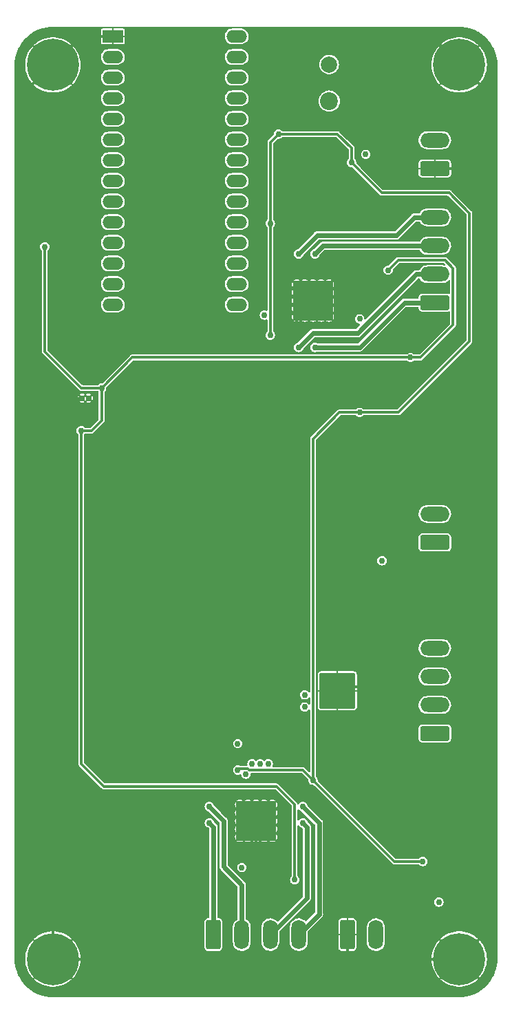
<source format=gbl>
G04 #@! TF.GenerationSoftware,KiCad,Pcbnew,7.0.11*
G04 #@! TF.CreationDate,2024-10-24T13:34:50-04:00*
G04 #@! TF.ProjectId,mouse-joystick-pcb,6d6f7573-652d-46a6-9f79-737469636b2d,1.0*
G04 #@! TF.SameCoordinates,Original*
G04 #@! TF.FileFunction,Copper,L4,Bot*
G04 #@! TF.FilePolarity,Positive*
%FSLAX46Y46*%
G04 Gerber Fmt 4.6, Leading zero omitted, Abs format (unit mm)*
G04 Created by KiCad (PCBNEW 7.0.11) date 2024-10-24 13:34:50*
%MOMM*%
%LPD*%
G01*
G04 APERTURE LIST*
G04 Aperture macros list*
%AMRoundRect*
0 Rectangle with rounded corners*
0 $1 Rounding radius*
0 $2 $3 $4 $5 $6 $7 $8 $9 X,Y pos of 4 corners*
0 Add a 4 corners polygon primitive as box body*
4,1,4,$2,$3,$4,$5,$6,$7,$8,$9,$2,$3,0*
0 Add four circle primitives for the rounded corners*
1,1,$1+$1,$2,$3*
1,1,$1+$1,$4,$5*
1,1,$1+$1,$6,$7*
1,1,$1+$1,$8,$9*
0 Add four rect primitives between the rounded corners*
20,1,$1+$1,$2,$3,$4,$5,0*
20,1,$1+$1,$4,$5,$6,$7,0*
20,1,$1+$1,$6,$7,$8,$9,0*
20,1,$1+$1,$8,$9,$2,$3,0*%
G04 Aperture macros list end*
G04 #@! TA.AperFunction,ComponentPad*
%ADD10C,0.800000*%
G04 #@! TD*
G04 #@! TA.AperFunction,SMDPad,CuDef*
%ADD11RoundRect,0.220000X1.980000X-1.980000X1.980000X1.980000X-1.980000X1.980000X-1.980000X-1.980000X0*%
G04 #@! TD*
G04 #@! TA.AperFunction,ComponentPad*
%ADD12RoundRect,0.250000X1.550000X-0.650000X1.550000X0.650000X-1.550000X0.650000X-1.550000X-0.650000X0*%
G04 #@! TD*
G04 #@! TA.AperFunction,ComponentPad*
%ADD13O,3.600000X1.800000*%
G04 #@! TD*
G04 #@! TA.AperFunction,HeatsinkPad*
%ADD14C,0.800000*%
G04 #@! TD*
G04 #@! TA.AperFunction,HeatsinkPad*
%ADD15R,5.000000X5.000000*%
G04 #@! TD*
G04 #@! TA.AperFunction,ComponentPad*
%ADD16C,2.000000*%
G04 #@! TD*
G04 #@! TA.AperFunction,ComponentPad*
%ADD17C,2.200000*%
G04 #@! TD*
G04 #@! TA.AperFunction,ComponentPad*
%ADD18O,2.540000X1.524000*%
G04 #@! TD*
G04 #@! TA.AperFunction,ComponentPad*
%ADD19R,2.540000X1.524000*%
G04 #@! TD*
G04 #@! TA.AperFunction,ComponentPad*
%ADD20RoundRect,0.250000X-0.650000X-1.550000X0.650000X-1.550000X0.650000X1.550000X-0.650000X1.550000X0*%
G04 #@! TD*
G04 #@! TA.AperFunction,ComponentPad*
%ADD21O,1.800000X3.600000*%
G04 #@! TD*
G04 #@! TA.AperFunction,ComponentPad*
%ADD22C,6.400000*%
G04 #@! TD*
G04 #@! TA.AperFunction,ComponentPad*
%ADD23C,0.700000*%
G04 #@! TD*
G04 #@! TA.AperFunction,ViaPad*
%ADD24C,0.750000*%
G04 #@! TD*
G04 #@! TA.AperFunction,Conductor*
%ADD25C,0.300000*%
G04 #@! TD*
G04 #@! TA.AperFunction,Conductor*
%ADD26C,0.600000*%
G04 #@! TD*
G04 APERTURE END LIST*
D10*
X111900000Y-125100000D03*
X112900000Y-125100000D03*
X110900000Y-124100000D03*
X111900000Y-124100000D03*
X112900000Y-124100000D03*
X113900000Y-124100000D03*
D11*
X112400000Y-123600000D03*
D10*
X110900000Y-123100000D03*
X111900000Y-123100000D03*
X112900000Y-123100000D03*
X113900000Y-123100000D03*
X111900000Y-121850000D03*
X112900000Y-121850000D03*
D12*
X124400000Y-75850000D03*
D13*
X124400000Y-72350000D03*
X124400000Y-68850000D03*
X124400000Y-65350000D03*
D14*
X104400000Y-137600000D03*
X103400000Y-137600000D03*
X102400000Y-137600000D03*
X101400000Y-137600000D03*
X100400000Y-137600000D03*
X104400000Y-138600000D03*
X103400000Y-138600000D03*
X102400000Y-138600000D03*
X101400000Y-138600000D03*
X100400000Y-138600000D03*
X104400000Y-139600000D03*
X103400000Y-139600000D03*
X102400000Y-139600000D03*
D15*
X102400000Y-139600000D03*
D14*
X101400000Y-139600000D03*
X100400000Y-139600000D03*
X104400000Y-140600000D03*
X103400000Y-140600000D03*
X102400000Y-140600000D03*
X101400000Y-140600000D03*
X100400000Y-140600000D03*
X104400000Y-141600000D03*
X103400000Y-141600000D03*
X102400000Y-141600000D03*
X101400000Y-141600000D03*
X100400000Y-141600000D03*
D16*
X111400000Y-46550000D03*
D17*
X111400000Y-51050000D03*
D12*
X124400000Y-105350000D03*
D13*
X124400000Y-101850000D03*
D18*
X100020000Y-45630000D03*
X84780000Y-45630000D03*
X84780000Y-48170000D03*
X84780000Y-50710000D03*
X84780000Y-53250000D03*
X100020000Y-48170000D03*
X84780000Y-55790000D03*
X84780000Y-58330000D03*
X84780000Y-60870000D03*
X84780000Y-63410000D03*
X84780000Y-65950000D03*
X84780000Y-68490000D03*
X84780000Y-71030000D03*
X84780000Y-73570000D03*
X84780000Y-76110000D03*
X100020000Y-76110000D03*
X100020000Y-73570000D03*
X100020000Y-71030000D03*
X100020000Y-68490000D03*
X100020000Y-65950000D03*
X100020000Y-63410000D03*
X100020000Y-60870000D03*
X100020000Y-58330000D03*
X100020000Y-55790000D03*
X100020000Y-53250000D03*
X100020000Y-50710000D03*
D19*
X84780000Y-43090000D03*
D18*
X100020000Y-43090000D03*
D20*
X97150000Y-153600000D03*
D21*
X100650000Y-153600000D03*
X104150000Y-153600000D03*
X107650000Y-153600000D03*
D12*
X124400000Y-128850000D03*
D13*
X124400000Y-125350000D03*
X124400000Y-121850000D03*
X124400000Y-118350000D03*
D22*
X77400000Y-46600000D03*
D20*
X113650000Y-153600000D03*
D21*
X117150000Y-153600000D03*
D12*
X124400000Y-59350000D03*
D13*
X124400000Y-55850000D03*
D22*
X77400000Y-156600000D03*
X127400000Y-46600000D03*
D23*
X81793700Y-87600000D03*
X81006300Y-87600000D03*
D22*
X127400000Y-156600000D03*
D14*
X107400000Y-73600000D03*
X107400000Y-74600000D03*
X107400000Y-75600000D03*
X107400000Y-76600000D03*
X107400000Y-77600000D03*
X108400000Y-73600000D03*
X108400000Y-74600000D03*
X108400000Y-75600000D03*
X108400000Y-76600000D03*
X108400000Y-77600000D03*
X109400000Y-73600000D03*
X109400000Y-74600000D03*
X109400000Y-75600000D03*
D15*
X109400000Y-75600000D03*
D14*
X109400000Y-76600000D03*
X109400000Y-77600000D03*
X110400000Y-73600000D03*
X110400000Y-74600000D03*
X110400000Y-75600000D03*
X110400000Y-76600000D03*
X110400000Y-77600000D03*
X111400000Y-73600000D03*
X111400000Y-74600000D03*
X111400000Y-75600000D03*
X111400000Y-76600000D03*
X111400000Y-77600000D03*
D24*
X118650000Y-90350000D03*
X112400000Y-130100000D03*
X115250000Y-103500000D03*
X78400000Y-68970000D03*
X113650000Y-71850000D03*
X108150000Y-46600000D03*
X127900000Y-88100000D03*
X118900000Y-122600000D03*
X114400000Y-130100000D03*
X80900000Y-62600000D03*
X108400000Y-124100000D03*
X108400000Y-125600000D03*
X102900000Y-132600000D03*
X101900000Y-132600000D03*
X103900000Y-132600000D03*
X100650000Y-145350000D03*
X100150000Y-130100000D03*
X115150000Y-77850000D03*
X117900000Y-107600000D03*
X104150000Y-66100000D03*
X105150000Y-55100000D03*
X104150000Y-79850000D03*
X114150000Y-58600000D03*
X122900000Y-144600000D03*
X100150000Y-133350000D03*
X115150000Y-89350000D03*
X109400000Y-134600000D03*
X76400000Y-68970000D03*
X107150000Y-146850000D03*
X83400000Y-86350000D03*
X118650000Y-71850000D03*
X121400000Y-82600000D03*
X80900000Y-91600000D03*
X109650000Y-81350000D03*
X107650000Y-81350000D03*
X109650000Y-69850000D03*
X107650000Y-69850000D03*
X96650000Y-139850000D03*
X96650000Y-137850000D03*
X108150000Y-139850000D03*
X108150000Y-137850000D03*
X103432690Y-77382690D03*
X115900000Y-57600000D03*
X101150000Y-133850000D03*
X124900000Y-149600000D03*
D25*
X78400000Y-69100000D02*
X78400000Y-75850000D01*
X108150000Y-46600000D02*
X111485000Y-43265000D01*
X77400000Y-46465000D02*
X80775000Y-43090000D01*
X130600000Y-88100000D02*
X130600000Y-90350000D01*
X77400000Y-68100000D02*
X75150000Y-68100000D01*
X80775000Y-43090000D02*
X84780000Y-43090000D01*
X130600000Y-49665000D02*
X130600000Y-59350000D01*
X130600000Y-103350000D02*
X130600000Y-123600000D01*
X127400000Y-46465000D02*
X130600000Y-49665000D01*
X124200000Y-43265000D02*
X127400000Y-46465000D01*
X75150000Y-87600000D02*
X75150000Y-149850000D01*
X119900000Y-123600000D02*
X130600000Y-123600000D01*
X130450000Y-103500000D02*
X130600000Y-103350000D01*
X115250000Y-103500000D02*
X115350000Y-103600000D01*
X77400000Y-62600000D02*
X75150000Y-64850000D01*
X118400000Y-123100000D02*
X113900000Y-123100000D01*
X104650000Y-81350000D02*
X107400000Y-78600000D01*
X75150000Y-149850000D02*
X77400000Y-152100000D01*
X75150000Y-68100000D02*
X75150000Y-87600000D01*
X113150000Y-71850000D02*
X111400000Y-73600000D01*
X130600000Y-90350000D02*
X130600000Y-103350000D01*
X115250000Y-103500000D02*
X130450000Y-103500000D01*
X77400000Y-152100000D02*
X77400000Y-156600000D01*
X74900000Y-60100000D02*
X77400000Y-62600000D01*
X83900000Y-81350000D02*
X104650000Y-81350000D01*
X77400000Y-46465000D02*
X74900000Y-48965000D01*
X118650000Y-90350000D02*
X130600000Y-90350000D01*
X130600000Y-153400000D02*
X127400000Y-156600000D01*
X74900000Y-48965000D02*
X74900000Y-60100000D01*
X102400000Y-156600000D02*
X113650000Y-156600000D01*
X107400000Y-78600000D02*
X107400000Y-77600000D01*
X118900000Y-122600000D02*
X119900000Y-123600000D01*
X78400000Y-75850000D02*
X83900000Y-81350000D01*
X80900000Y-62600000D02*
X77400000Y-62600000D01*
X127900000Y-88100000D02*
X130600000Y-88100000D01*
X102400000Y-141600000D02*
X102400000Y-156600000D01*
X113650000Y-156600000D02*
X127400000Y-156600000D01*
X113650000Y-153600000D02*
X113650000Y-156600000D01*
X112400000Y-130100000D02*
X114400000Y-130100000D01*
X130600000Y-123600000D02*
X130600000Y-153400000D01*
X81006300Y-87600000D02*
X77400000Y-87600000D01*
X111485000Y-43265000D02*
X124200000Y-43265000D01*
X78400000Y-69100000D02*
X77400000Y-68100000D01*
X118900000Y-122600000D02*
X118400000Y-123100000D01*
X113650000Y-71850000D02*
X113150000Y-71850000D01*
X124400000Y-59350000D02*
X130600000Y-59350000D01*
X130600000Y-59350000D02*
X130600000Y-88100000D01*
X77400000Y-156600000D02*
X102400000Y-156600000D01*
X75150000Y-64850000D02*
X75150000Y-68100000D01*
X75150000Y-87600000D02*
X77400000Y-87600000D01*
X100150000Y-133350000D02*
X100300000Y-133200000D01*
X128650000Y-64850000D02*
X126150000Y-62350000D01*
X115150000Y-89350000D02*
X119900000Y-89350000D01*
X104150000Y-66100000D02*
X104150000Y-56100000D01*
X109400000Y-92600000D02*
X112650000Y-89350000D01*
X114150000Y-56850000D02*
X112400000Y-55100000D01*
X101419239Y-133200000D02*
X101569239Y-133350000D01*
X104900000Y-133350000D02*
X108150000Y-133350000D01*
X109400000Y-134600000D02*
X109400000Y-92600000D01*
X109400000Y-134600000D02*
X119400000Y-144600000D01*
X112400000Y-55100000D02*
X105150000Y-55100000D01*
X119400000Y-144600000D02*
X122900000Y-144600000D01*
X100300000Y-133200000D02*
X101419239Y-133200000D01*
X112650000Y-89350000D02*
X115150000Y-89350000D01*
X108150000Y-133350000D02*
X109400000Y-134600000D01*
X117900000Y-62350000D02*
X114150000Y-58600000D01*
X104150000Y-56100000D02*
X105150000Y-55100000D01*
X114150000Y-58600000D02*
X114150000Y-56850000D01*
X126150000Y-62350000D02*
X117900000Y-62350000D01*
X104150000Y-79850000D02*
X104150000Y-66100000D01*
X128650000Y-80600000D02*
X128650000Y-64850000D01*
X101569239Y-133350000D02*
X104900000Y-133350000D01*
X119900000Y-89350000D02*
X128650000Y-80600000D01*
X83400000Y-86350000D02*
X83400000Y-90350000D01*
X122650000Y-82600000D02*
X126650000Y-78600000D01*
X80900000Y-86350000D02*
X83400000Y-86350000D01*
X126650000Y-78600000D02*
X126650000Y-71600000D01*
X83400000Y-86350000D02*
X87150000Y-82600000D01*
X82150000Y-91600000D02*
X80900000Y-91600000D01*
X87150000Y-82600000D02*
X121400000Y-82600000D01*
X80900000Y-132600000D02*
X80900000Y-91600000D01*
X83400000Y-90350000D02*
X82150000Y-91600000D01*
X104900000Y-135350000D02*
X83650000Y-135350000D01*
X119900000Y-70600000D02*
X118650000Y-71850000D01*
X107150000Y-137600000D02*
X104900000Y-135350000D01*
X76400000Y-69100000D02*
X76400000Y-81850000D01*
X125650000Y-70600000D02*
X119900000Y-70600000D01*
X121400000Y-82600000D02*
X122650000Y-82600000D01*
X126650000Y-71600000D02*
X125650000Y-70600000D01*
X107150000Y-146850000D02*
X107150000Y-137600000D01*
X83650000Y-135350000D02*
X80900000Y-132600000D01*
X76400000Y-81850000D02*
X80900000Y-86350000D01*
D26*
X120650000Y-75850000D02*
X115150000Y-81350000D01*
X115150000Y-81350000D02*
X109650000Y-81350000D01*
X124400000Y-75850000D02*
X120650000Y-75850000D01*
X124400000Y-72350000D02*
X122150000Y-72350000D01*
X109400000Y-79600000D02*
X107650000Y-81350000D01*
X114900000Y-79600000D02*
X109400000Y-79600000D01*
X122150000Y-72350000D02*
X114900000Y-79600000D01*
X124400000Y-68850000D02*
X110650000Y-68850000D01*
X110650000Y-68850000D02*
X109650000Y-69850000D01*
X109900000Y-67600000D02*
X107650000Y-69850000D01*
X124400000Y-65350000D02*
X121900000Y-65350000D01*
X119650000Y-67600000D02*
X109900000Y-67600000D01*
X121900000Y-65350000D02*
X119650000Y-67600000D01*
X97150000Y-153600000D02*
X97150000Y-140350000D01*
X97150000Y-140350000D02*
X96650000Y-139850000D01*
X100650000Y-153600000D02*
X100650000Y-147475000D01*
X100650000Y-147475000D02*
X98400000Y-145225000D01*
X98400000Y-145225000D02*
X98400000Y-139600000D01*
X98400000Y-139600000D02*
X96650000Y-137850000D01*
X108650000Y-140350000D02*
X108150000Y-139850000D01*
X104150000Y-153600000D02*
X108650000Y-149100000D01*
X108650000Y-149100000D02*
X108650000Y-140350000D01*
X110150000Y-151100000D02*
X110150000Y-139850000D01*
X110150000Y-139850000D02*
X108150000Y-137850000D01*
X107650000Y-153600000D02*
X110150000Y-151100000D01*
G04 #@! TA.AperFunction,Conductor*
G36*
X127402152Y-41900593D02*
G01*
X127805284Y-41918195D01*
X127813864Y-41918945D01*
X128211776Y-41971332D01*
X128220281Y-41972832D01*
X128331870Y-41997570D01*
X128612108Y-42059698D01*
X128620423Y-42061925D01*
X128953369Y-42166903D01*
X129003201Y-42182615D01*
X129011317Y-42185569D01*
X129382111Y-42339157D01*
X129389923Y-42342799D01*
X129687687Y-42497806D01*
X129745910Y-42528115D01*
X129753390Y-42532433D01*
X130091882Y-42748076D01*
X130098956Y-42753030D01*
X130347185Y-42943503D01*
X130417354Y-42997345D01*
X130423968Y-43002895D01*
X130719868Y-43274038D01*
X130725961Y-43280131D01*
X130942155Y-43516065D01*
X130997102Y-43576029D01*
X131002654Y-43582645D01*
X131246969Y-43901043D01*
X131251923Y-43908117D01*
X131467566Y-44246609D01*
X131471884Y-44254089D01*
X131657196Y-44610069D01*
X131660846Y-44617896D01*
X131814430Y-44988682D01*
X131817384Y-44996798D01*
X131938069Y-45379560D01*
X131940304Y-45387903D01*
X132027167Y-45779718D01*
X132028667Y-45788223D01*
X132081052Y-46186123D01*
X132081805Y-46194727D01*
X132099406Y-46597847D01*
X132099500Y-46602165D01*
X132099500Y-156597834D01*
X132099406Y-156602152D01*
X132081805Y-157005272D01*
X132081052Y-157013876D01*
X132028667Y-157411776D01*
X132027167Y-157420281D01*
X131940304Y-157812096D01*
X131938069Y-157820439D01*
X131817384Y-158203201D01*
X131814430Y-158211317D01*
X131660846Y-158582103D01*
X131657196Y-158589930D01*
X131471884Y-158945910D01*
X131467566Y-158953390D01*
X131251923Y-159291882D01*
X131246969Y-159298956D01*
X131002654Y-159617354D01*
X130997102Y-159623970D01*
X130725968Y-159919861D01*
X130719861Y-159925968D01*
X130423970Y-160197102D01*
X130417354Y-160202654D01*
X130098956Y-160446969D01*
X130091882Y-160451923D01*
X129753390Y-160667566D01*
X129745910Y-160671884D01*
X129389930Y-160857196D01*
X129382103Y-160860846D01*
X129011317Y-161014430D01*
X129003201Y-161017384D01*
X128620439Y-161138069D01*
X128612096Y-161140304D01*
X128220281Y-161227167D01*
X128211776Y-161228667D01*
X127813876Y-161281052D01*
X127805272Y-161281805D01*
X127402153Y-161299406D01*
X127397835Y-161299500D01*
X77402165Y-161299500D01*
X77397847Y-161299406D01*
X76994727Y-161281805D01*
X76986123Y-161281052D01*
X76588223Y-161228667D01*
X76579718Y-161227167D01*
X76187903Y-161140304D01*
X76179560Y-161138069D01*
X75796798Y-161017384D01*
X75788682Y-161014430D01*
X75417896Y-160860846D01*
X75410069Y-160857196D01*
X75054089Y-160671884D01*
X75046609Y-160667566D01*
X74708117Y-160451923D01*
X74701043Y-160446969D01*
X74382645Y-160202654D01*
X74376029Y-160197102D01*
X74117427Y-159960137D01*
X74080131Y-159925961D01*
X74074038Y-159919868D01*
X73802895Y-159623968D01*
X73797345Y-159617354D01*
X73553030Y-159298956D01*
X73548076Y-159291882D01*
X73332433Y-158953390D01*
X73328115Y-158945910D01*
X73142799Y-158589923D01*
X73139153Y-158582103D01*
X73116917Y-158528421D01*
X72985569Y-158211317D01*
X72982615Y-158203201D01*
X72981606Y-158200000D01*
X72861925Y-157820423D01*
X72859698Y-157812108D01*
X72772832Y-157420281D01*
X72771332Y-157411776D01*
X72718945Y-157013864D01*
X72718195Y-157005284D01*
X72700594Y-156602152D01*
X72700547Y-156600000D01*
X73995006Y-156600000D01*
X74014965Y-156968143D01*
X74074614Y-157331979D01*
X74173242Y-157687206D01*
X74173246Y-157687217D01*
X74309711Y-158029721D01*
X74482403Y-158355453D01*
X74689306Y-158660611D01*
X74689313Y-158660621D01*
X74922925Y-158935650D01*
X76199983Y-157658592D01*
X76265130Y-157734870D01*
X76341405Y-157800014D01*
X75067580Y-159073840D01*
X75195655Y-159195158D01*
X75489156Y-159418272D01*
X75489161Y-159418275D01*
X75805070Y-159608352D01*
X76139676Y-159763157D01*
X76489076Y-159880884D01*
X76849128Y-159960137D01*
X76849127Y-159960137D01*
X77215657Y-160000000D01*
X77584343Y-160000000D01*
X77950872Y-159960137D01*
X78310922Y-159880884D01*
X78310924Y-159880884D01*
X78660323Y-159763157D01*
X78994929Y-159608352D01*
X79310838Y-159418275D01*
X79310843Y-159418272D01*
X79604344Y-159195158D01*
X79732418Y-159073840D01*
X78458593Y-157800015D01*
X78534870Y-157734870D01*
X78600015Y-157658593D01*
X79877073Y-158935651D01*
X80110686Y-158660621D01*
X80110693Y-158660611D01*
X80317596Y-158355453D01*
X80490288Y-158029721D01*
X80626753Y-157687217D01*
X80626757Y-157687206D01*
X80725385Y-157331979D01*
X80785034Y-156968143D01*
X80804993Y-156600000D01*
X123995006Y-156600000D01*
X124014965Y-156968143D01*
X124074614Y-157331979D01*
X124173242Y-157687206D01*
X124173246Y-157687217D01*
X124309711Y-158029721D01*
X124482403Y-158355453D01*
X124689306Y-158660611D01*
X124689313Y-158660621D01*
X124922925Y-158935650D01*
X126199983Y-157658592D01*
X126265130Y-157734870D01*
X126341405Y-157800014D01*
X125067580Y-159073840D01*
X125195655Y-159195158D01*
X125489156Y-159418272D01*
X125489161Y-159418275D01*
X125805070Y-159608352D01*
X126139676Y-159763157D01*
X126489076Y-159880884D01*
X126849128Y-159960137D01*
X126849127Y-159960137D01*
X127215657Y-160000000D01*
X127584343Y-160000000D01*
X127950872Y-159960137D01*
X128310922Y-159880884D01*
X128310924Y-159880884D01*
X128660323Y-159763157D01*
X128994929Y-159608352D01*
X129310838Y-159418275D01*
X129310843Y-159418272D01*
X129604344Y-159195158D01*
X129732418Y-159073840D01*
X128458593Y-157800015D01*
X128534870Y-157734870D01*
X128600015Y-157658593D01*
X129877073Y-158935651D01*
X130110686Y-158660621D01*
X130110693Y-158660611D01*
X130317596Y-158355453D01*
X130490288Y-158029721D01*
X130626753Y-157687217D01*
X130626757Y-157687206D01*
X130725385Y-157331979D01*
X130785034Y-156968143D01*
X130804993Y-156600000D01*
X130785034Y-156231856D01*
X130725385Y-155868020D01*
X130626757Y-155512793D01*
X130626753Y-155512782D01*
X130490288Y-155170278D01*
X130317596Y-154844546D01*
X130110693Y-154539388D01*
X130110686Y-154539378D01*
X129877072Y-154264347D01*
X128600014Y-155541404D01*
X128534870Y-155465130D01*
X128458592Y-155399983D01*
X129732418Y-154126158D01*
X129604344Y-154004841D01*
X129310843Y-153781727D01*
X129310838Y-153781724D01*
X128994929Y-153591647D01*
X128660323Y-153436842D01*
X128310923Y-153319115D01*
X127950871Y-153239862D01*
X127950872Y-153239862D01*
X127584343Y-153200000D01*
X127215657Y-153200000D01*
X126849127Y-153239862D01*
X126489077Y-153319115D01*
X126489075Y-153319115D01*
X126139676Y-153436842D01*
X125805070Y-153591647D01*
X125489161Y-153781724D01*
X125489156Y-153781727D01*
X125195655Y-154004841D01*
X125067580Y-154126158D01*
X126341406Y-155399984D01*
X126265130Y-155465130D01*
X126199984Y-155541406D01*
X124922925Y-154264347D01*
X124689313Y-154539378D01*
X124689306Y-154539388D01*
X124482403Y-154844546D01*
X124309711Y-155170278D01*
X124173246Y-155512782D01*
X124173242Y-155512793D01*
X124074614Y-155868020D01*
X124014965Y-156231856D01*
X123995006Y-156600000D01*
X80804993Y-156600000D01*
X80785034Y-156231856D01*
X80725385Y-155868020D01*
X80626757Y-155512793D01*
X80626753Y-155512782D01*
X80503833Y-155204274D01*
X96049500Y-155204274D01*
X96052353Y-155234694D01*
X96052355Y-155234703D01*
X96097207Y-155362883D01*
X96177845Y-155472144D01*
X96177847Y-155472146D01*
X96177850Y-155472150D01*
X96177853Y-155472152D01*
X96177855Y-155472154D01*
X96287116Y-155552792D01*
X96287117Y-155552792D01*
X96287118Y-155552793D01*
X96415301Y-155597646D01*
X96445725Y-155600499D01*
X96445727Y-155600500D01*
X96445734Y-155600500D01*
X97854273Y-155600500D01*
X97854273Y-155600499D01*
X97884699Y-155597646D01*
X98012882Y-155552793D01*
X98122150Y-155472150D01*
X98202793Y-155362882D01*
X98247646Y-155234699D01*
X98250499Y-155204273D01*
X98250500Y-155204273D01*
X98250500Y-151995727D01*
X98250499Y-151995725D01*
X98247646Y-151965301D01*
X98202793Y-151837118D01*
X98136131Y-151746794D01*
X98122154Y-151727855D01*
X98122152Y-151727853D01*
X98122150Y-151727850D01*
X98122146Y-151727847D01*
X98122144Y-151727845D01*
X98012883Y-151647207D01*
X97884703Y-151602355D01*
X97884694Y-151602353D01*
X97854274Y-151599500D01*
X97854266Y-151599500D01*
X97749500Y-151599500D01*
X97691309Y-151580593D01*
X97655345Y-151531093D01*
X97650500Y-151500500D01*
X97650500Y-140414456D01*
X97652763Y-140393408D01*
X97654359Y-140386073D01*
X97650752Y-140335643D01*
X97650500Y-140328580D01*
X97650500Y-140314201D01*
X97648451Y-140299953D01*
X97647698Y-140292957D01*
X97644091Y-140242517D01*
X97641468Y-140235484D01*
X97636233Y-140214975D01*
X97635165Y-140207543D01*
X97614165Y-140161560D01*
X97611460Y-140155029D01*
X97593797Y-140107670D01*
X97592644Y-140106131D01*
X97589291Y-140101651D01*
X97578495Y-140083454D01*
X97575377Y-140076627D01*
X97575375Y-140076625D01*
X97575375Y-140076624D01*
X97542281Y-140038432D01*
X97537847Y-140032930D01*
X97529223Y-140021410D01*
X97529221Y-140021407D01*
X97519031Y-140011217D01*
X97514229Y-140006058D01*
X97481128Y-139967857D01*
X97481127Y-139967856D01*
X97474810Y-139963796D01*
X97458332Y-139950518D01*
X97226808Y-139718994D01*
X97205348Y-139686875D01*
X97152699Y-139559769D01*
X97152698Y-139559768D01*
X97152698Y-139559767D01*
X97060451Y-139439549D01*
X96940233Y-139347302D01*
X96890319Y-139326627D01*
X96819791Y-139297413D01*
X96800236Y-139289313D01*
X96800234Y-139289312D01*
X96800232Y-139289312D01*
X96650001Y-139269534D01*
X96649999Y-139269534D01*
X96499767Y-139289312D01*
X96499761Y-139289314D01*
X96359768Y-139347301D01*
X96239551Y-139439547D01*
X96239547Y-139439551D01*
X96147301Y-139559768D01*
X96089314Y-139699761D01*
X96089312Y-139699767D01*
X96069534Y-139849999D01*
X96069534Y-139850000D01*
X96089312Y-140000232D01*
X96089314Y-140000238D01*
X96126215Y-140089326D01*
X96147302Y-140140233D01*
X96239549Y-140260451D01*
X96359767Y-140352698D01*
X96483166Y-140403812D01*
X96486875Y-140405348D01*
X96518994Y-140426808D01*
X96620504Y-140528318D01*
X96648281Y-140582835D01*
X96649500Y-140598322D01*
X96649500Y-151500500D01*
X96630593Y-151558691D01*
X96581093Y-151594655D01*
X96550500Y-151599500D01*
X96445725Y-151599500D01*
X96415305Y-151602353D01*
X96415296Y-151602355D01*
X96287116Y-151647207D01*
X96177855Y-151727845D01*
X96177845Y-151727855D01*
X96097207Y-151837116D01*
X96052355Y-151965296D01*
X96052353Y-151965305D01*
X96049500Y-151995725D01*
X96049500Y-155204274D01*
X80503833Y-155204274D01*
X80490288Y-155170278D01*
X80317596Y-154844546D01*
X80110693Y-154539388D01*
X80110686Y-154539378D01*
X79877072Y-154264347D01*
X78600014Y-155541404D01*
X78534870Y-155465130D01*
X78458592Y-155399983D01*
X79732418Y-154126158D01*
X79604344Y-154004841D01*
X79310843Y-153781727D01*
X79310838Y-153781724D01*
X78994929Y-153591647D01*
X78660323Y-153436842D01*
X78310923Y-153319115D01*
X77950871Y-153239862D01*
X77950872Y-153239862D01*
X77584343Y-153200000D01*
X77215657Y-153200000D01*
X76849127Y-153239862D01*
X76489077Y-153319115D01*
X76489075Y-153319115D01*
X76139676Y-153436842D01*
X75805070Y-153591647D01*
X75489161Y-153781724D01*
X75489156Y-153781727D01*
X75195655Y-154004841D01*
X75067580Y-154126158D01*
X76341406Y-155399984D01*
X76265130Y-155465130D01*
X76199984Y-155541406D01*
X74922925Y-154264347D01*
X74689313Y-154539378D01*
X74689306Y-154539388D01*
X74482403Y-154844546D01*
X74309711Y-155170278D01*
X74173246Y-155512782D01*
X74173242Y-155512793D01*
X74074614Y-155868020D01*
X74014965Y-156231856D01*
X73995006Y-156600000D01*
X72700547Y-156600000D01*
X72700500Y-156597834D01*
X72700500Y-137850000D01*
X96069534Y-137850000D01*
X96089312Y-138000232D01*
X96089314Y-138000238D01*
X96126215Y-138089326D01*
X96147302Y-138140233D01*
X96239549Y-138260451D01*
X96359767Y-138352698D01*
X96359768Y-138352698D01*
X96359769Y-138352699D01*
X96486875Y-138405348D01*
X96518994Y-138426808D01*
X97870504Y-139778318D01*
X97898281Y-139832835D01*
X97899500Y-139848322D01*
X97899500Y-145160542D01*
X97897238Y-145181585D01*
X97895641Y-145188926D01*
X97899248Y-145239355D01*
X97899500Y-145246418D01*
X97899500Y-145260799D01*
X97901547Y-145275040D01*
X97902302Y-145282062D01*
X97905908Y-145332483D01*
X97908533Y-145339520D01*
X97913764Y-145360014D01*
X97914834Y-145367454D01*
X97914835Y-145367457D01*
X97935835Y-145413441D01*
X97938539Y-145419970D01*
X97956202Y-145467327D01*
X97956203Y-145467328D01*
X97956204Y-145467331D01*
X97959918Y-145472293D01*
X97960708Y-145473348D01*
X97971501Y-145491538D01*
X97974623Y-145498373D01*
X98007736Y-145536588D01*
X98012140Y-145542052D01*
X98020779Y-145553593D01*
X98020781Y-145553595D01*
X98030962Y-145563777D01*
X98035764Y-145568934D01*
X98068872Y-145607143D01*
X98068873Y-145607144D01*
X98075183Y-145611199D01*
X98091666Y-145624480D01*
X100120504Y-147653318D01*
X100148281Y-147707835D01*
X100149500Y-147723322D01*
X100149500Y-151655278D01*
X100130593Y-151713469D01*
X100100006Y-151741011D01*
X100097246Y-151742604D01*
X99926053Y-151864509D01*
X99926052Y-151864510D01*
X99926048Y-151864513D01*
X99926048Y-151864514D01*
X99781014Y-152016622D01*
X99725941Y-152102317D01*
X99667388Y-152193426D01*
X99667385Y-152193431D01*
X99629078Y-152289120D01*
X99589275Y-152388543D01*
X99549500Y-152594915D01*
X99549500Y-154552425D01*
X99564472Y-154709218D01*
X99623685Y-154910879D01*
X99719987Y-155097679D01*
X99719989Y-155097682D01*
X99849907Y-155262886D01*
X99965309Y-155362882D01*
X100008744Y-155400519D01*
X100190756Y-155505604D01*
X100389367Y-155574344D01*
X100597398Y-155604254D01*
X100807330Y-155594254D01*
X101011576Y-155544704D01*
X101202753Y-155457396D01*
X101373952Y-155335486D01*
X101518986Y-155183378D01*
X101632613Y-155006572D01*
X101710725Y-154811457D01*
X101750500Y-154605085D01*
X101750500Y-152647575D01*
X101735528Y-152490782D01*
X101676316Y-152289125D01*
X101676314Y-152289122D01*
X101676314Y-152289120D01*
X101580012Y-152102320D01*
X101580010Y-152102317D01*
X101450092Y-151937113D01*
X101291255Y-151799480D01*
X101200000Y-151746794D01*
X101159059Y-151701325D01*
X101150500Y-151661058D01*
X101150500Y-147539456D01*
X101152763Y-147518408D01*
X101154359Y-147511073D01*
X101150752Y-147460643D01*
X101150500Y-147453580D01*
X101150500Y-147439201D01*
X101149244Y-147430466D01*
X101148451Y-147424953D01*
X101147698Y-147417957D01*
X101144091Y-147367517D01*
X101141468Y-147360484D01*
X101136233Y-147339975D01*
X101135165Y-147332543D01*
X101114165Y-147286560D01*
X101111460Y-147280029D01*
X101093797Y-147232670D01*
X101092644Y-147231131D01*
X101089291Y-147226651D01*
X101078495Y-147208454D01*
X101075377Y-147201627D01*
X101075375Y-147201625D01*
X101075375Y-147201624D01*
X101042281Y-147163432D01*
X101037847Y-147157930D01*
X101029223Y-147146410D01*
X101029221Y-147146407D01*
X101019031Y-147136217D01*
X101014229Y-147131058D01*
X100981128Y-147092857D01*
X100981127Y-147092856D01*
X100974810Y-147088796D01*
X100958332Y-147075518D01*
X99232814Y-145350000D01*
X100069534Y-145350000D01*
X100089067Y-145498373D01*
X100089313Y-145500236D01*
X100147302Y-145640233D01*
X100239549Y-145760451D01*
X100359767Y-145852698D01*
X100499764Y-145910687D01*
X100612441Y-145925521D01*
X100649999Y-145930466D01*
X100650000Y-145930466D01*
X100650001Y-145930466D01*
X100680047Y-145926510D01*
X100800236Y-145910687D01*
X100940233Y-145852698D01*
X101060451Y-145760451D01*
X101152698Y-145640233D01*
X101210687Y-145500236D01*
X101230466Y-145350000D01*
X101210687Y-145199764D01*
X101152698Y-145059767D01*
X101060451Y-144939549D01*
X100940233Y-144847302D01*
X100800236Y-144789313D01*
X100800234Y-144789312D01*
X100800232Y-144789312D01*
X100650001Y-144769534D01*
X100649999Y-144769534D01*
X100499767Y-144789312D01*
X100499761Y-144789314D01*
X100359768Y-144847301D01*
X100239551Y-144939547D01*
X100239547Y-144939551D01*
X100147301Y-145059768D01*
X100089314Y-145199761D01*
X100089312Y-145199767D01*
X100069534Y-145349999D01*
X100069534Y-145350000D01*
X99232814Y-145350000D01*
X98929496Y-145046682D01*
X98901719Y-144992165D01*
X98900500Y-144976678D01*
X98900500Y-142089325D01*
X100052094Y-142089325D01*
X100097410Y-142124098D01*
X100097414Y-142124100D01*
X100243368Y-142184555D01*
X100243369Y-142184556D01*
X100399999Y-142205177D01*
X100400001Y-142205177D01*
X100556630Y-142184556D01*
X100556631Y-142184555D01*
X100702585Y-142124100D01*
X100702594Y-142124095D01*
X100747905Y-142089326D01*
X100747905Y-142089325D01*
X101052094Y-142089325D01*
X101097410Y-142124098D01*
X101097414Y-142124100D01*
X101243368Y-142184555D01*
X101243369Y-142184556D01*
X101399999Y-142205177D01*
X101400001Y-142205177D01*
X101556630Y-142184556D01*
X101556631Y-142184555D01*
X101702585Y-142124100D01*
X101702594Y-142124095D01*
X101747905Y-142089326D01*
X101747905Y-142089325D01*
X102052094Y-142089325D01*
X102097410Y-142124098D01*
X102097414Y-142124100D01*
X102243368Y-142184555D01*
X102243369Y-142184556D01*
X102399999Y-142205177D01*
X102400001Y-142205177D01*
X102556630Y-142184556D01*
X102556631Y-142184555D01*
X102702585Y-142124100D01*
X102702594Y-142124095D01*
X102747905Y-142089326D01*
X102747905Y-142089325D01*
X103052094Y-142089325D01*
X103097410Y-142124098D01*
X103097414Y-142124100D01*
X103243368Y-142184555D01*
X103243369Y-142184556D01*
X103399999Y-142205177D01*
X103400001Y-142205177D01*
X103556630Y-142184556D01*
X103556631Y-142184555D01*
X103702585Y-142124100D01*
X103702594Y-142124095D01*
X103747905Y-142089326D01*
X103747905Y-142089325D01*
X104052094Y-142089325D01*
X104097410Y-142124098D01*
X104097414Y-142124100D01*
X104243368Y-142184555D01*
X104243369Y-142184556D01*
X104399999Y-142205177D01*
X104400001Y-142205177D01*
X104556630Y-142184556D01*
X104556631Y-142184555D01*
X104702585Y-142124100D01*
X104702594Y-142124095D01*
X104747905Y-142089326D01*
X104747905Y-142089325D01*
X104400000Y-141741421D01*
X104052094Y-142089325D01*
X103747905Y-142089325D01*
X103400000Y-141741421D01*
X103052094Y-142089325D01*
X102747905Y-142089325D01*
X102400000Y-141741421D01*
X102052094Y-142089325D01*
X101747905Y-142089325D01*
X101400000Y-141741421D01*
X101052094Y-142089325D01*
X100747905Y-142089325D01*
X100400000Y-141741421D01*
X100052094Y-142089325D01*
X98900500Y-142089325D01*
X98900500Y-141600000D01*
X99794823Y-141600000D01*
X99815443Y-141756630D01*
X99815444Y-141756631D01*
X99875899Y-141902585D01*
X99875901Y-141902589D01*
X99910673Y-141947904D01*
X100240038Y-141618540D01*
X100271049Y-141618540D01*
X100301543Y-141685313D01*
X100363297Y-141725000D01*
X100417972Y-141725000D01*
X100470433Y-141709596D01*
X100518504Y-141654119D01*
X100526285Y-141599999D01*
X100541421Y-141599999D01*
X100889326Y-141947904D01*
X100893523Y-141947629D01*
X100906475Y-141947629D01*
X100910673Y-141947904D01*
X101240038Y-141618540D01*
X101271049Y-141618540D01*
X101301543Y-141685313D01*
X101363297Y-141725000D01*
X101417972Y-141725000D01*
X101470433Y-141709596D01*
X101518504Y-141654119D01*
X101526285Y-141599999D01*
X101541421Y-141599999D01*
X101889326Y-141947904D01*
X101893523Y-141947629D01*
X101906475Y-141947629D01*
X101910673Y-141947904D01*
X102240038Y-141618540D01*
X102271049Y-141618540D01*
X102301543Y-141685313D01*
X102363297Y-141725000D01*
X102417972Y-141725000D01*
X102470433Y-141709596D01*
X102518504Y-141654119D01*
X102526285Y-141599999D01*
X102541421Y-141599999D01*
X102889326Y-141947904D01*
X102893523Y-141947629D01*
X102906475Y-141947629D01*
X102910673Y-141947904D01*
X103240038Y-141618540D01*
X103271049Y-141618540D01*
X103301543Y-141685313D01*
X103363297Y-141725000D01*
X103417972Y-141725000D01*
X103470433Y-141709596D01*
X103518504Y-141654119D01*
X103526285Y-141599999D01*
X103541421Y-141599999D01*
X103889326Y-141947904D01*
X103893523Y-141947629D01*
X103906475Y-141947629D01*
X103910673Y-141947904D01*
X104240038Y-141618540D01*
X104271049Y-141618540D01*
X104301543Y-141685313D01*
X104363297Y-141725000D01*
X104417972Y-141725000D01*
X104470433Y-141709596D01*
X104518504Y-141654119D01*
X104526285Y-141600000D01*
X104541421Y-141600000D01*
X104889325Y-141947905D01*
X104889326Y-141947905D01*
X104924095Y-141902594D01*
X104924100Y-141902585D01*
X104984555Y-141756631D01*
X104984556Y-141756630D01*
X105005177Y-141600000D01*
X105005177Y-141599999D01*
X104984556Y-141443372D01*
X104984554Y-141443364D01*
X104924098Y-141297410D01*
X104889326Y-141252094D01*
X104889326Y-141252093D01*
X104541421Y-141599999D01*
X104541421Y-141600000D01*
X104526285Y-141600000D01*
X104528951Y-141581460D01*
X104498457Y-141514687D01*
X104436703Y-141475000D01*
X104382028Y-141475000D01*
X104329567Y-141490404D01*
X104281496Y-141545881D01*
X104271049Y-141618540D01*
X104240038Y-141618540D01*
X104258578Y-141600000D01*
X103910671Y-141252093D01*
X103906475Y-141252369D01*
X103893523Y-141252369D01*
X103889326Y-141252093D01*
X103541421Y-141599999D01*
X103526285Y-141599999D01*
X103528951Y-141581460D01*
X103498457Y-141514687D01*
X103436703Y-141475000D01*
X103382028Y-141475000D01*
X103329567Y-141490404D01*
X103281496Y-141545881D01*
X103271049Y-141618540D01*
X103240038Y-141618540D01*
X103258578Y-141600000D01*
X102910671Y-141252093D01*
X102906475Y-141252369D01*
X102893523Y-141252369D01*
X102889326Y-141252093D01*
X102541421Y-141599999D01*
X102526285Y-141599999D01*
X102528951Y-141581460D01*
X102498457Y-141514687D01*
X102436703Y-141475000D01*
X102382028Y-141475000D01*
X102329567Y-141490404D01*
X102281496Y-141545881D01*
X102271049Y-141618540D01*
X102240038Y-141618540D01*
X102258578Y-141600000D01*
X101910671Y-141252093D01*
X101906475Y-141252369D01*
X101893523Y-141252369D01*
X101889326Y-141252093D01*
X101541421Y-141599999D01*
X101526285Y-141599999D01*
X101528951Y-141581460D01*
X101498457Y-141514687D01*
X101436703Y-141475000D01*
X101382028Y-141475000D01*
X101329567Y-141490404D01*
X101281496Y-141545881D01*
X101271049Y-141618540D01*
X101240038Y-141618540D01*
X101258578Y-141600000D01*
X100910671Y-141252093D01*
X100906475Y-141252369D01*
X100893523Y-141252369D01*
X100889326Y-141252093D01*
X100541421Y-141599999D01*
X100526285Y-141599999D01*
X100528951Y-141581460D01*
X100498457Y-141514687D01*
X100436703Y-141475000D01*
X100382028Y-141475000D01*
X100329567Y-141490404D01*
X100281496Y-141545881D01*
X100271049Y-141618540D01*
X100240038Y-141618540D01*
X100258578Y-141600000D01*
X99910672Y-141252094D01*
X99875900Y-141297413D01*
X99815445Y-141443364D01*
X99815443Y-141443372D01*
X99794823Y-141599999D01*
X99794823Y-141600000D01*
X98900500Y-141600000D01*
X98900500Y-141110671D01*
X100052093Y-141110671D01*
X100400000Y-141458578D01*
X100747904Y-141110673D01*
X100747904Y-141110671D01*
X101052093Y-141110671D01*
X101400000Y-141458578D01*
X101747904Y-141110673D01*
X101747904Y-141110671D01*
X102052093Y-141110671D01*
X102400000Y-141458578D01*
X102747904Y-141110673D01*
X102747904Y-141110671D01*
X103052093Y-141110671D01*
X103400000Y-141458578D01*
X103747904Y-141110673D01*
X103747904Y-141110671D01*
X104052093Y-141110671D01*
X104400000Y-141458578D01*
X104747904Y-141110673D01*
X104747629Y-141106475D01*
X104747629Y-141093523D01*
X104747904Y-141089326D01*
X104399999Y-140741421D01*
X104052093Y-141089326D01*
X104052369Y-141093523D01*
X104052369Y-141106475D01*
X104052093Y-141110671D01*
X103747904Y-141110671D01*
X103747629Y-141106475D01*
X103747629Y-141093523D01*
X103747904Y-141089326D01*
X103399999Y-140741421D01*
X103052093Y-141089326D01*
X103052369Y-141093523D01*
X103052369Y-141106475D01*
X103052093Y-141110671D01*
X102747904Y-141110671D01*
X102747629Y-141106475D01*
X102747629Y-141093523D01*
X102747904Y-141089326D01*
X102399999Y-140741421D01*
X102052093Y-141089326D01*
X102052369Y-141093523D01*
X102052369Y-141106475D01*
X102052093Y-141110671D01*
X101747904Y-141110671D01*
X101747629Y-141106475D01*
X101747629Y-141093523D01*
X101747904Y-141089326D01*
X101399999Y-140741421D01*
X101052093Y-141089326D01*
X101052369Y-141093523D01*
X101052369Y-141106475D01*
X101052093Y-141110671D01*
X100747904Y-141110671D01*
X100747629Y-141106475D01*
X100747629Y-141093523D01*
X100747904Y-141089326D01*
X100399999Y-140741421D01*
X100052093Y-141089326D01*
X100052369Y-141093523D01*
X100052369Y-141106475D01*
X100052093Y-141110671D01*
X98900500Y-141110671D01*
X98900500Y-140600000D01*
X99794823Y-140600000D01*
X99815443Y-140756630D01*
X99815444Y-140756631D01*
X99875899Y-140902585D01*
X99875901Y-140902589D01*
X99910673Y-140947904D01*
X100240038Y-140618540D01*
X100271049Y-140618540D01*
X100301543Y-140685313D01*
X100363297Y-140725000D01*
X100417972Y-140725000D01*
X100470433Y-140709596D01*
X100518504Y-140654119D01*
X100526285Y-140599999D01*
X100541421Y-140599999D01*
X100889326Y-140947904D01*
X100893523Y-140947629D01*
X100906475Y-140947629D01*
X100910673Y-140947904D01*
X101240038Y-140618540D01*
X101271049Y-140618540D01*
X101301543Y-140685313D01*
X101363297Y-140725000D01*
X101417972Y-140725000D01*
X101470433Y-140709596D01*
X101518504Y-140654119D01*
X101526285Y-140599999D01*
X101541421Y-140599999D01*
X101889326Y-140947904D01*
X101893523Y-140947629D01*
X101906475Y-140947629D01*
X101910673Y-140947904D01*
X102240038Y-140618540D01*
X102271049Y-140618540D01*
X102301543Y-140685313D01*
X102363297Y-140725000D01*
X102417972Y-140725000D01*
X102470433Y-140709596D01*
X102518504Y-140654119D01*
X102526285Y-140599999D01*
X102541421Y-140599999D01*
X102889326Y-140947904D01*
X102893523Y-140947629D01*
X102906475Y-140947629D01*
X102910673Y-140947904D01*
X103240038Y-140618540D01*
X103271049Y-140618540D01*
X103301543Y-140685313D01*
X103363297Y-140725000D01*
X103417972Y-140725000D01*
X103470433Y-140709596D01*
X103518504Y-140654119D01*
X103526285Y-140599999D01*
X103541421Y-140599999D01*
X103889326Y-140947904D01*
X103893523Y-140947629D01*
X103906475Y-140947629D01*
X103910673Y-140947904D01*
X104240038Y-140618540D01*
X104271049Y-140618540D01*
X104301543Y-140685313D01*
X104363297Y-140725000D01*
X104417972Y-140725000D01*
X104470433Y-140709596D01*
X104518504Y-140654119D01*
X104526285Y-140600000D01*
X104541421Y-140600000D01*
X104889325Y-140947905D01*
X104889326Y-140947905D01*
X104924095Y-140902594D01*
X104924100Y-140902585D01*
X104984555Y-140756631D01*
X104984556Y-140756630D01*
X105005177Y-140600000D01*
X105005177Y-140599999D01*
X104984556Y-140443372D01*
X104984554Y-140443364D01*
X104924098Y-140297410D01*
X104889326Y-140252094D01*
X104889326Y-140252093D01*
X104541421Y-140599999D01*
X104541421Y-140600000D01*
X104526285Y-140600000D01*
X104528951Y-140581460D01*
X104498457Y-140514687D01*
X104436703Y-140475000D01*
X104382028Y-140475000D01*
X104329567Y-140490404D01*
X104281496Y-140545881D01*
X104271049Y-140618540D01*
X104240038Y-140618540D01*
X104258578Y-140600000D01*
X103910671Y-140252093D01*
X103906475Y-140252369D01*
X103893523Y-140252369D01*
X103889326Y-140252093D01*
X103541421Y-140599999D01*
X103526285Y-140599999D01*
X103528951Y-140581460D01*
X103498457Y-140514687D01*
X103436703Y-140475000D01*
X103382028Y-140475000D01*
X103329567Y-140490404D01*
X103281496Y-140545881D01*
X103271049Y-140618540D01*
X103240038Y-140618540D01*
X103258578Y-140600000D01*
X102910671Y-140252093D01*
X102906475Y-140252369D01*
X102893523Y-140252369D01*
X102889326Y-140252093D01*
X102541421Y-140599999D01*
X102526285Y-140599999D01*
X102528951Y-140581460D01*
X102498457Y-140514687D01*
X102436703Y-140475000D01*
X102382028Y-140475000D01*
X102329567Y-140490404D01*
X102281496Y-140545881D01*
X102271049Y-140618540D01*
X102240038Y-140618540D01*
X102258578Y-140600000D01*
X101910671Y-140252093D01*
X101906475Y-140252369D01*
X101893523Y-140252369D01*
X101889326Y-140252093D01*
X101541421Y-140599999D01*
X101526285Y-140599999D01*
X101528951Y-140581460D01*
X101498457Y-140514687D01*
X101436703Y-140475000D01*
X101382028Y-140475000D01*
X101329567Y-140490404D01*
X101281496Y-140545881D01*
X101271049Y-140618540D01*
X101240038Y-140618540D01*
X101258578Y-140600000D01*
X100910671Y-140252093D01*
X100906475Y-140252369D01*
X100893523Y-140252369D01*
X100889326Y-140252093D01*
X100541421Y-140599999D01*
X100526285Y-140599999D01*
X100528951Y-140581460D01*
X100498457Y-140514687D01*
X100436703Y-140475000D01*
X100382028Y-140475000D01*
X100329567Y-140490404D01*
X100281496Y-140545881D01*
X100271049Y-140618540D01*
X100240038Y-140618540D01*
X100258578Y-140600000D01*
X99910672Y-140252094D01*
X99875900Y-140297413D01*
X99815445Y-140443364D01*
X99815443Y-140443372D01*
X99794823Y-140599999D01*
X99794823Y-140600000D01*
X98900500Y-140600000D01*
X98900500Y-140110671D01*
X100052093Y-140110671D01*
X100400000Y-140458578D01*
X100747904Y-140110673D01*
X100747904Y-140110671D01*
X101052093Y-140110671D01*
X101400000Y-140458578D01*
X101747904Y-140110673D01*
X101747904Y-140110671D01*
X102052093Y-140110671D01*
X102400000Y-140458578D01*
X102747904Y-140110673D01*
X102747904Y-140110671D01*
X103052093Y-140110671D01*
X103400000Y-140458578D01*
X103747904Y-140110673D01*
X103747904Y-140110671D01*
X104052093Y-140110671D01*
X104400000Y-140458578D01*
X104747904Y-140110673D01*
X104747629Y-140106475D01*
X104747629Y-140093523D01*
X104747904Y-140089326D01*
X104399999Y-139741421D01*
X104052093Y-140089326D01*
X104052369Y-140093523D01*
X104052369Y-140106475D01*
X104052093Y-140110671D01*
X103747904Y-140110671D01*
X103747629Y-140106475D01*
X103747629Y-140093523D01*
X103747904Y-140089326D01*
X103399999Y-139741421D01*
X103052093Y-140089326D01*
X103052369Y-140093523D01*
X103052369Y-140106475D01*
X103052093Y-140110671D01*
X102747904Y-140110671D01*
X102747629Y-140106475D01*
X102747629Y-140093523D01*
X102747904Y-140089326D01*
X102399999Y-139741421D01*
X102052093Y-140089326D01*
X102052369Y-140093523D01*
X102052369Y-140106475D01*
X102052093Y-140110671D01*
X101747904Y-140110671D01*
X101747629Y-140106475D01*
X101747629Y-140093523D01*
X101747904Y-140089326D01*
X101399999Y-139741421D01*
X101052093Y-140089326D01*
X101052369Y-140093523D01*
X101052369Y-140106475D01*
X101052093Y-140110671D01*
X100747904Y-140110671D01*
X100747629Y-140106475D01*
X100747629Y-140093523D01*
X100747904Y-140089326D01*
X100399999Y-139741421D01*
X100052093Y-140089326D01*
X100052369Y-140093523D01*
X100052369Y-140106475D01*
X100052093Y-140110671D01*
X98900500Y-140110671D01*
X98900500Y-139664456D01*
X98902763Y-139643408D01*
X98904359Y-139636073D01*
X98901779Y-139600000D01*
X99794823Y-139600000D01*
X99815443Y-139756630D01*
X99815444Y-139756631D01*
X99875899Y-139902585D01*
X99875901Y-139902589D01*
X99910673Y-139947904D01*
X100240038Y-139618540D01*
X100271049Y-139618540D01*
X100301543Y-139685313D01*
X100363297Y-139725000D01*
X100417972Y-139725000D01*
X100470433Y-139709596D01*
X100518504Y-139654119D01*
X100526285Y-139599999D01*
X100541421Y-139599999D01*
X100889326Y-139947904D01*
X100893523Y-139947629D01*
X100906475Y-139947629D01*
X100910673Y-139947904D01*
X101240038Y-139618540D01*
X101271049Y-139618540D01*
X101301543Y-139685313D01*
X101363297Y-139725000D01*
X101417972Y-139725000D01*
X101470433Y-139709596D01*
X101518504Y-139654119D01*
X101526285Y-139599999D01*
X101541421Y-139599999D01*
X101889326Y-139947904D01*
X101893523Y-139947629D01*
X101906475Y-139947629D01*
X101910673Y-139947904D01*
X102240038Y-139618540D01*
X102271049Y-139618540D01*
X102301543Y-139685313D01*
X102363297Y-139725000D01*
X102417972Y-139725000D01*
X102470433Y-139709596D01*
X102518504Y-139654119D01*
X102526285Y-139599999D01*
X102541421Y-139599999D01*
X102889326Y-139947904D01*
X102893523Y-139947629D01*
X102906475Y-139947629D01*
X102910673Y-139947904D01*
X103240038Y-139618540D01*
X103271049Y-139618540D01*
X103301543Y-139685313D01*
X103363297Y-139725000D01*
X103417972Y-139725000D01*
X103470433Y-139709596D01*
X103518504Y-139654119D01*
X103526285Y-139599999D01*
X103541421Y-139599999D01*
X103889326Y-139947904D01*
X103893523Y-139947629D01*
X103906475Y-139947629D01*
X103910673Y-139947904D01*
X104240038Y-139618540D01*
X104271049Y-139618540D01*
X104301543Y-139685313D01*
X104363297Y-139725000D01*
X104417972Y-139725000D01*
X104470433Y-139709596D01*
X104518504Y-139654119D01*
X104526285Y-139600000D01*
X104541421Y-139600000D01*
X104889325Y-139947905D01*
X104889326Y-139947905D01*
X104924095Y-139902594D01*
X104924100Y-139902585D01*
X104984555Y-139756631D01*
X104984556Y-139756630D01*
X105005177Y-139600000D01*
X105005177Y-139599999D01*
X104984556Y-139443372D01*
X104984554Y-139443364D01*
X104924098Y-139297410D01*
X104889326Y-139252094D01*
X104889326Y-139252093D01*
X104541421Y-139599999D01*
X104541421Y-139600000D01*
X104526285Y-139600000D01*
X104528951Y-139581460D01*
X104498457Y-139514687D01*
X104436703Y-139475000D01*
X104382028Y-139475000D01*
X104329567Y-139490404D01*
X104281496Y-139545881D01*
X104271049Y-139618540D01*
X104240038Y-139618540D01*
X104258578Y-139600000D01*
X103910671Y-139252093D01*
X103906475Y-139252369D01*
X103893523Y-139252369D01*
X103889326Y-139252093D01*
X103541421Y-139599999D01*
X103526285Y-139599999D01*
X103528951Y-139581460D01*
X103498457Y-139514687D01*
X103436703Y-139475000D01*
X103382028Y-139475000D01*
X103329567Y-139490404D01*
X103281496Y-139545881D01*
X103271049Y-139618540D01*
X103240038Y-139618540D01*
X103258578Y-139600000D01*
X102910671Y-139252093D01*
X102906475Y-139252369D01*
X102893523Y-139252369D01*
X102889326Y-139252093D01*
X102541421Y-139599999D01*
X102526285Y-139599999D01*
X102528951Y-139581460D01*
X102498457Y-139514687D01*
X102436703Y-139475000D01*
X102382028Y-139475000D01*
X102329567Y-139490404D01*
X102281496Y-139545881D01*
X102271049Y-139618540D01*
X102240038Y-139618540D01*
X102258578Y-139600000D01*
X101910671Y-139252093D01*
X101906475Y-139252369D01*
X101893523Y-139252369D01*
X101889326Y-139252093D01*
X101541421Y-139599999D01*
X101526285Y-139599999D01*
X101528951Y-139581460D01*
X101498457Y-139514687D01*
X101436703Y-139475000D01*
X101382028Y-139475000D01*
X101329567Y-139490404D01*
X101281496Y-139545881D01*
X101271049Y-139618540D01*
X101240038Y-139618540D01*
X101258578Y-139600000D01*
X100910671Y-139252093D01*
X100906475Y-139252369D01*
X100893523Y-139252369D01*
X100889326Y-139252093D01*
X100541421Y-139599999D01*
X100526285Y-139599999D01*
X100528951Y-139581460D01*
X100498457Y-139514687D01*
X100436703Y-139475000D01*
X100382028Y-139475000D01*
X100329567Y-139490404D01*
X100281496Y-139545881D01*
X100271049Y-139618540D01*
X100240038Y-139618540D01*
X100258578Y-139600000D01*
X99910672Y-139252094D01*
X99875900Y-139297413D01*
X99815445Y-139443364D01*
X99815443Y-139443372D01*
X99794823Y-139599999D01*
X99794823Y-139600000D01*
X98901779Y-139600000D01*
X98900752Y-139585643D01*
X98900500Y-139578580D01*
X98900500Y-139564201D01*
X98898451Y-139549953D01*
X98897698Y-139542957D01*
X98894091Y-139492517D01*
X98891468Y-139485484D01*
X98886233Y-139464975D01*
X98885165Y-139457543D01*
X98864165Y-139411560D01*
X98861460Y-139405029D01*
X98843797Y-139357670D01*
X98842644Y-139356131D01*
X98839291Y-139351651D01*
X98828495Y-139333454D01*
X98825377Y-139326627D01*
X98825375Y-139326625D01*
X98825375Y-139326624D01*
X98792281Y-139288432D01*
X98787847Y-139282930D01*
X98779223Y-139271410D01*
X98779221Y-139271407D01*
X98769031Y-139261217D01*
X98764229Y-139256058D01*
X98731128Y-139217857D01*
X98731127Y-139217856D01*
X98724810Y-139213796D01*
X98708332Y-139200518D01*
X98618485Y-139110671D01*
X100052093Y-139110671D01*
X100400000Y-139458578D01*
X100747904Y-139110673D01*
X100747904Y-139110671D01*
X101052093Y-139110671D01*
X101400000Y-139458578D01*
X101747904Y-139110673D01*
X101747904Y-139110671D01*
X102052093Y-139110671D01*
X102400000Y-139458578D01*
X102747904Y-139110673D01*
X102747904Y-139110671D01*
X103052093Y-139110671D01*
X103400000Y-139458578D01*
X103747904Y-139110673D01*
X103747904Y-139110671D01*
X104052093Y-139110671D01*
X104400000Y-139458578D01*
X104747904Y-139110673D01*
X104747629Y-139106475D01*
X104747629Y-139093523D01*
X104747904Y-139089326D01*
X104399999Y-138741421D01*
X104052093Y-139089326D01*
X104052369Y-139093523D01*
X104052369Y-139106475D01*
X104052093Y-139110671D01*
X103747904Y-139110671D01*
X103747629Y-139106475D01*
X103747629Y-139093523D01*
X103747904Y-139089326D01*
X103399999Y-138741421D01*
X103052093Y-139089326D01*
X103052369Y-139093523D01*
X103052369Y-139106475D01*
X103052093Y-139110671D01*
X102747904Y-139110671D01*
X102747629Y-139106475D01*
X102747629Y-139093523D01*
X102747904Y-139089326D01*
X102399999Y-138741421D01*
X102052093Y-139089326D01*
X102052369Y-139093523D01*
X102052369Y-139106475D01*
X102052093Y-139110671D01*
X101747904Y-139110671D01*
X101747629Y-139106475D01*
X101747629Y-139093523D01*
X101747904Y-139089326D01*
X101399999Y-138741421D01*
X101052093Y-139089326D01*
X101052369Y-139093523D01*
X101052369Y-139106475D01*
X101052093Y-139110671D01*
X100747904Y-139110671D01*
X100747629Y-139106475D01*
X100747629Y-139093523D01*
X100747904Y-139089326D01*
X100399999Y-138741421D01*
X100052093Y-139089326D01*
X100052369Y-139093523D01*
X100052369Y-139106475D01*
X100052093Y-139110671D01*
X98618485Y-139110671D01*
X98107814Y-138600000D01*
X99794823Y-138600000D01*
X99815443Y-138756630D01*
X99815444Y-138756631D01*
X99875899Y-138902585D01*
X99875901Y-138902589D01*
X99910673Y-138947904D01*
X100240038Y-138618540D01*
X100271049Y-138618540D01*
X100301543Y-138685313D01*
X100363297Y-138725000D01*
X100417972Y-138725000D01*
X100470433Y-138709596D01*
X100518504Y-138654119D01*
X100526285Y-138599999D01*
X100541421Y-138599999D01*
X100889326Y-138947904D01*
X100893523Y-138947629D01*
X100906475Y-138947629D01*
X100910673Y-138947904D01*
X101240038Y-138618540D01*
X101271049Y-138618540D01*
X101301543Y-138685313D01*
X101363297Y-138725000D01*
X101417972Y-138725000D01*
X101470433Y-138709596D01*
X101518504Y-138654119D01*
X101526285Y-138599999D01*
X101541421Y-138599999D01*
X101889326Y-138947904D01*
X101893523Y-138947629D01*
X101906475Y-138947629D01*
X101910673Y-138947904D01*
X102240038Y-138618540D01*
X102271049Y-138618540D01*
X102301543Y-138685313D01*
X102363297Y-138725000D01*
X102417972Y-138725000D01*
X102470433Y-138709596D01*
X102518504Y-138654119D01*
X102526285Y-138599999D01*
X102541421Y-138599999D01*
X102889326Y-138947904D01*
X102893523Y-138947629D01*
X102906475Y-138947629D01*
X102910673Y-138947904D01*
X103240038Y-138618540D01*
X103271049Y-138618540D01*
X103301543Y-138685313D01*
X103363297Y-138725000D01*
X103417972Y-138725000D01*
X103470433Y-138709596D01*
X103518504Y-138654119D01*
X103526285Y-138599999D01*
X103541421Y-138599999D01*
X103889326Y-138947904D01*
X103893523Y-138947629D01*
X103906475Y-138947629D01*
X103910673Y-138947904D01*
X104240038Y-138618540D01*
X104271049Y-138618540D01*
X104301543Y-138685313D01*
X104363297Y-138725000D01*
X104417972Y-138725000D01*
X104470433Y-138709596D01*
X104518504Y-138654119D01*
X104526285Y-138600000D01*
X104541421Y-138600000D01*
X104889325Y-138947905D01*
X104889326Y-138947905D01*
X104924095Y-138902594D01*
X104924100Y-138902585D01*
X104984555Y-138756631D01*
X104984556Y-138756630D01*
X105005177Y-138600000D01*
X105005177Y-138599999D01*
X104984556Y-138443372D01*
X104984554Y-138443364D01*
X104924098Y-138297410D01*
X104889326Y-138252094D01*
X104889326Y-138252093D01*
X104541421Y-138599999D01*
X104541421Y-138600000D01*
X104526285Y-138600000D01*
X104528951Y-138581460D01*
X104498457Y-138514687D01*
X104436703Y-138475000D01*
X104382028Y-138475000D01*
X104329567Y-138490404D01*
X104281496Y-138545881D01*
X104271049Y-138618540D01*
X104240038Y-138618540D01*
X104258578Y-138600000D01*
X103910671Y-138252093D01*
X103906475Y-138252369D01*
X103893523Y-138252369D01*
X103889326Y-138252093D01*
X103541421Y-138599999D01*
X103526285Y-138599999D01*
X103528951Y-138581460D01*
X103498457Y-138514687D01*
X103436703Y-138475000D01*
X103382028Y-138475000D01*
X103329567Y-138490404D01*
X103281496Y-138545881D01*
X103271049Y-138618540D01*
X103240038Y-138618540D01*
X103258578Y-138600000D01*
X102910671Y-138252093D01*
X102906475Y-138252369D01*
X102893523Y-138252369D01*
X102889326Y-138252093D01*
X102541421Y-138599999D01*
X102526285Y-138599999D01*
X102528951Y-138581460D01*
X102498457Y-138514687D01*
X102436703Y-138475000D01*
X102382028Y-138475000D01*
X102329567Y-138490404D01*
X102281496Y-138545881D01*
X102271049Y-138618540D01*
X102240038Y-138618540D01*
X102258578Y-138600000D01*
X101910671Y-138252093D01*
X101906475Y-138252369D01*
X101893523Y-138252369D01*
X101889326Y-138252093D01*
X101541421Y-138599999D01*
X101526285Y-138599999D01*
X101528951Y-138581460D01*
X101498457Y-138514687D01*
X101436703Y-138475000D01*
X101382028Y-138475000D01*
X101329567Y-138490404D01*
X101281496Y-138545881D01*
X101271049Y-138618540D01*
X101240038Y-138618540D01*
X101258578Y-138600000D01*
X100910671Y-138252093D01*
X100906475Y-138252369D01*
X100893523Y-138252369D01*
X100889326Y-138252093D01*
X100541421Y-138599999D01*
X100526285Y-138599999D01*
X100528951Y-138581460D01*
X100498457Y-138514687D01*
X100436703Y-138475000D01*
X100382028Y-138475000D01*
X100329567Y-138490404D01*
X100281496Y-138545881D01*
X100271049Y-138618540D01*
X100240038Y-138618540D01*
X100258578Y-138600000D01*
X99910672Y-138252094D01*
X99875900Y-138297413D01*
X99815445Y-138443364D01*
X99815443Y-138443372D01*
X99794823Y-138599999D01*
X99794823Y-138600000D01*
X98107814Y-138600000D01*
X97618485Y-138110671D01*
X100052093Y-138110671D01*
X100400000Y-138458578D01*
X100747904Y-138110673D01*
X100747904Y-138110671D01*
X101052093Y-138110671D01*
X101400000Y-138458578D01*
X101747904Y-138110673D01*
X101747904Y-138110671D01*
X102052093Y-138110671D01*
X102400000Y-138458578D01*
X102747904Y-138110673D01*
X102747904Y-138110671D01*
X103052093Y-138110671D01*
X103400000Y-138458578D01*
X103747904Y-138110673D01*
X103747904Y-138110671D01*
X104052093Y-138110671D01*
X104400000Y-138458578D01*
X104747904Y-138110673D01*
X104747629Y-138106475D01*
X104747629Y-138093523D01*
X104747904Y-138089326D01*
X104399999Y-137741421D01*
X104052093Y-138089326D01*
X104052369Y-138093523D01*
X104052369Y-138106475D01*
X104052093Y-138110671D01*
X103747904Y-138110671D01*
X103747629Y-138106475D01*
X103747629Y-138093523D01*
X103747904Y-138089326D01*
X103399999Y-137741421D01*
X103052093Y-138089326D01*
X103052369Y-138093523D01*
X103052369Y-138106475D01*
X103052093Y-138110671D01*
X102747904Y-138110671D01*
X102747629Y-138106475D01*
X102747629Y-138093523D01*
X102747904Y-138089326D01*
X102399999Y-137741421D01*
X102052093Y-138089326D01*
X102052369Y-138093523D01*
X102052369Y-138106475D01*
X102052093Y-138110671D01*
X101747904Y-138110671D01*
X101747629Y-138106475D01*
X101747629Y-138093523D01*
X101747904Y-138089326D01*
X101399999Y-137741421D01*
X101052093Y-138089326D01*
X101052369Y-138093523D01*
X101052369Y-138106475D01*
X101052093Y-138110671D01*
X100747904Y-138110671D01*
X100747629Y-138106475D01*
X100747629Y-138093523D01*
X100747904Y-138089326D01*
X100399999Y-137741421D01*
X100052093Y-138089326D01*
X100052369Y-138093523D01*
X100052369Y-138106475D01*
X100052093Y-138110671D01*
X97618485Y-138110671D01*
X97226808Y-137718994D01*
X97205348Y-137686875D01*
X97169363Y-137600000D01*
X99794823Y-137600000D01*
X99815443Y-137756630D01*
X99815444Y-137756631D01*
X99875899Y-137902585D01*
X99875901Y-137902589D01*
X99910673Y-137947904D01*
X100240038Y-137618540D01*
X100271049Y-137618540D01*
X100301543Y-137685313D01*
X100363297Y-137725000D01*
X100417972Y-137725000D01*
X100470433Y-137709596D01*
X100518504Y-137654119D01*
X100526285Y-137599999D01*
X100541421Y-137599999D01*
X100889326Y-137947904D01*
X100893523Y-137947629D01*
X100906475Y-137947629D01*
X100910673Y-137947904D01*
X101240038Y-137618540D01*
X101271049Y-137618540D01*
X101301543Y-137685313D01*
X101363297Y-137725000D01*
X101417972Y-137725000D01*
X101470433Y-137709596D01*
X101518504Y-137654119D01*
X101526285Y-137599999D01*
X101541421Y-137599999D01*
X101889326Y-137947904D01*
X101893523Y-137947629D01*
X101906475Y-137947629D01*
X101910673Y-137947904D01*
X102240038Y-137618540D01*
X102271049Y-137618540D01*
X102301543Y-137685313D01*
X102363297Y-137725000D01*
X102417972Y-137725000D01*
X102470433Y-137709596D01*
X102518504Y-137654119D01*
X102526285Y-137599999D01*
X102541421Y-137599999D01*
X102889326Y-137947904D01*
X102893523Y-137947629D01*
X102906475Y-137947629D01*
X102910673Y-137947904D01*
X103240038Y-137618540D01*
X103271049Y-137618540D01*
X103301543Y-137685313D01*
X103363297Y-137725000D01*
X103417972Y-137725000D01*
X103470433Y-137709596D01*
X103518504Y-137654119D01*
X103526285Y-137599999D01*
X103541421Y-137599999D01*
X103889326Y-137947904D01*
X103893523Y-137947629D01*
X103906475Y-137947629D01*
X103910673Y-137947904D01*
X104240038Y-137618540D01*
X104271049Y-137618540D01*
X104301543Y-137685313D01*
X104363297Y-137725000D01*
X104417972Y-137725000D01*
X104470433Y-137709596D01*
X104518504Y-137654119D01*
X104526285Y-137600000D01*
X104541421Y-137600000D01*
X104889325Y-137947905D01*
X104889326Y-137947905D01*
X104924095Y-137902594D01*
X104924100Y-137902585D01*
X104984555Y-137756631D01*
X104984556Y-137756630D01*
X105005177Y-137600000D01*
X105005177Y-137599999D01*
X104984556Y-137443372D01*
X104984554Y-137443364D01*
X104924098Y-137297410D01*
X104889326Y-137252094D01*
X104889326Y-137252093D01*
X104541421Y-137599999D01*
X104541421Y-137600000D01*
X104526285Y-137600000D01*
X104528951Y-137581460D01*
X104498457Y-137514687D01*
X104436703Y-137475000D01*
X104382028Y-137475000D01*
X104329567Y-137490404D01*
X104281496Y-137545881D01*
X104271049Y-137618540D01*
X104240038Y-137618540D01*
X104258578Y-137600000D01*
X103910671Y-137252093D01*
X103906475Y-137252369D01*
X103893523Y-137252369D01*
X103889326Y-137252093D01*
X103541421Y-137599999D01*
X103526285Y-137599999D01*
X103528951Y-137581460D01*
X103498457Y-137514687D01*
X103436703Y-137475000D01*
X103382028Y-137475000D01*
X103329567Y-137490404D01*
X103281496Y-137545881D01*
X103271049Y-137618540D01*
X103240038Y-137618540D01*
X103258578Y-137600000D01*
X102910671Y-137252093D01*
X102906475Y-137252369D01*
X102893523Y-137252369D01*
X102889326Y-137252093D01*
X102541421Y-137599999D01*
X102526285Y-137599999D01*
X102528951Y-137581460D01*
X102498457Y-137514687D01*
X102436703Y-137475000D01*
X102382028Y-137475000D01*
X102329567Y-137490404D01*
X102281496Y-137545881D01*
X102271049Y-137618540D01*
X102240038Y-137618540D01*
X102258578Y-137600000D01*
X101910671Y-137252093D01*
X101906475Y-137252369D01*
X101893523Y-137252369D01*
X101889326Y-137252093D01*
X101541421Y-137599999D01*
X101526285Y-137599999D01*
X101528951Y-137581460D01*
X101498457Y-137514687D01*
X101436703Y-137475000D01*
X101382028Y-137475000D01*
X101329567Y-137490404D01*
X101281496Y-137545881D01*
X101271049Y-137618540D01*
X101240038Y-137618540D01*
X101258578Y-137600000D01*
X100910671Y-137252093D01*
X100906475Y-137252369D01*
X100893523Y-137252369D01*
X100889326Y-137252093D01*
X100541421Y-137599999D01*
X100526285Y-137599999D01*
X100528951Y-137581460D01*
X100498457Y-137514687D01*
X100436703Y-137475000D01*
X100382028Y-137475000D01*
X100329567Y-137490404D01*
X100281496Y-137545881D01*
X100271049Y-137618540D01*
X100240038Y-137618540D01*
X100258578Y-137600000D01*
X99910672Y-137252094D01*
X99875900Y-137297413D01*
X99815445Y-137443364D01*
X99815443Y-137443372D01*
X99794823Y-137599999D01*
X99794823Y-137600000D01*
X97169363Y-137600000D01*
X97152699Y-137559769D01*
X97152698Y-137559768D01*
X97152698Y-137559767D01*
X97060451Y-137439549D01*
X96940233Y-137347302D01*
X96939605Y-137347042D01*
X96819791Y-137297413D01*
X96800236Y-137289313D01*
X96800234Y-137289312D01*
X96800232Y-137289312D01*
X96650001Y-137269534D01*
X96649999Y-137269534D01*
X96499767Y-137289312D01*
X96499761Y-137289314D01*
X96359768Y-137347301D01*
X96239551Y-137439547D01*
X96239547Y-137439551D01*
X96147301Y-137559768D01*
X96089314Y-137699761D01*
X96089312Y-137699767D01*
X96069534Y-137849999D01*
X96069534Y-137850000D01*
X72700500Y-137850000D01*
X72700500Y-137110672D01*
X100052094Y-137110672D01*
X100400000Y-137458578D01*
X100747904Y-137110673D01*
X100747903Y-137110672D01*
X101052094Y-137110672D01*
X101400000Y-137458578D01*
X101747904Y-137110673D01*
X101747903Y-137110672D01*
X102052094Y-137110672D01*
X102400000Y-137458578D01*
X102747904Y-137110673D01*
X102747903Y-137110672D01*
X103052094Y-137110672D01*
X103400000Y-137458578D01*
X103747904Y-137110673D01*
X103747903Y-137110672D01*
X104052094Y-137110672D01*
X104400000Y-137458578D01*
X104747904Y-137110673D01*
X104702589Y-137075901D01*
X104702585Y-137075899D01*
X104556631Y-137015444D01*
X104556630Y-137015443D01*
X104400001Y-136994823D01*
X104399999Y-136994823D01*
X104243372Y-137015443D01*
X104243364Y-137015445D01*
X104097413Y-137075900D01*
X104052094Y-137110672D01*
X103747903Y-137110672D01*
X103702589Y-137075901D01*
X103702585Y-137075899D01*
X103556631Y-137015444D01*
X103556630Y-137015443D01*
X103400001Y-136994823D01*
X103399999Y-136994823D01*
X103243372Y-137015443D01*
X103243364Y-137015445D01*
X103097413Y-137075900D01*
X103052094Y-137110672D01*
X102747903Y-137110672D01*
X102702589Y-137075901D01*
X102702585Y-137075899D01*
X102556631Y-137015444D01*
X102556630Y-137015443D01*
X102400001Y-136994823D01*
X102399999Y-136994823D01*
X102243372Y-137015443D01*
X102243364Y-137015445D01*
X102097413Y-137075900D01*
X102052094Y-137110672D01*
X101747903Y-137110672D01*
X101702589Y-137075901D01*
X101702585Y-137075899D01*
X101556631Y-137015444D01*
X101556630Y-137015443D01*
X101400001Y-136994823D01*
X101399999Y-136994823D01*
X101243372Y-137015443D01*
X101243364Y-137015445D01*
X101097413Y-137075900D01*
X101052094Y-137110672D01*
X100747903Y-137110672D01*
X100702589Y-137075901D01*
X100702585Y-137075899D01*
X100556631Y-137015444D01*
X100556630Y-137015443D01*
X100400001Y-136994823D01*
X100399999Y-136994823D01*
X100243372Y-137015443D01*
X100243364Y-137015445D01*
X100097413Y-137075900D01*
X100052094Y-137110672D01*
X72700500Y-137110672D01*
X72700500Y-88053665D01*
X80694054Y-88053665D01*
X80728924Y-88080422D01*
X80728929Y-88080425D01*
X80862720Y-88135842D01*
X80862720Y-88135843D01*
X81006300Y-88154746D01*
X81149879Y-88135843D01*
X81149879Y-88135842D01*
X81283668Y-88080426D01*
X81283672Y-88080423D01*
X81318543Y-88053665D01*
X81318542Y-88053664D01*
X81481454Y-88053664D01*
X81516328Y-88080425D01*
X81650120Y-88135842D01*
X81650120Y-88135843D01*
X81793700Y-88154746D01*
X81937279Y-88135843D01*
X81937279Y-88135842D01*
X82071068Y-88080426D01*
X82071072Y-88080423D01*
X82105943Y-88053665D01*
X81793699Y-87741421D01*
X81481454Y-88053664D01*
X81318542Y-88053664D01*
X81006299Y-87741421D01*
X80694054Y-88053665D01*
X72700500Y-88053665D01*
X72700500Y-87600000D01*
X80451554Y-87600000D01*
X80470457Y-87743579D01*
X80525874Y-87877370D01*
X80525877Y-87877375D01*
X80552633Y-87912244D01*
X80832386Y-87632492D01*
X80906300Y-87632492D01*
X80944497Y-87685065D01*
X80990462Y-87700000D01*
X81022138Y-87700000D01*
X81068103Y-87685065D01*
X81106300Y-87632492D01*
X81106300Y-87600000D01*
X81147722Y-87600000D01*
X81400000Y-87852278D01*
X81619786Y-87632492D01*
X81693700Y-87632492D01*
X81731897Y-87685065D01*
X81777862Y-87700000D01*
X81809538Y-87700000D01*
X81855503Y-87685065D01*
X81893700Y-87632492D01*
X81893700Y-87599999D01*
X81935121Y-87599999D01*
X82247365Y-87912243D01*
X82274123Y-87877372D01*
X82274126Y-87877368D01*
X82329542Y-87743579D01*
X82329543Y-87743579D01*
X82348446Y-87600000D01*
X82348446Y-87599999D01*
X82329542Y-87456420D01*
X82274125Y-87322629D01*
X82274122Y-87322624D01*
X82247365Y-87287754D01*
X81935121Y-87599999D01*
X81893700Y-87599999D01*
X81893700Y-87567508D01*
X81855503Y-87514935D01*
X81809538Y-87500000D01*
X81777862Y-87500000D01*
X81731897Y-87514935D01*
X81693700Y-87567508D01*
X81693700Y-87632492D01*
X81619786Y-87632492D01*
X81652278Y-87600000D01*
X81400000Y-87347722D01*
X81147722Y-87600000D01*
X81106300Y-87600000D01*
X81106300Y-87567508D01*
X81068103Y-87514935D01*
X81022138Y-87500000D01*
X80990462Y-87500000D01*
X80944497Y-87514935D01*
X80906300Y-87567508D01*
X80906300Y-87632492D01*
X80832386Y-87632492D01*
X80864878Y-87600000D01*
X80552633Y-87287755D01*
X80525875Y-87322629D01*
X80470456Y-87456421D01*
X80451554Y-87599999D01*
X80451554Y-87600000D01*
X72700500Y-87600000D01*
X72700500Y-87146333D01*
X80694055Y-87146333D01*
X81006300Y-87458578D01*
X81318543Y-87146333D01*
X81481455Y-87146333D01*
X81793700Y-87458578D01*
X82105944Y-87146333D01*
X82071075Y-87119577D01*
X82071070Y-87119574D01*
X81937279Y-87064157D01*
X81937279Y-87064156D01*
X81793700Y-87045254D01*
X81650121Y-87064156D01*
X81516327Y-87119575D01*
X81516326Y-87119576D01*
X81481455Y-87146333D01*
X81318543Y-87146333D01*
X81283675Y-87119577D01*
X81283670Y-87119574D01*
X81149879Y-87064157D01*
X81149879Y-87064156D01*
X81006300Y-87045254D01*
X80862721Y-87064156D01*
X80728929Y-87119575D01*
X80694055Y-87146333D01*
X72700500Y-87146333D01*
X72700500Y-68970000D01*
X75819534Y-68970000D01*
X75838048Y-69110633D01*
X75839313Y-69120236D01*
X75897302Y-69260233D01*
X75989549Y-69380451D01*
X75989553Y-69380454D01*
X76010767Y-69396732D01*
X76045423Y-69447156D01*
X76049500Y-69475274D01*
X76049500Y-81803381D01*
X76047393Y-81823696D01*
X76044989Y-81835164D01*
X76044957Y-81835315D01*
X76046532Y-81847949D01*
X76048740Y-81865662D01*
X76049500Y-81877907D01*
X76049500Y-81879042D01*
X76052751Y-81898528D01*
X76053337Y-81902547D01*
X76056818Y-81930466D01*
X76059427Y-81951393D01*
X76061527Y-81958448D01*
X76063907Y-81965380D01*
X76087322Y-82008646D01*
X76089195Y-82012285D01*
X76110801Y-82056482D01*
X76115078Y-82062472D01*
X76119581Y-82068258D01*
X76155764Y-82101567D01*
X76158717Y-82104399D01*
X80619199Y-86564881D01*
X80632074Y-86580737D01*
X80638563Y-86590669D01*
X80662690Y-86609448D01*
X80671877Y-86617560D01*
X80672691Y-86618374D01*
X80672695Y-86618377D01*
X80688755Y-86629843D01*
X80692039Y-86632291D01*
X80730870Y-86662514D01*
X80730874Y-86662517D01*
X80730878Y-86662518D01*
X80737354Y-86666022D01*
X80743934Y-86669240D01*
X80791102Y-86683282D01*
X80794964Y-86684520D01*
X80805311Y-86688072D01*
X80841512Y-86700500D01*
X80841514Y-86700500D01*
X80848736Y-86701705D01*
X80856039Y-86702615D01*
X80856046Y-86702617D01*
X80905176Y-86700585D01*
X80909267Y-86700500D01*
X82894726Y-86700500D01*
X82952917Y-86719407D01*
X82973267Y-86739232D01*
X82989549Y-86760451D01*
X82989553Y-86760454D01*
X83010767Y-86776732D01*
X83045423Y-86827156D01*
X83049500Y-86855274D01*
X83049500Y-90163810D01*
X83030593Y-90222001D01*
X83020504Y-90233814D01*
X82033814Y-91220504D01*
X81979297Y-91248281D01*
X81963810Y-91249500D01*
X81405274Y-91249500D01*
X81347083Y-91230593D01*
X81326732Y-91210767D01*
X81310454Y-91189553D01*
X81310451Y-91189549D01*
X81190233Y-91097302D01*
X81050236Y-91039313D01*
X81050234Y-91039312D01*
X81050232Y-91039312D01*
X80900001Y-91019534D01*
X80899999Y-91019534D01*
X80749767Y-91039312D01*
X80749761Y-91039314D01*
X80609768Y-91097301D01*
X80489551Y-91189547D01*
X80489547Y-91189551D01*
X80397301Y-91309768D01*
X80339314Y-91449761D01*
X80339312Y-91449767D01*
X80319534Y-91599999D01*
X80319534Y-91600000D01*
X80339312Y-91750232D01*
X80339314Y-91750238D01*
X80395102Y-91884923D01*
X80397302Y-91890233D01*
X80489549Y-92010451D01*
X80489553Y-92010454D01*
X80510767Y-92026732D01*
X80545423Y-92077156D01*
X80549500Y-92105274D01*
X80549500Y-132553381D01*
X80547393Y-132573696D01*
X80544957Y-132585313D01*
X80548740Y-132615662D01*
X80549500Y-132627907D01*
X80549500Y-132629042D01*
X80552751Y-132648528D01*
X80553337Y-132652547D01*
X80559427Y-132701393D01*
X80561527Y-132708448D01*
X80563907Y-132715380D01*
X80587322Y-132758646D01*
X80589195Y-132762285D01*
X80610801Y-132806482D01*
X80615078Y-132812472D01*
X80619581Y-132818258D01*
X80655764Y-132851567D01*
X80658717Y-132854399D01*
X83369199Y-135564881D01*
X83382074Y-135580737D01*
X83388563Y-135590669D01*
X83412690Y-135609448D01*
X83421877Y-135617560D01*
X83422687Y-135618370D01*
X83422690Y-135618372D01*
X83422693Y-135618375D01*
X83438769Y-135629852D01*
X83442050Y-135632299D01*
X83480874Y-135662517D01*
X83480875Y-135662517D01*
X83480876Y-135662518D01*
X83487318Y-135666005D01*
X83493930Y-135669238D01*
X83513794Y-135675151D01*
X83541100Y-135683280D01*
X83544951Y-135684514D01*
X83591512Y-135700500D01*
X83591515Y-135700500D01*
X83598732Y-135701705D01*
X83606039Y-135702615D01*
X83606046Y-135702617D01*
X83655176Y-135700585D01*
X83659267Y-135700500D01*
X104713810Y-135700500D01*
X104772001Y-135719407D01*
X104783814Y-135729496D01*
X106770504Y-137716186D01*
X106798281Y-137770703D01*
X106799500Y-137786190D01*
X106799500Y-146344725D01*
X106780593Y-146402916D01*
X106760769Y-146423266D01*
X106739551Y-146439547D01*
X106739547Y-146439551D01*
X106647301Y-146559768D01*
X106589314Y-146699761D01*
X106589312Y-146699767D01*
X106569534Y-146849999D01*
X106569534Y-146850000D01*
X106589312Y-147000232D01*
X106589314Y-147000238D01*
X106643501Y-147131058D01*
X106647302Y-147140233D01*
X106739549Y-147260451D01*
X106859767Y-147352698D01*
X106999764Y-147410687D01*
X107108254Y-147424970D01*
X107149999Y-147430466D01*
X107150000Y-147430466D01*
X107150001Y-147430466D01*
X107191746Y-147424970D01*
X107300236Y-147410687D01*
X107440233Y-147352698D01*
X107560451Y-147260451D01*
X107652698Y-147140233D01*
X107710687Y-147000236D01*
X107730466Y-146850000D01*
X107710687Y-146699764D01*
X107652698Y-146559767D01*
X107560451Y-146439549D01*
X107539230Y-146423265D01*
X107504576Y-146372841D01*
X107500500Y-146344725D01*
X107500500Y-140240561D01*
X107519407Y-140182370D01*
X107568907Y-140146406D01*
X107630093Y-140146406D01*
X107678042Y-140180294D01*
X107733135Y-140252093D01*
X107739549Y-140260451D01*
X107859767Y-140352698D01*
X107983166Y-140403812D01*
X107986875Y-140405348D01*
X108018994Y-140426808D01*
X108120504Y-140528318D01*
X108148281Y-140582835D01*
X108149500Y-140598322D01*
X108149500Y-148851677D01*
X108130593Y-148909868D01*
X108120504Y-148921681D01*
X105097188Y-151944996D01*
X105042671Y-151972773D01*
X104982239Y-151963202D01*
X104953950Y-151939955D01*
X104953349Y-151940529D01*
X104950094Y-151937115D01*
X104791255Y-151799480D01*
X104609246Y-151694397D01*
X104609239Y-151694394D01*
X104410637Y-151625657D01*
X104410631Y-151625655D01*
X104202603Y-151595746D01*
X104202602Y-151595746D01*
X104123794Y-151599500D01*
X103992669Y-151605746D01*
X103992662Y-151605747D01*
X103788426Y-151655295D01*
X103788413Y-151655300D01*
X103597248Y-151742602D01*
X103597245Y-151742604D01*
X103426050Y-151864511D01*
X103300879Y-151995788D01*
X103281014Y-152016622D01*
X103225941Y-152102317D01*
X103167388Y-152193426D01*
X103167385Y-152193431D01*
X103129078Y-152289120D01*
X103089275Y-152388543D01*
X103049500Y-152594915D01*
X103049500Y-154552425D01*
X103064472Y-154709218D01*
X103123685Y-154910879D01*
X103219987Y-155097679D01*
X103219989Y-155097682D01*
X103349907Y-155262886D01*
X103465309Y-155362882D01*
X103508744Y-155400519D01*
X103690756Y-155505604D01*
X103889367Y-155574344D01*
X104097398Y-155604254D01*
X104307330Y-155594254D01*
X104511576Y-155544704D01*
X104702753Y-155457396D01*
X104873952Y-155335486D01*
X105018986Y-155183378D01*
X105132613Y-155006572D01*
X105210725Y-154811457D01*
X105250500Y-154605085D01*
X105250500Y-153248321D01*
X105269407Y-153190130D01*
X105279490Y-153178323D01*
X108958335Y-149499477D01*
X108974811Y-149486202D01*
X108981128Y-149482143D01*
X109014245Y-149443921D01*
X109019035Y-149438777D01*
X109029221Y-149428593D01*
X109037858Y-149417053D01*
X109042261Y-149411589D01*
X109075377Y-149373373D01*
X109078492Y-149366549D01*
X109089296Y-149348342D01*
X109089921Y-149347506D01*
X109093796Y-149342331D01*
X109111466Y-149294952D01*
X109114159Y-149288450D01*
X109135165Y-149242457D01*
X109136233Y-149235022D01*
X109141467Y-149214515D01*
X109144091Y-149207483D01*
X109147698Y-149157043D01*
X109148453Y-149150030D01*
X109150500Y-149135798D01*
X109150500Y-149121418D01*
X109150752Y-149114355D01*
X109154359Y-149063927D01*
X109152762Y-149056585D01*
X109150500Y-149035542D01*
X109150500Y-140414456D01*
X109152763Y-140393408D01*
X109154359Y-140386073D01*
X109150752Y-140335643D01*
X109150500Y-140328580D01*
X109150500Y-140314201D01*
X109148451Y-140299953D01*
X109147698Y-140292957D01*
X109144091Y-140242517D01*
X109141468Y-140235484D01*
X109136233Y-140214975D01*
X109135165Y-140207543D01*
X109114165Y-140161560D01*
X109111460Y-140155029D01*
X109093797Y-140107670D01*
X109092644Y-140106131D01*
X109089291Y-140101651D01*
X109078495Y-140083454D01*
X109075377Y-140076627D01*
X109075375Y-140076625D01*
X109075375Y-140076624D01*
X109042281Y-140038432D01*
X109037847Y-140032930D01*
X109029223Y-140021410D01*
X109029221Y-140021407D01*
X109019031Y-140011217D01*
X109014229Y-140006058D01*
X108981128Y-139967857D01*
X108981127Y-139967856D01*
X108974810Y-139963796D01*
X108958332Y-139950518D01*
X108726808Y-139718994D01*
X108705348Y-139686875D01*
X108652699Y-139559769D01*
X108652698Y-139559768D01*
X108652698Y-139559767D01*
X108560451Y-139439549D01*
X108440233Y-139347302D01*
X108390319Y-139326627D01*
X108319791Y-139297413D01*
X108300236Y-139289313D01*
X108300234Y-139289312D01*
X108300232Y-139289312D01*
X108150001Y-139269534D01*
X108149999Y-139269534D01*
X107999767Y-139289312D01*
X107999761Y-139289314D01*
X107859768Y-139347301D01*
X107739551Y-139439547D01*
X107739547Y-139439551D01*
X107678042Y-139519706D01*
X107627617Y-139554361D01*
X107566452Y-139552759D01*
X107517911Y-139515512D01*
X107500500Y-139459438D01*
X107500500Y-138240561D01*
X107519407Y-138182370D01*
X107568907Y-138146406D01*
X107630093Y-138146406D01*
X107678042Y-138180294D01*
X107733135Y-138252093D01*
X107739549Y-138260451D01*
X107859767Y-138352698D01*
X107859768Y-138352698D01*
X107859769Y-138352699D01*
X107986875Y-138405348D01*
X108018994Y-138426808D01*
X109620504Y-140028318D01*
X109648281Y-140082835D01*
X109649500Y-140098322D01*
X109649500Y-150851677D01*
X109630593Y-150909868D01*
X109620504Y-150921681D01*
X108597188Y-151944996D01*
X108542671Y-151972773D01*
X108482239Y-151963202D01*
X108453950Y-151939955D01*
X108453349Y-151940529D01*
X108450094Y-151937115D01*
X108291255Y-151799480D01*
X108109246Y-151694397D01*
X108109239Y-151694394D01*
X107910637Y-151625657D01*
X107910631Y-151625655D01*
X107702603Y-151595746D01*
X107702602Y-151595746D01*
X107623794Y-151599500D01*
X107492669Y-151605746D01*
X107492662Y-151605747D01*
X107288426Y-151655295D01*
X107288413Y-151655300D01*
X107097248Y-151742602D01*
X107097245Y-151742604D01*
X106926050Y-151864511D01*
X106800879Y-151995788D01*
X106781014Y-152016622D01*
X106725941Y-152102317D01*
X106667388Y-152193426D01*
X106667385Y-152193431D01*
X106629078Y-152289120D01*
X106589275Y-152388543D01*
X106549500Y-152594915D01*
X106549500Y-154552425D01*
X106564472Y-154709218D01*
X106623685Y-154910879D01*
X106719987Y-155097679D01*
X106719989Y-155097682D01*
X106849907Y-155262886D01*
X106965309Y-155362882D01*
X107008744Y-155400519D01*
X107190756Y-155505604D01*
X107389367Y-155574344D01*
X107597398Y-155604254D01*
X107807330Y-155594254D01*
X108011576Y-155544704D01*
X108202753Y-155457396D01*
X108373952Y-155335486D01*
X108518986Y-155183378D01*
X108632613Y-155006572D01*
X108710725Y-154811457D01*
X108750500Y-154605085D01*
X108750500Y-153499999D01*
X112550000Y-153499999D01*
X112550001Y-153500000D01*
X113057988Y-153500000D01*
X113044823Y-153600000D01*
X113057988Y-153700000D01*
X112550002Y-153700000D01*
X112550001Y-153700001D01*
X112550001Y-155204203D01*
X112552850Y-155234600D01*
X112552850Y-155234602D01*
X112597654Y-155362647D01*
X112678207Y-155471790D01*
X112678209Y-155471792D01*
X112787352Y-155552345D01*
X112915398Y-155597149D01*
X112945789Y-155599999D01*
X113549998Y-155599999D01*
X113550000Y-155599998D01*
X113550000Y-154192011D01*
X113610677Y-154200000D01*
X113689323Y-154200000D01*
X113750000Y-154192011D01*
X113750000Y-155599998D01*
X113750001Y-155599999D01*
X114354203Y-155599999D01*
X114384600Y-155597149D01*
X114384602Y-155597149D01*
X114512647Y-155552345D01*
X114621790Y-155471792D01*
X114621792Y-155471790D01*
X114702345Y-155362647D01*
X114747149Y-155234601D01*
X114749999Y-155204211D01*
X114750000Y-155204210D01*
X114750000Y-154552425D01*
X116049500Y-154552425D01*
X116064472Y-154709218D01*
X116123685Y-154910879D01*
X116219987Y-155097679D01*
X116219989Y-155097682D01*
X116349907Y-155262886D01*
X116465309Y-155362882D01*
X116508744Y-155400519D01*
X116690756Y-155505604D01*
X116889367Y-155574344D01*
X117097398Y-155604254D01*
X117307330Y-155594254D01*
X117511576Y-155544704D01*
X117702753Y-155457396D01*
X117873952Y-155335486D01*
X118018986Y-155183378D01*
X118132613Y-155006572D01*
X118210725Y-154811457D01*
X118250500Y-154605085D01*
X118250500Y-152647575D01*
X118235528Y-152490782D01*
X118176316Y-152289125D01*
X118176314Y-152289122D01*
X118176314Y-152289120D01*
X118080012Y-152102320D01*
X118080010Y-152102317D01*
X117950092Y-151937113D01*
X117791255Y-151799480D01*
X117609246Y-151694397D01*
X117609239Y-151694394D01*
X117410637Y-151625657D01*
X117410631Y-151625655D01*
X117202603Y-151595746D01*
X117202602Y-151595746D01*
X117123794Y-151599500D01*
X116992669Y-151605746D01*
X116992662Y-151605747D01*
X116788426Y-151655295D01*
X116788413Y-151655300D01*
X116597248Y-151742602D01*
X116597245Y-151742604D01*
X116426050Y-151864511D01*
X116300879Y-151995788D01*
X116281014Y-152016622D01*
X116225941Y-152102317D01*
X116167388Y-152193426D01*
X116167385Y-152193431D01*
X116129078Y-152289120D01*
X116089275Y-152388543D01*
X116049500Y-152594915D01*
X116049500Y-154552425D01*
X114750000Y-154552425D01*
X114750000Y-153700001D01*
X114749999Y-153700000D01*
X114242012Y-153700000D01*
X114255177Y-153600000D01*
X114242012Y-153500000D01*
X114749998Y-153500000D01*
X114749999Y-153499999D01*
X114749999Y-151995796D01*
X114747149Y-151965399D01*
X114747149Y-151965397D01*
X114702345Y-151837352D01*
X114621792Y-151728209D01*
X114621790Y-151728207D01*
X114512647Y-151647654D01*
X114384601Y-151602850D01*
X114354211Y-151600000D01*
X113750001Y-151600000D01*
X113750000Y-151600001D01*
X113750000Y-153007988D01*
X113689323Y-153000000D01*
X113610677Y-153000000D01*
X113550000Y-153007988D01*
X113550000Y-151600001D01*
X113549999Y-151600000D01*
X112945796Y-151600000D01*
X112915399Y-151602850D01*
X112915397Y-151602850D01*
X112787352Y-151647654D01*
X112678209Y-151728207D01*
X112678207Y-151728209D01*
X112597654Y-151837352D01*
X112552850Y-151965398D01*
X112550000Y-151995788D01*
X112550000Y-153499999D01*
X108750500Y-153499999D01*
X108750500Y-153248321D01*
X108769407Y-153190130D01*
X108779490Y-153178323D01*
X110458335Y-151499477D01*
X110474811Y-151486202D01*
X110481128Y-151482143D01*
X110514245Y-151443921D01*
X110519035Y-151438777D01*
X110529221Y-151428593D01*
X110537858Y-151417053D01*
X110542261Y-151411589D01*
X110575377Y-151373373D01*
X110578492Y-151366549D01*
X110589296Y-151348342D01*
X110589921Y-151347506D01*
X110593796Y-151342331D01*
X110611466Y-151294952D01*
X110614159Y-151288450D01*
X110635165Y-151242457D01*
X110636233Y-151235022D01*
X110641467Y-151214515D01*
X110644091Y-151207483D01*
X110647698Y-151157043D01*
X110648453Y-151150030D01*
X110650500Y-151135798D01*
X110650500Y-151121418D01*
X110650752Y-151114355D01*
X110654359Y-151063927D01*
X110652762Y-151056585D01*
X110650500Y-151035542D01*
X110650500Y-149600000D01*
X124319534Y-149600000D01*
X124339313Y-149750236D01*
X124397302Y-149890233D01*
X124489549Y-150010451D01*
X124609767Y-150102698D01*
X124749764Y-150160687D01*
X124862441Y-150175521D01*
X124899999Y-150180466D01*
X124900000Y-150180466D01*
X124900001Y-150180466D01*
X124930047Y-150176510D01*
X125050236Y-150160687D01*
X125190233Y-150102698D01*
X125310451Y-150010451D01*
X125402698Y-149890233D01*
X125460687Y-149750236D01*
X125480466Y-149600000D01*
X125460687Y-149449764D01*
X125402698Y-149309767D01*
X125310451Y-149189549D01*
X125190233Y-149097302D01*
X125050236Y-149039313D01*
X125050234Y-149039312D01*
X125050232Y-149039312D01*
X124900001Y-149019534D01*
X124899999Y-149019534D01*
X124749767Y-149039312D01*
X124749761Y-149039314D01*
X124609768Y-149097301D01*
X124489551Y-149189547D01*
X124489547Y-149189551D01*
X124397301Y-149309768D01*
X124339314Y-149449761D01*
X124339312Y-149449767D01*
X124335050Y-149482142D01*
X124319534Y-149600000D01*
X110650500Y-149600000D01*
X110650500Y-139914456D01*
X110652763Y-139893408D01*
X110654359Y-139886073D01*
X110650752Y-139835643D01*
X110650500Y-139828580D01*
X110650500Y-139814201D01*
X110648451Y-139799953D01*
X110647698Y-139792957D01*
X110644091Y-139742517D01*
X110641468Y-139735484D01*
X110636233Y-139714975D01*
X110635460Y-139709596D01*
X110635165Y-139707543D01*
X110625013Y-139685313D01*
X110614165Y-139661560D01*
X110611460Y-139655029D01*
X110593797Y-139607670D01*
X110592644Y-139606131D01*
X110589291Y-139601651D01*
X110578495Y-139583454D01*
X110575377Y-139576627D01*
X110575375Y-139576625D01*
X110575375Y-139576624D01*
X110542281Y-139538432D01*
X110537847Y-139532930D01*
X110529223Y-139521410D01*
X110529221Y-139521407D01*
X110519031Y-139511217D01*
X110514229Y-139506058D01*
X110481128Y-139467857D01*
X110481127Y-139467856D01*
X110474810Y-139463796D01*
X110458332Y-139450518D01*
X108726808Y-137718994D01*
X108705348Y-137686875D01*
X108652699Y-137559769D01*
X108652698Y-137559768D01*
X108652698Y-137559767D01*
X108560451Y-137439549D01*
X108440233Y-137347302D01*
X108439605Y-137347042D01*
X108319791Y-137297413D01*
X108300236Y-137289313D01*
X108300234Y-137289312D01*
X108300232Y-137289312D01*
X108150001Y-137269534D01*
X108149999Y-137269534D01*
X107999767Y-137289312D01*
X107999761Y-137289314D01*
X107859768Y-137347301D01*
X107739551Y-137439547D01*
X107739543Y-137439555D01*
X107665581Y-137535943D01*
X107615156Y-137570598D01*
X107553992Y-137568996D01*
X107505451Y-137531748D01*
X107492156Y-137503923D01*
X107488481Y-137491579D01*
X107486092Y-137484622D01*
X107486092Y-137484619D01*
X107462683Y-137441363D01*
X107460810Y-137437723D01*
X107439200Y-137393518D01*
X107434951Y-137387567D01*
X107430419Y-137381743D01*
X107430418Y-137381742D01*
X107394221Y-137348420D01*
X107391294Y-137345612D01*
X105180801Y-135135119D01*
X105167925Y-135119262D01*
X105161437Y-135109331D01*
X105137308Y-135090551D01*
X105128119Y-135082437D01*
X105127307Y-135081625D01*
X105111225Y-135070143D01*
X105107961Y-135067710D01*
X105069126Y-135037483D01*
X105069124Y-135037482D01*
X105062677Y-135033993D01*
X105056070Y-135030763D01*
X105056066Y-135030760D01*
X105008909Y-135016720D01*
X105005015Y-135015472D01*
X104958487Y-134999499D01*
X104951260Y-134998293D01*
X104943955Y-134997383D01*
X104943954Y-134997383D01*
X104943952Y-134997383D01*
X104894824Y-134999415D01*
X104890733Y-134999500D01*
X83836190Y-134999500D01*
X83777999Y-134980593D01*
X83766186Y-134970504D01*
X82145682Y-133350000D01*
X99569534Y-133350000D01*
X99589313Y-133500236D01*
X99647302Y-133640233D01*
X99739549Y-133760451D01*
X99859767Y-133852698D01*
X99999764Y-133910687D01*
X100112441Y-133925521D01*
X100149999Y-133930466D01*
X100150000Y-133930466D01*
X100150001Y-133930466D01*
X100180047Y-133926510D01*
X100300236Y-133910687D01*
X100440233Y-133852698D01*
X100440235Y-133852696D01*
X100443985Y-133851143D01*
X100504982Y-133846342D01*
X100557151Y-133878311D01*
X100580024Y-133929684D01*
X100589312Y-134000233D01*
X100589312Y-134000235D01*
X100589313Y-134000236D01*
X100647302Y-134140233D01*
X100739549Y-134260451D01*
X100859767Y-134352698D01*
X100999764Y-134410687D01*
X101112441Y-134425521D01*
X101149999Y-134430466D01*
X101150000Y-134430466D01*
X101150001Y-134430466D01*
X101180047Y-134426510D01*
X101300236Y-134410687D01*
X101440233Y-134352698D01*
X101560451Y-134260451D01*
X101652698Y-134140233D01*
X101710687Y-134000236D01*
X101730466Y-133850000D01*
X101730466Y-133849999D01*
X101725519Y-133812422D01*
X101736669Y-133752261D01*
X101781052Y-133710144D01*
X101823672Y-133700500D01*
X104841512Y-133700500D01*
X107963810Y-133700500D01*
X108022001Y-133719407D01*
X108033814Y-133729496D01*
X108794875Y-134490557D01*
X108822652Y-134545074D01*
X108823024Y-134573480D01*
X108819534Y-134599995D01*
X108819534Y-134599997D01*
X108819534Y-134600000D01*
X108839313Y-134750236D01*
X108897302Y-134890233D01*
X108989549Y-135010451D01*
X109109767Y-135102698D01*
X109249764Y-135160687D01*
X109400000Y-135180466D01*
X109426515Y-135176974D01*
X109486672Y-135188122D01*
X109509441Y-135205123D01*
X119119199Y-144814881D01*
X119132074Y-144830737D01*
X119138563Y-144840669D01*
X119162690Y-144859448D01*
X119171877Y-144867560D01*
X119172690Y-144868372D01*
X119172694Y-144868376D01*
X119188784Y-144879864D01*
X119192048Y-144882298D01*
X119230874Y-144912517D01*
X119230875Y-144912517D01*
X119230876Y-144912518D01*
X119237352Y-144916023D01*
X119243935Y-144919241D01*
X119291086Y-144933278D01*
X119294968Y-144934520D01*
X119341512Y-144950500D01*
X119341516Y-144950500D01*
X119348730Y-144951704D01*
X119356040Y-144952615D01*
X119356047Y-144952617D01*
X119404071Y-144950631D01*
X119405187Y-144950585D01*
X119409277Y-144950500D01*
X122394726Y-144950500D01*
X122452917Y-144969407D01*
X122473267Y-144989232D01*
X122489549Y-145010451D01*
X122609767Y-145102698D01*
X122749764Y-145160687D01*
X122862441Y-145175521D01*
X122899999Y-145180466D01*
X122900000Y-145180466D01*
X122900001Y-145180466D01*
X122930047Y-145176510D01*
X123050236Y-145160687D01*
X123190233Y-145102698D01*
X123310451Y-145010451D01*
X123402698Y-144890233D01*
X123460687Y-144750236D01*
X123480466Y-144600000D01*
X123460687Y-144449764D01*
X123402698Y-144309767D01*
X123310451Y-144189549D01*
X123190233Y-144097302D01*
X123050236Y-144039313D01*
X123050234Y-144039312D01*
X123050232Y-144039312D01*
X122900001Y-144019534D01*
X122899999Y-144019534D01*
X122749767Y-144039312D01*
X122749761Y-144039314D01*
X122609768Y-144097301D01*
X122489551Y-144189547D01*
X122489545Y-144189553D01*
X122473268Y-144210767D01*
X122422844Y-144245423D01*
X122394726Y-144249500D01*
X119586189Y-144249500D01*
X119527998Y-144230593D01*
X119516185Y-144220504D01*
X110005123Y-134709441D01*
X109977346Y-134654924D01*
X109976974Y-134626521D01*
X109980466Y-134600000D01*
X109960687Y-134449764D01*
X109902698Y-134309767D01*
X109810451Y-134189549D01*
X109789230Y-134173265D01*
X109754576Y-134122841D01*
X109750500Y-134094725D01*
X109750500Y-129554274D01*
X122399500Y-129554274D01*
X122402353Y-129584694D01*
X122402355Y-129584703D01*
X122447207Y-129712883D01*
X122527845Y-129822144D01*
X122527847Y-129822146D01*
X122527850Y-129822150D01*
X122527853Y-129822152D01*
X122527855Y-129822154D01*
X122637116Y-129902792D01*
X122637117Y-129902792D01*
X122637118Y-129902793D01*
X122765301Y-129947646D01*
X122795725Y-129950499D01*
X122795727Y-129950500D01*
X122795734Y-129950500D01*
X126004273Y-129950500D01*
X126004273Y-129950499D01*
X126034699Y-129947646D01*
X126162882Y-129902793D01*
X126272150Y-129822150D01*
X126352793Y-129712882D01*
X126397646Y-129584699D01*
X126400499Y-129554273D01*
X126400500Y-129554273D01*
X126400500Y-128145727D01*
X126400499Y-128145725D01*
X126397646Y-128115305D01*
X126397646Y-128115301D01*
X126352793Y-127987118D01*
X126272150Y-127877850D01*
X126272146Y-127877847D01*
X126272144Y-127877845D01*
X126162883Y-127797207D01*
X126034703Y-127752355D01*
X126034694Y-127752353D01*
X126004274Y-127749500D01*
X126004266Y-127749500D01*
X122795734Y-127749500D01*
X122795725Y-127749500D01*
X122765305Y-127752353D01*
X122765296Y-127752355D01*
X122637116Y-127797207D01*
X122527855Y-127877845D01*
X122527845Y-127877855D01*
X122447207Y-127987116D01*
X122402355Y-128115296D01*
X122402353Y-128115305D01*
X122399500Y-128145725D01*
X122399500Y-129554274D01*
X109750500Y-129554274D01*
X109750500Y-125613057D01*
X110000001Y-125613057D01*
X110015575Y-125711400D01*
X110015577Y-125711405D01*
X110075976Y-125829944D01*
X110170055Y-125924023D01*
X110170054Y-125924023D01*
X110288591Y-125984421D01*
X110288595Y-125984422D01*
X110386943Y-125999999D01*
X112299998Y-125999999D01*
X112300000Y-125999998D01*
X112500000Y-125999998D01*
X112500001Y-125999999D01*
X114413055Y-125999999D01*
X114413057Y-125999998D01*
X114511400Y-125984424D01*
X114511405Y-125984422D01*
X114629944Y-125924023D01*
X114724023Y-125829944D01*
X114784421Y-125711408D01*
X114784422Y-125711404D01*
X114800000Y-125613056D01*
X114800000Y-125297400D01*
X122395746Y-125297400D01*
X122405746Y-125507330D01*
X122405747Y-125507337D01*
X122455295Y-125711573D01*
X122455300Y-125711586D01*
X122542602Y-125902751D01*
X122542604Y-125902754D01*
X122664511Y-126073949D01*
X122664513Y-126073951D01*
X122664514Y-126073952D01*
X122816622Y-126218986D01*
X122993428Y-126332613D01*
X123188543Y-126410725D01*
X123394915Y-126450500D01*
X123394918Y-126450500D01*
X125352425Y-126450500D01*
X125509218Y-126435528D01*
X125710875Y-126376316D01*
X125897682Y-126280011D01*
X126062886Y-126150092D01*
X126200519Y-125991256D01*
X126305604Y-125809244D01*
X126374344Y-125610633D01*
X126404254Y-125402602D01*
X126394254Y-125192670D01*
X126344704Y-124988424D01*
X126300102Y-124890760D01*
X126257397Y-124797248D01*
X126257395Y-124797245D01*
X126135488Y-124626050D01*
X126055631Y-124549907D01*
X125983378Y-124481014D01*
X125806572Y-124367387D01*
X125806569Y-124367386D01*
X125806568Y-124367385D01*
X125697409Y-124323685D01*
X125611457Y-124289275D01*
X125405085Y-124249500D01*
X123447575Y-124249500D01*
X123290781Y-124264472D01*
X123089120Y-124323685D01*
X122902320Y-124419987D01*
X122902317Y-124419989D01*
X122737113Y-124549907D01*
X122599480Y-124708744D01*
X122494397Y-124890753D01*
X122494394Y-124890760D01*
X122425657Y-125089362D01*
X122425655Y-125089368D01*
X122395746Y-125297393D01*
X122395746Y-125297400D01*
X114800000Y-125297400D01*
X114800000Y-123700001D01*
X114799999Y-123700000D01*
X112500001Y-123700000D01*
X112500000Y-123700001D01*
X112500000Y-125999998D01*
X112300000Y-125999998D01*
X112300000Y-123700001D01*
X112299999Y-123700000D01*
X110000002Y-123700000D01*
X110000001Y-123700001D01*
X110000001Y-125613057D01*
X109750500Y-125613057D01*
X109750500Y-123499999D01*
X110000000Y-123499999D01*
X110000001Y-123500000D01*
X112299999Y-123500000D01*
X112300000Y-123499999D01*
X112500000Y-123499999D01*
X112500001Y-123500000D01*
X114799998Y-123500000D01*
X114799999Y-123499999D01*
X114799999Y-121797400D01*
X122395746Y-121797400D01*
X122405746Y-122007330D01*
X122405747Y-122007337D01*
X122455295Y-122211573D01*
X122455300Y-122211586D01*
X122542602Y-122402751D01*
X122542604Y-122402754D01*
X122664511Y-122573949D01*
X122664513Y-122573951D01*
X122664514Y-122573952D01*
X122816622Y-122718986D01*
X122993428Y-122832613D01*
X123188543Y-122910725D01*
X123394915Y-122950500D01*
X123394918Y-122950500D01*
X125352425Y-122950500D01*
X125509218Y-122935528D01*
X125710875Y-122876316D01*
X125897682Y-122780011D01*
X126062886Y-122650092D01*
X126200519Y-122491256D01*
X126305604Y-122309244D01*
X126374344Y-122110633D01*
X126404254Y-121902602D01*
X126394254Y-121692670D01*
X126344704Y-121488424D01*
X126300102Y-121390760D01*
X126257397Y-121297248D01*
X126257395Y-121297245D01*
X126135488Y-121126050D01*
X126055631Y-121049907D01*
X125983378Y-120981014D01*
X125806572Y-120867387D01*
X125806569Y-120867386D01*
X125806568Y-120867385D01*
X125697409Y-120823685D01*
X125611457Y-120789275D01*
X125405085Y-120749500D01*
X123447575Y-120749500D01*
X123290781Y-120764472D01*
X123089120Y-120823685D01*
X122902320Y-120919987D01*
X122902317Y-120919989D01*
X122737113Y-121049907D01*
X122599480Y-121208744D01*
X122494397Y-121390753D01*
X122494394Y-121390760D01*
X122425657Y-121589362D01*
X122425655Y-121589368D01*
X122395746Y-121797393D01*
X122395746Y-121797400D01*
X114799999Y-121797400D01*
X114799999Y-121586944D01*
X114799998Y-121586942D01*
X114784424Y-121488599D01*
X114784422Y-121488594D01*
X114724023Y-121370055D01*
X114629944Y-121275976D01*
X114629945Y-121275976D01*
X114511408Y-121215578D01*
X114511404Y-121215577D01*
X114413056Y-121200000D01*
X112500001Y-121200000D01*
X112500000Y-121200001D01*
X112500000Y-123499999D01*
X112300000Y-123499999D01*
X112300000Y-121200001D01*
X112299999Y-121200000D01*
X110386944Y-121200000D01*
X110386942Y-121200001D01*
X110288599Y-121215575D01*
X110288594Y-121215577D01*
X110170055Y-121275976D01*
X110075976Y-121370055D01*
X110015578Y-121488591D01*
X110015577Y-121488595D01*
X110000000Y-121586943D01*
X110000000Y-123499999D01*
X109750500Y-123499999D01*
X109750500Y-118297400D01*
X122395746Y-118297400D01*
X122405746Y-118507330D01*
X122405747Y-118507337D01*
X122455295Y-118711573D01*
X122455300Y-118711586D01*
X122542602Y-118902751D01*
X122542604Y-118902754D01*
X122664511Y-119073949D01*
X122664513Y-119073951D01*
X122664514Y-119073952D01*
X122816622Y-119218986D01*
X122993428Y-119332613D01*
X123188543Y-119410725D01*
X123394915Y-119450500D01*
X123394918Y-119450500D01*
X125352425Y-119450500D01*
X125509218Y-119435528D01*
X125710875Y-119376316D01*
X125897682Y-119280011D01*
X126062886Y-119150092D01*
X126200519Y-118991256D01*
X126305604Y-118809244D01*
X126374344Y-118610633D01*
X126404254Y-118402602D01*
X126394254Y-118192670D01*
X126344704Y-117988424D01*
X126300102Y-117890760D01*
X126257397Y-117797248D01*
X126257395Y-117797245D01*
X126135488Y-117626050D01*
X126055631Y-117549907D01*
X125983378Y-117481014D01*
X125806572Y-117367387D01*
X125806569Y-117367386D01*
X125806568Y-117367385D01*
X125697409Y-117323685D01*
X125611457Y-117289275D01*
X125405085Y-117249500D01*
X123447575Y-117249500D01*
X123290781Y-117264472D01*
X123089120Y-117323685D01*
X122902320Y-117419987D01*
X122902317Y-117419989D01*
X122737113Y-117549907D01*
X122599480Y-117708744D01*
X122494397Y-117890753D01*
X122494394Y-117890760D01*
X122425657Y-118089362D01*
X122425655Y-118089368D01*
X122395746Y-118297393D01*
X122395746Y-118297400D01*
X109750500Y-118297400D01*
X109750500Y-107600000D01*
X117319534Y-107600000D01*
X117339313Y-107750236D01*
X117397302Y-107890233D01*
X117489549Y-108010451D01*
X117609767Y-108102698D01*
X117749764Y-108160687D01*
X117862441Y-108175521D01*
X117899999Y-108180466D01*
X117900000Y-108180466D01*
X117900001Y-108180466D01*
X117930047Y-108176510D01*
X118050236Y-108160687D01*
X118190233Y-108102698D01*
X118310451Y-108010451D01*
X118402698Y-107890233D01*
X118460687Y-107750236D01*
X118480466Y-107600000D01*
X118460687Y-107449764D01*
X118402698Y-107309767D01*
X118310451Y-107189549D01*
X118190233Y-107097302D01*
X118050236Y-107039313D01*
X118050234Y-107039312D01*
X118050232Y-107039312D01*
X117900001Y-107019534D01*
X117899999Y-107019534D01*
X117749767Y-107039312D01*
X117749761Y-107039314D01*
X117609768Y-107097301D01*
X117489551Y-107189547D01*
X117489547Y-107189551D01*
X117397301Y-107309768D01*
X117339314Y-107449761D01*
X117339312Y-107449767D01*
X117319534Y-107599999D01*
X117319534Y-107600000D01*
X109750500Y-107600000D01*
X109750500Y-106054274D01*
X122399500Y-106054274D01*
X122402353Y-106084694D01*
X122402355Y-106084703D01*
X122447207Y-106212883D01*
X122527845Y-106322144D01*
X122527847Y-106322146D01*
X122527850Y-106322150D01*
X122527853Y-106322152D01*
X122527855Y-106322154D01*
X122637116Y-106402792D01*
X122637117Y-106402792D01*
X122637118Y-106402793D01*
X122765301Y-106447646D01*
X122795725Y-106450499D01*
X122795727Y-106450500D01*
X122795734Y-106450500D01*
X126004273Y-106450500D01*
X126004273Y-106450499D01*
X126034699Y-106447646D01*
X126162882Y-106402793D01*
X126272150Y-106322150D01*
X126352793Y-106212882D01*
X126397646Y-106084699D01*
X126400499Y-106054273D01*
X126400500Y-106054273D01*
X126400500Y-104645727D01*
X126400499Y-104645725D01*
X126397646Y-104615305D01*
X126397646Y-104615301D01*
X126352793Y-104487118D01*
X126272150Y-104377850D01*
X126272146Y-104377847D01*
X126272144Y-104377845D01*
X126162883Y-104297207D01*
X126034703Y-104252355D01*
X126034694Y-104252353D01*
X126004274Y-104249500D01*
X126004266Y-104249500D01*
X122795734Y-104249500D01*
X122795725Y-104249500D01*
X122765305Y-104252353D01*
X122765296Y-104252355D01*
X122637116Y-104297207D01*
X122527855Y-104377845D01*
X122527845Y-104377855D01*
X122447207Y-104487116D01*
X122402355Y-104615296D01*
X122402353Y-104615305D01*
X122399500Y-104645725D01*
X122399500Y-106054274D01*
X109750500Y-106054274D01*
X109750500Y-101797400D01*
X122395746Y-101797400D01*
X122405746Y-102007330D01*
X122405747Y-102007337D01*
X122455295Y-102211573D01*
X122455300Y-102211586D01*
X122542602Y-102402751D01*
X122542604Y-102402754D01*
X122664511Y-102573949D01*
X122664513Y-102573951D01*
X122664514Y-102573952D01*
X122816622Y-102718986D01*
X122993428Y-102832613D01*
X123188543Y-102910725D01*
X123394915Y-102950500D01*
X123394918Y-102950500D01*
X125352425Y-102950500D01*
X125509218Y-102935528D01*
X125710875Y-102876316D01*
X125897682Y-102780011D01*
X126062886Y-102650092D01*
X126200519Y-102491256D01*
X126305604Y-102309244D01*
X126374344Y-102110633D01*
X126404254Y-101902602D01*
X126394254Y-101692670D01*
X126344704Y-101488424D01*
X126300102Y-101390760D01*
X126257397Y-101297248D01*
X126257395Y-101297245D01*
X126135488Y-101126050D01*
X126055631Y-101049907D01*
X125983378Y-100981014D01*
X125806572Y-100867387D01*
X125806569Y-100867386D01*
X125806568Y-100867385D01*
X125697409Y-100823685D01*
X125611457Y-100789275D01*
X125405085Y-100749500D01*
X123447575Y-100749500D01*
X123290781Y-100764472D01*
X123089120Y-100823685D01*
X122902320Y-100919987D01*
X122902317Y-100919989D01*
X122737113Y-101049907D01*
X122599480Y-101208744D01*
X122494397Y-101390753D01*
X122494394Y-101390760D01*
X122425657Y-101589362D01*
X122425655Y-101589368D01*
X122395746Y-101797393D01*
X122395746Y-101797400D01*
X109750500Y-101797400D01*
X109750500Y-92786190D01*
X109769407Y-92727999D01*
X109779496Y-92716186D01*
X112766186Y-89729496D01*
X112820703Y-89701719D01*
X112836190Y-89700500D01*
X114644726Y-89700500D01*
X114702917Y-89719407D01*
X114723267Y-89739232D01*
X114739549Y-89760451D01*
X114859767Y-89852698D01*
X114999764Y-89910687D01*
X115112441Y-89925521D01*
X115149999Y-89930466D01*
X115150000Y-89930466D01*
X115150001Y-89930466D01*
X115180047Y-89926510D01*
X115300236Y-89910687D01*
X115440233Y-89852698D01*
X115560451Y-89760451D01*
X115576732Y-89739232D01*
X115627156Y-89704577D01*
X115655274Y-89700500D01*
X119853381Y-89700500D01*
X119873696Y-89702607D01*
X119875606Y-89703007D01*
X119885315Y-89705043D01*
X119915662Y-89701259D01*
X119927907Y-89700500D01*
X119929043Y-89700500D01*
X119948521Y-89697249D01*
X119952552Y-89696661D01*
X120001393Y-89690573D01*
X120001396Y-89690571D01*
X120008429Y-89688477D01*
X120015375Y-89686092D01*
X120015381Y-89686092D01*
X120058655Y-89662671D01*
X120062279Y-89660807D01*
X120106482Y-89639199D01*
X120106482Y-89639198D01*
X120106484Y-89639198D01*
X120106485Y-89639196D01*
X120112470Y-89634923D01*
X120118255Y-89630420D01*
X120118255Y-89630419D01*
X120118258Y-89630418D01*
X120151579Y-89594220D01*
X120154364Y-89591316D01*
X128864884Y-80880796D01*
X128880734Y-80867926D01*
X128890669Y-80861437D01*
X128909451Y-80837303D01*
X128917577Y-80828104D01*
X128918376Y-80827306D01*
X128929875Y-80811198D01*
X128932309Y-80807936D01*
X128962517Y-80769126D01*
X128962518Y-80769122D01*
X128966022Y-80762650D01*
X128969237Y-80756071D01*
X128969237Y-80756069D01*
X128969240Y-80756066D01*
X128983287Y-80708881D01*
X128984512Y-80705054D01*
X129000500Y-80658488D01*
X129000500Y-80658483D01*
X129001707Y-80651251D01*
X129002617Y-80643955D01*
X129000585Y-80594813D01*
X129000500Y-80590723D01*
X129000500Y-64896618D01*
X129002607Y-64876302D01*
X129002617Y-64876253D01*
X129005043Y-64864685D01*
X129001260Y-64834336D01*
X129000500Y-64822092D01*
X129000500Y-64820959D01*
X128997249Y-64801478D01*
X128996659Y-64797430D01*
X128996636Y-64797245D01*
X128990573Y-64748607D01*
X128990572Y-64748605D01*
X128990572Y-64748603D01*
X128988479Y-64741575D01*
X128986091Y-64734616D01*
X128962687Y-64691371D01*
X128960813Y-64687730D01*
X128939199Y-64643517D01*
X128934948Y-64637562D01*
X128930419Y-64631743D01*
X128924235Y-64626050D01*
X128894221Y-64598420D01*
X128891294Y-64595612D01*
X126430801Y-62135119D01*
X126417925Y-62119262D01*
X126411437Y-62109331D01*
X126387308Y-62090551D01*
X126378119Y-62082437D01*
X126377307Y-62081625D01*
X126361225Y-62070143D01*
X126357961Y-62067710D01*
X126319126Y-62037483D01*
X126319124Y-62037482D01*
X126312677Y-62033993D01*
X126306070Y-62030763D01*
X126306066Y-62030760D01*
X126258909Y-62016720D01*
X126255015Y-62015472D01*
X126208487Y-61999499D01*
X126201260Y-61998293D01*
X126193955Y-61997383D01*
X126193954Y-61997383D01*
X126193952Y-61997383D01*
X126144824Y-61999415D01*
X126140733Y-61999500D01*
X118086190Y-61999500D01*
X118027999Y-61980593D01*
X118016186Y-61970504D01*
X115295681Y-59249999D01*
X122400000Y-59249999D01*
X122400001Y-59250000D01*
X123807988Y-59250000D01*
X123794823Y-59350000D01*
X123807988Y-59450000D01*
X122400002Y-59450000D01*
X122400001Y-59450001D01*
X122400001Y-60054203D01*
X122402850Y-60084600D01*
X122402850Y-60084602D01*
X122447654Y-60212647D01*
X122528207Y-60321790D01*
X122528209Y-60321792D01*
X122637352Y-60402345D01*
X122765398Y-60447149D01*
X122795789Y-60449999D01*
X124299998Y-60449999D01*
X124300000Y-60449998D01*
X124300000Y-59942011D01*
X124360677Y-59950000D01*
X124439323Y-59950000D01*
X124500000Y-59942011D01*
X124500000Y-60449998D01*
X124500001Y-60449999D01*
X126004203Y-60449999D01*
X126034600Y-60447149D01*
X126034602Y-60447149D01*
X126162647Y-60402345D01*
X126271790Y-60321792D01*
X126271792Y-60321790D01*
X126352345Y-60212647D01*
X126397149Y-60084601D01*
X126399999Y-60054211D01*
X126400000Y-60054210D01*
X126400000Y-59450001D01*
X126399999Y-59450000D01*
X124992012Y-59450000D01*
X125005177Y-59350000D01*
X124992012Y-59250000D01*
X126399998Y-59250000D01*
X126399999Y-59249999D01*
X126399999Y-58645796D01*
X126397149Y-58615399D01*
X126397149Y-58615397D01*
X126352345Y-58487352D01*
X126271792Y-58378209D01*
X126271790Y-58378207D01*
X126162647Y-58297654D01*
X126034601Y-58252850D01*
X126004211Y-58250000D01*
X124500001Y-58250000D01*
X124500000Y-58250001D01*
X124500000Y-58757988D01*
X124439323Y-58750000D01*
X124360677Y-58750000D01*
X124300000Y-58757988D01*
X124300000Y-58250001D01*
X124299999Y-58250000D01*
X122795796Y-58250000D01*
X122765399Y-58252850D01*
X122765397Y-58252850D01*
X122637352Y-58297654D01*
X122528209Y-58378207D01*
X122528207Y-58378209D01*
X122447654Y-58487352D01*
X122402850Y-58615398D01*
X122400000Y-58645788D01*
X122400000Y-59249999D01*
X115295681Y-59249999D01*
X114755123Y-58709441D01*
X114727346Y-58654924D01*
X114726974Y-58626521D01*
X114730466Y-58600000D01*
X114710687Y-58449764D01*
X114652698Y-58309767D01*
X114560451Y-58189549D01*
X114539230Y-58173265D01*
X114504576Y-58122841D01*
X114500500Y-58094725D01*
X114500500Y-57600000D01*
X115319534Y-57600000D01*
X115337676Y-57737808D01*
X115339313Y-57750236D01*
X115397302Y-57890233D01*
X115489549Y-58010451D01*
X115609767Y-58102698D01*
X115749764Y-58160687D01*
X115845311Y-58173266D01*
X115899999Y-58180466D01*
X115900000Y-58180466D01*
X115900001Y-58180466D01*
X115930047Y-58176510D01*
X116050236Y-58160687D01*
X116190233Y-58102698D01*
X116310451Y-58010451D01*
X116402698Y-57890233D01*
X116460687Y-57750236D01*
X116480466Y-57600000D01*
X116460687Y-57449764D01*
X116402698Y-57309767D01*
X116310451Y-57189549D01*
X116190233Y-57097302D01*
X116050236Y-57039313D01*
X116050234Y-57039312D01*
X116050232Y-57039312D01*
X115900001Y-57019534D01*
X115899999Y-57019534D01*
X115749767Y-57039312D01*
X115749761Y-57039314D01*
X115609768Y-57097301D01*
X115489551Y-57189547D01*
X115489547Y-57189551D01*
X115397301Y-57309768D01*
X115339314Y-57449761D01*
X115339312Y-57449767D01*
X115319534Y-57599999D01*
X115319534Y-57600000D01*
X114500500Y-57600000D01*
X114500500Y-56896618D01*
X114502607Y-56876302D01*
X114502617Y-56876253D01*
X114505043Y-56864685D01*
X114501260Y-56834336D01*
X114500500Y-56822092D01*
X114500500Y-56820959D01*
X114497249Y-56801478D01*
X114496659Y-56797430D01*
X114494488Y-56780012D01*
X114490573Y-56748607D01*
X114490572Y-56748605D01*
X114490572Y-56748603D01*
X114488479Y-56741575D01*
X114486092Y-56734622D01*
X114486092Y-56734619D01*
X114462664Y-56691328D01*
X114460811Y-56687727D01*
X114439198Y-56643517D01*
X114439195Y-56643514D01*
X114434916Y-56637521D01*
X114430420Y-56631745D01*
X114430419Y-56631744D01*
X114430418Y-56631742D01*
X114394209Y-56598409D01*
X114391282Y-56595601D01*
X113593081Y-55797400D01*
X122395746Y-55797400D01*
X122405746Y-56007330D01*
X122405747Y-56007337D01*
X122455295Y-56211573D01*
X122455300Y-56211586D01*
X122542602Y-56402751D01*
X122542604Y-56402754D01*
X122664511Y-56573949D01*
X122664513Y-56573951D01*
X122664514Y-56573952D01*
X122816622Y-56718986D01*
X122993428Y-56832613D01*
X123188543Y-56910725D01*
X123394915Y-56950500D01*
X123394918Y-56950500D01*
X125352425Y-56950500D01*
X125509218Y-56935528D01*
X125710875Y-56876316D01*
X125897682Y-56780011D01*
X126062886Y-56650092D01*
X126200519Y-56491256D01*
X126305604Y-56309244D01*
X126374344Y-56110633D01*
X126404254Y-55902602D01*
X126394254Y-55692670D01*
X126344704Y-55488424D01*
X126300102Y-55390760D01*
X126257397Y-55297248D01*
X126257395Y-55297245D01*
X126135488Y-55126050D01*
X126135486Y-55126048D01*
X125983378Y-54981014D01*
X125806572Y-54867387D01*
X125806569Y-54867386D01*
X125806568Y-54867385D01*
X125739539Y-54840551D01*
X125611457Y-54789275D01*
X125405085Y-54749500D01*
X123447575Y-54749500D01*
X123290781Y-54764472D01*
X123089120Y-54823685D01*
X122902320Y-54919987D01*
X122902317Y-54919989D01*
X122737113Y-55049907D01*
X122599480Y-55208744D01*
X122494397Y-55390753D01*
X122494394Y-55390760D01*
X122425657Y-55589362D01*
X122425655Y-55589368D01*
X122395746Y-55797393D01*
X122395746Y-55797400D01*
X113593081Y-55797400D01*
X112680801Y-54885119D01*
X112667925Y-54869262D01*
X112661437Y-54859331D01*
X112639607Y-54842340D01*
X112637304Y-54840548D01*
X112628119Y-54832437D01*
X112627307Y-54831625D01*
X112611225Y-54820143D01*
X112607961Y-54817710D01*
X112569126Y-54787483D01*
X112569124Y-54787482D01*
X112562677Y-54783993D01*
X112556070Y-54780763D01*
X112556066Y-54780760D01*
X112508909Y-54766720D01*
X112505015Y-54765472D01*
X112458487Y-54749499D01*
X112451260Y-54748293D01*
X112443955Y-54747383D01*
X112443954Y-54747383D01*
X112443952Y-54747383D01*
X112394824Y-54749415D01*
X112390733Y-54749500D01*
X105655274Y-54749500D01*
X105597083Y-54730593D01*
X105576732Y-54710767D01*
X105560454Y-54689553D01*
X105560451Y-54689549D01*
X105440233Y-54597302D01*
X105300236Y-54539313D01*
X105300234Y-54539312D01*
X105300232Y-54539312D01*
X105150001Y-54519534D01*
X105149999Y-54519534D01*
X104999767Y-54539312D01*
X104999761Y-54539314D01*
X104859768Y-54597301D01*
X104739551Y-54689547D01*
X104739547Y-54689551D01*
X104647301Y-54809768D01*
X104589314Y-54949761D01*
X104589312Y-54949767D01*
X104569534Y-55099999D01*
X104569534Y-55100004D01*
X104573024Y-55126519D01*
X104561873Y-55186679D01*
X104544875Y-55209442D01*
X103935118Y-55819198D01*
X103919265Y-55832071D01*
X103909335Y-55838559D01*
X103909332Y-55838561D01*
X103890548Y-55862695D01*
X103882437Y-55871880D01*
X103881627Y-55872689D01*
X103881619Y-55872698D01*
X103870133Y-55888786D01*
X103867690Y-55892063D01*
X103837482Y-55930874D01*
X103833981Y-55937343D01*
X103830759Y-55943934D01*
X103816718Y-55991096D01*
X103815470Y-55994990D01*
X103799500Y-56041510D01*
X103798293Y-56048743D01*
X103797383Y-56056047D01*
X103799415Y-56105175D01*
X103799500Y-56109266D01*
X103799500Y-65594725D01*
X103780593Y-65652916D01*
X103760769Y-65673266D01*
X103739551Y-65689547D01*
X103739547Y-65689551D01*
X103647301Y-65809768D01*
X103589314Y-65949761D01*
X103589312Y-65949767D01*
X103569534Y-66099999D01*
X103569534Y-66100000D01*
X103589312Y-66250232D01*
X103589314Y-66250238D01*
X103641536Y-66376314D01*
X103647302Y-66390233D01*
X103739549Y-66510451D01*
X103739553Y-66510454D01*
X103760767Y-66526732D01*
X103795423Y-66577156D01*
X103799500Y-66605274D01*
X103799500Y-76763547D01*
X103780593Y-76821738D01*
X103731093Y-76857702D01*
X103669907Y-76857702D01*
X103662614Y-76855011D01*
X103645732Y-76848018D01*
X103582926Y-76822003D01*
X103582924Y-76822002D01*
X103582922Y-76822002D01*
X103432691Y-76802224D01*
X103432689Y-76802224D01*
X103282457Y-76822002D01*
X103282451Y-76822004D01*
X103142458Y-76879991D01*
X103022241Y-76972237D01*
X103022237Y-76972241D01*
X102929991Y-77092458D01*
X102872004Y-77232451D01*
X102872002Y-77232457D01*
X102852224Y-77382689D01*
X102852224Y-77382690D01*
X102869601Y-77514687D01*
X102872003Y-77532926D01*
X102929992Y-77672923D01*
X103022239Y-77793141D01*
X103142457Y-77885388D01*
X103282454Y-77943377D01*
X103395131Y-77958211D01*
X103432689Y-77963156D01*
X103432690Y-77963156D01*
X103432691Y-77963156D01*
X103462737Y-77959200D01*
X103582926Y-77943377D01*
X103662617Y-77910367D01*
X103723610Y-77905567D01*
X103775780Y-77937536D01*
X103799195Y-77994064D01*
X103799500Y-78001832D01*
X103799500Y-79344725D01*
X103780593Y-79402916D01*
X103760769Y-79423266D01*
X103739551Y-79439547D01*
X103739547Y-79439551D01*
X103647301Y-79559768D01*
X103589314Y-79699761D01*
X103589312Y-79699767D01*
X103569534Y-79849999D01*
X103569534Y-79850000D01*
X103589312Y-80000232D01*
X103589314Y-80000238D01*
X103642854Y-80129496D01*
X103647302Y-80140233D01*
X103739549Y-80260451D01*
X103859767Y-80352698D01*
X103999764Y-80410687D01*
X104112441Y-80425521D01*
X104149999Y-80430466D01*
X104150000Y-80430466D01*
X104150001Y-80430466D01*
X104180047Y-80426510D01*
X104300236Y-80410687D01*
X104440233Y-80352698D01*
X104560451Y-80260451D01*
X104652698Y-80140233D01*
X104710687Y-80000236D01*
X104730466Y-79850000D01*
X104710687Y-79699764D01*
X104652698Y-79559767D01*
X104560451Y-79439549D01*
X104539230Y-79423265D01*
X104504576Y-79372841D01*
X104500500Y-79344725D01*
X104500500Y-78089325D01*
X107052094Y-78089325D01*
X107097410Y-78124098D01*
X107097414Y-78124100D01*
X107243368Y-78184555D01*
X107243369Y-78184556D01*
X107399999Y-78205177D01*
X107400001Y-78205177D01*
X107556630Y-78184556D01*
X107556631Y-78184555D01*
X107702585Y-78124100D01*
X107702594Y-78124095D01*
X107747905Y-78089326D01*
X107747905Y-78089325D01*
X108052094Y-78089325D01*
X108097410Y-78124098D01*
X108097414Y-78124100D01*
X108243368Y-78184555D01*
X108243369Y-78184556D01*
X108399999Y-78205177D01*
X108400001Y-78205177D01*
X108556630Y-78184556D01*
X108556631Y-78184555D01*
X108702585Y-78124100D01*
X108702594Y-78124095D01*
X108747905Y-78089326D01*
X108747905Y-78089325D01*
X109052094Y-78089325D01*
X109097410Y-78124098D01*
X109097414Y-78124100D01*
X109243368Y-78184555D01*
X109243369Y-78184556D01*
X109399999Y-78205177D01*
X109400001Y-78205177D01*
X109556630Y-78184556D01*
X109556631Y-78184555D01*
X109702585Y-78124100D01*
X109702594Y-78124095D01*
X109747905Y-78089326D01*
X109747905Y-78089325D01*
X110052094Y-78089325D01*
X110097410Y-78124098D01*
X110097414Y-78124100D01*
X110243368Y-78184555D01*
X110243369Y-78184556D01*
X110399999Y-78205177D01*
X110400001Y-78205177D01*
X110556630Y-78184556D01*
X110556631Y-78184555D01*
X110702585Y-78124100D01*
X110702594Y-78124095D01*
X110747905Y-78089326D01*
X110747905Y-78089325D01*
X111052094Y-78089325D01*
X111097410Y-78124098D01*
X111097414Y-78124100D01*
X111243368Y-78184555D01*
X111243369Y-78184556D01*
X111399999Y-78205177D01*
X111400001Y-78205177D01*
X111556630Y-78184556D01*
X111556631Y-78184555D01*
X111702585Y-78124100D01*
X111702594Y-78124095D01*
X111747905Y-78089326D01*
X111747905Y-78089325D01*
X111400000Y-77741421D01*
X111052094Y-78089325D01*
X110747905Y-78089325D01*
X110400000Y-77741421D01*
X110052094Y-78089325D01*
X109747905Y-78089325D01*
X109400000Y-77741421D01*
X109052094Y-78089325D01*
X108747905Y-78089325D01*
X108400000Y-77741421D01*
X108052094Y-78089325D01*
X107747905Y-78089325D01*
X107400000Y-77741421D01*
X107052094Y-78089325D01*
X104500500Y-78089325D01*
X104500500Y-77600000D01*
X106794823Y-77600000D01*
X106815443Y-77756630D01*
X106815444Y-77756631D01*
X106875899Y-77902585D01*
X106875901Y-77902589D01*
X106910673Y-77947904D01*
X107240038Y-77618540D01*
X107271049Y-77618540D01*
X107301543Y-77685313D01*
X107363297Y-77725000D01*
X107417972Y-77725000D01*
X107470433Y-77709596D01*
X107518504Y-77654119D01*
X107526285Y-77599999D01*
X107541421Y-77599999D01*
X107889326Y-77947904D01*
X107893523Y-77947629D01*
X107906475Y-77947629D01*
X107910673Y-77947904D01*
X108240038Y-77618540D01*
X108271049Y-77618540D01*
X108301543Y-77685313D01*
X108363297Y-77725000D01*
X108417972Y-77725000D01*
X108470433Y-77709596D01*
X108518504Y-77654119D01*
X108526285Y-77599999D01*
X108541421Y-77599999D01*
X108889326Y-77947904D01*
X108893523Y-77947629D01*
X108906475Y-77947629D01*
X108910673Y-77947904D01*
X109240038Y-77618540D01*
X109271049Y-77618540D01*
X109301543Y-77685313D01*
X109363297Y-77725000D01*
X109417972Y-77725000D01*
X109470433Y-77709596D01*
X109518504Y-77654119D01*
X109526285Y-77599999D01*
X109541421Y-77599999D01*
X109889326Y-77947904D01*
X109893523Y-77947629D01*
X109906475Y-77947629D01*
X109910673Y-77947904D01*
X110240038Y-77618540D01*
X110271049Y-77618540D01*
X110301543Y-77685313D01*
X110363297Y-77725000D01*
X110417972Y-77725000D01*
X110470433Y-77709596D01*
X110518504Y-77654119D01*
X110526285Y-77599999D01*
X110541421Y-77599999D01*
X110889326Y-77947904D01*
X110893523Y-77947629D01*
X110906475Y-77947629D01*
X110910673Y-77947904D01*
X111240038Y-77618540D01*
X111271049Y-77618540D01*
X111301543Y-77685313D01*
X111363297Y-77725000D01*
X111417972Y-77725000D01*
X111470433Y-77709596D01*
X111518504Y-77654119D01*
X111526285Y-77600000D01*
X111541421Y-77600000D01*
X111889325Y-77947905D01*
X111889326Y-77947905D01*
X111924095Y-77902594D01*
X111924100Y-77902585D01*
X111984555Y-77756631D01*
X111984556Y-77756630D01*
X112005177Y-77600000D01*
X112005177Y-77599999D01*
X111984556Y-77443372D01*
X111984554Y-77443364D01*
X111924098Y-77297410D01*
X111889326Y-77252094D01*
X111889326Y-77252093D01*
X111541421Y-77599999D01*
X111541421Y-77600000D01*
X111526285Y-77600000D01*
X111528951Y-77581460D01*
X111498457Y-77514687D01*
X111436703Y-77475000D01*
X111382028Y-77475000D01*
X111329567Y-77490404D01*
X111281496Y-77545881D01*
X111271049Y-77618540D01*
X111240038Y-77618540D01*
X111258578Y-77600000D01*
X110910671Y-77252093D01*
X110906475Y-77252369D01*
X110893523Y-77252369D01*
X110889326Y-77252093D01*
X110541421Y-77599999D01*
X110526285Y-77599999D01*
X110528951Y-77581460D01*
X110498457Y-77514687D01*
X110436703Y-77475000D01*
X110382028Y-77475000D01*
X110329567Y-77490404D01*
X110281496Y-77545881D01*
X110271049Y-77618540D01*
X110240038Y-77618540D01*
X110258578Y-77600000D01*
X109910671Y-77252093D01*
X109906475Y-77252369D01*
X109893523Y-77252369D01*
X109889326Y-77252093D01*
X109541421Y-77599999D01*
X109526285Y-77599999D01*
X109528951Y-77581460D01*
X109498457Y-77514687D01*
X109436703Y-77475000D01*
X109382028Y-77475000D01*
X109329567Y-77490404D01*
X109281496Y-77545881D01*
X109271049Y-77618540D01*
X109240038Y-77618540D01*
X109258578Y-77600000D01*
X108910671Y-77252093D01*
X108906475Y-77252369D01*
X108893523Y-77252369D01*
X108889326Y-77252093D01*
X108541421Y-77599999D01*
X108526285Y-77599999D01*
X108528951Y-77581460D01*
X108498457Y-77514687D01*
X108436703Y-77475000D01*
X108382028Y-77475000D01*
X108329567Y-77490404D01*
X108281496Y-77545881D01*
X108271049Y-77618540D01*
X108240038Y-77618540D01*
X108258578Y-77600000D01*
X107910671Y-77252093D01*
X107906475Y-77252369D01*
X107893523Y-77252369D01*
X107889326Y-77252093D01*
X107541421Y-77599999D01*
X107526285Y-77599999D01*
X107528951Y-77581460D01*
X107498457Y-77514687D01*
X107436703Y-77475000D01*
X107382028Y-77475000D01*
X107329567Y-77490404D01*
X107281496Y-77545881D01*
X107271049Y-77618540D01*
X107240038Y-77618540D01*
X107258578Y-77600000D01*
X106910672Y-77252094D01*
X106875900Y-77297413D01*
X106815445Y-77443364D01*
X106815443Y-77443372D01*
X106794823Y-77599999D01*
X106794823Y-77600000D01*
X104500500Y-77600000D01*
X104500500Y-77110671D01*
X107052093Y-77110671D01*
X107400000Y-77458578D01*
X107747904Y-77110673D01*
X107747904Y-77110671D01*
X108052093Y-77110671D01*
X108400000Y-77458578D01*
X108747904Y-77110673D01*
X108747904Y-77110671D01*
X109052093Y-77110671D01*
X109400000Y-77458578D01*
X109747904Y-77110673D01*
X109747904Y-77110671D01*
X110052093Y-77110671D01*
X110400000Y-77458578D01*
X110747904Y-77110673D01*
X110747904Y-77110671D01*
X111052093Y-77110671D01*
X111400000Y-77458578D01*
X111747904Y-77110673D01*
X111747629Y-77106475D01*
X111747629Y-77093523D01*
X111747904Y-77089326D01*
X111399999Y-76741421D01*
X111052093Y-77089326D01*
X111052369Y-77093523D01*
X111052369Y-77106475D01*
X111052093Y-77110671D01*
X110747904Y-77110671D01*
X110747629Y-77106475D01*
X110747629Y-77093523D01*
X110747904Y-77089326D01*
X110399999Y-76741421D01*
X110052093Y-77089326D01*
X110052369Y-77093523D01*
X110052369Y-77106475D01*
X110052093Y-77110671D01*
X109747904Y-77110671D01*
X109747629Y-77106475D01*
X109747629Y-77093523D01*
X109747904Y-77089326D01*
X109399999Y-76741421D01*
X109052093Y-77089326D01*
X109052369Y-77093523D01*
X109052369Y-77106475D01*
X109052093Y-77110671D01*
X108747904Y-77110671D01*
X108747629Y-77106475D01*
X108747629Y-77093523D01*
X108747904Y-77089326D01*
X108399999Y-76741421D01*
X108052093Y-77089326D01*
X108052369Y-77093523D01*
X108052369Y-77106475D01*
X108052093Y-77110671D01*
X107747904Y-77110671D01*
X107747629Y-77106475D01*
X107747629Y-77093523D01*
X107747904Y-77089326D01*
X107399999Y-76741421D01*
X107052093Y-77089326D01*
X107052369Y-77093523D01*
X107052369Y-77106475D01*
X107052093Y-77110671D01*
X104500500Y-77110671D01*
X104500500Y-76600000D01*
X106794823Y-76600000D01*
X106815443Y-76756630D01*
X106815444Y-76756631D01*
X106875899Y-76902585D01*
X106875901Y-76902589D01*
X106910673Y-76947904D01*
X107240038Y-76618540D01*
X107271049Y-76618540D01*
X107301543Y-76685313D01*
X107363297Y-76725000D01*
X107417972Y-76725000D01*
X107470433Y-76709596D01*
X107518504Y-76654119D01*
X107526285Y-76599999D01*
X107541421Y-76599999D01*
X107889326Y-76947904D01*
X107893523Y-76947629D01*
X107906475Y-76947629D01*
X107910673Y-76947904D01*
X108240038Y-76618540D01*
X108271049Y-76618540D01*
X108301543Y-76685313D01*
X108363297Y-76725000D01*
X108417972Y-76725000D01*
X108470433Y-76709596D01*
X108518504Y-76654119D01*
X108526285Y-76599999D01*
X108541421Y-76599999D01*
X108889326Y-76947904D01*
X108893523Y-76947629D01*
X108906475Y-76947629D01*
X108910673Y-76947904D01*
X109240038Y-76618540D01*
X109271049Y-76618540D01*
X109301543Y-76685313D01*
X109363297Y-76725000D01*
X109417972Y-76725000D01*
X109470433Y-76709596D01*
X109518504Y-76654119D01*
X109526285Y-76599999D01*
X109541421Y-76599999D01*
X109889326Y-76947904D01*
X109893523Y-76947629D01*
X109906475Y-76947629D01*
X109910673Y-76947904D01*
X110240038Y-76618540D01*
X110271049Y-76618540D01*
X110301543Y-76685313D01*
X110363297Y-76725000D01*
X110417972Y-76725000D01*
X110470433Y-76709596D01*
X110518504Y-76654119D01*
X110526285Y-76599999D01*
X110541421Y-76599999D01*
X110889326Y-76947904D01*
X110893523Y-76947629D01*
X110906475Y-76947629D01*
X110910673Y-76947904D01*
X111240038Y-76618540D01*
X111271049Y-76618540D01*
X111301543Y-76685313D01*
X111363297Y-76725000D01*
X111417972Y-76725000D01*
X111470433Y-76709596D01*
X111518504Y-76654119D01*
X111526285Y-76600000D01*
X111541421Y-76600000D01*
X111889325Y-76947905D01*
X111889326Y-76947905D01*
X111924095Y-76902594D01*
X111924100Y-76902585D01*
X111984555Y-76756631D01*
X111984556Y-76756630D01*
X112005177Y-76600000D01*
X112005177Y-76599999D01*
X111984556Y-76443372D01*
X111984554Y-76443364D01*
X111924098Y-76297410D01*
X111889326Y-76252094D01*
X111889326Y-76252093D01*
X111541421Y-76599999D01*
X111541421Y-76600000D01*
X111526285Y-76600000D01*
X111528951Y-76581460D01*
X111498457Y-76514687D01*
X111436703Y-76475000D01*
X111382028Y-76475000D01*
X111329567Y-76490404D01*
X111281496Y-76545881D01*
X111271049Y-76618540D01*
X111240038Y-76618540D01*
X111258578Y-76600000D01*
X110910671Y-76252093D01*
X110906475Y-76252369D01*
X110893523Y-76252369D01*
X110889326Y-76252093D01*
X110541421Y-76599999D01*
X110526285Y-76599999D01*
X110528951Y-76581460D01*
X110498457Y-76514687D01*
X110436703Y-76475000D01*
X110382028Y-76475000D01*
X110329567Y-76490404D01*
X110281496Y-76545881D01*
X110271049Y-76618540D01*
X110240038Y-76618540D01*
X110258578Y-76600000D01*
X109910671Y-76252093D01*
X109906475Y-76252369D01*
X109893523Y-76252369D01*
X109889326Y-76252093D01*
X109541421Y-76599999D01*
X109526285Y-76599999D01*
X109528951Y-76581460D01*
X109498457Y-76514687D01*
X109436703Y-76475000D01*
X109382028Y-76475000D01*
X109329567Y-76490404D01*
X109281496Y-76545881D01*
X109271049Y-76618540D01*
X109240038Y-76618540D01*
X109258578Y-76600000D01*
X108910671Y-76252093D01*
X108906475Y-76252369D01*
X108893523Y-76252369D01*
X108889326Y-76252093D01*
X108541421Y-76599999D01*
X108526285Y-76599999D01*
X108528951Y-76581460D01*
X108498457Y-76514687D01*
X108436703Y-76475000D01*
X108382028Y-76475000D01*
X108329567Y-76490404D01*
X108281496Y-76545881D01*
X108271049Y-76618540D01*
X108240038Y-76618540D01*
X108258578Y-76600000D01*
X107910671Y-76252093D01*
X107906475Y-76252369D01*
X107893523Y-76252369D01*
X107889326Y-76252093D01*
X107541421Y-76599999D01*
X107526285Y-76599999D01*
X107528951Y-76581460D01*
X107498457Y-76514687D01*
X107436703Y-76475000D01*
X107382028Y-76475000D01*
X107329567Y-76490404D01*
X107281496Y-76545881D01*
X107271049Y-76618540D01*
X107240038Y-76618540D01*
X107258578Y-76600000D01*
X106910672Y-76252094D01*
X106875900Y-76297413D01*
X106815445Y-76443364D01*
X106815443Y-76443372D01*
X106794823Y-76599999D01*
X106794823Y-76600000D01*
X104500500Y-76600000D01*
X104500500Y-76110671D01*
X107052093Y-76110671D01*
X107400000Y-76458578D01*
X107747904Y-76110673D01*
X107747904Y-76110671D01*
X108052093Y-76110671D01*
X108400000Y-76458578D01*
X108747904Y-76110673D01*
X108747904Y-76110671D01*
X109052093Y-76110671D01*
X109400000Y-76458578D01*
X109747904Y-76110673D01*
X109747904Y-76110671D01*
X110052093Y-76110671D01*
X110400000Y-76458578D01*
X110747904Y-76110673D01*
X110747904Y-76110671D01*
X111052093Y-76110671D01*
X111400000Y-76458578D01*
X111747904Y-76110673D01*
X111747629Y-76106475D01*
X111747629Y-76093523D01*
X111747904Y-76089326D01*
X111399999Y-75741421D01*
X111052093Y-76089326D01*
X111052369Y-76093523D01*
X111052369Y-76106475D01*
X111052093Y-76110671D01*
X110747904Y-76110671D01*
X110747629Y-76106475D01*
X110747629Y-76093523D01*
X110747904Y-76089326D01*
X110399999Y-75741421D01*
X110052093Y-76089326D01*
X110052369Y-76093523D01*
X110052369Y-76106475D01*
X110052093Y-76110671D01*
X109747904Y-76110671D01*
X109747629Y-76106475D01*
X109747629Y-76093523D01*
X109747904Y-76089326D01*
X109399999Y-75741421D01*
X109052093Y-76089326D01*
X109052369Y-76093523D01*
X109052369Y-76106475D01*
X109052093Y-76110671D01*
X108747904Y-76110671D01*
X108747629Y-76106475D01*
X108747629Y-76093523D01*
X108747904Y-76089326D01*
X108399999Y-75741421D01*
X108052093Y-76089326D01*
X108052369Y-76093523D01*
X108052369Y-76106475D01*
X108052093Y-76110671D01*
X107747904Y-76110671D01*
X107747629Y-76106475D01*
X107747629Y-76093523D01*
X107747904Y-76089326D01*
X107399999Y-75741421D01*
X107052093Y-76089326D01*
X107052369Y-76093523D01*
X107052369Y-76106475D01*
X107052093Y-76110671D01*
X104500500Y-76110671D01*
X104500500Y-75600000D01*
X106794823Y-75600000D01*
X106815443Y-75756630D01*
X106815444Y-75756631D01*
X106875899Y-75902585D01*
X106875901Y-75902589D01*
X106910673Y-75947904D01*
X107240038Y-75618540D01*
X107271049Y-75618540D01*
X107301543Y-75685313D01*
X107363297Y-75725000D01*
X107417972Y-75725000D01*
X107470433Y-75709596D01*
X107518504Y-75654119D01*
X107526285Y-75599999D01*
X107541421Y-75599999D01*
X107889326Y-75947904D01*
X107893523Y-75947629D01*
X107906475Y-75947629D01*
X107910673Y-75947904D01*
X108240038Y-75618540D01*
X108271049Y-75618540D01*
X108301543Y-75685313D01*
X108363297Y-75725000D01*
X108417972Y-75725000D01*
X108470433Y-75709596D01*
X108518504Y-75654119D01*
X108526285Y-75599999D01*
X108541421Y-75599999D01*
X108889326Y-75947904D01*
X108893523Y-75947629D01*
X108906475Y-75947629D01*
X108910673Y-75947904D01*
X109240038Y-75618540D01*
X109271049Y-75618540D01*
X109301543Y-75685313D01*
X109363297Y-75725000D01*
X109417972Y-75725000D01*
X109470433Y-75709596D01*
X109518504Y-75654119D01*
X109526285Y-75599999D01*
X109541421Y-75599999D01*
X109889326Y-75947904D01*
X109893523Y-75947629D01*
X109906475Y-75947629D01*
X109910673Y-75947904D01*
X110240038Y-75618540D01*
X110271049Y-75618540D01*
X110301543Y-75685313D01*
X110363297Y-75725000D01*
X110417972Y-75725000D01*
X110470433Y-75709596D01*
X110518504Y-75654119D01*
X110526285Y-75599999D01*
X110541421Y-75599999D01*
X110889326Y-75947904D01*
X110893523Y-75947629D01*
X110906475Y-75947629D01*
X110910673Y-75947904D01*
X111240038Y-75618540D01*
X111271049Y-75618540D01*
X111301543Y-75685313D01*
X111363297Y-75725000D01*
X111417972Y-75725000D01*
X111470433Y-75709596D01*
X111518504Y-75654119D01*
X111526285Y-75600000D01*
X111541421Y-75600000D01*
X111889325Y-75947905D01*
X111889326Y-75947905D01*
X111924095Y-75902594D01*
X111924100Y-75902585D01*
X111984555Y-75756631D01*
X111984556Y-75756630D01*
X112005177Y-75600000D01*
X112005177Y-75599999D01*
X111984556Y-75443372D01*
X111984554Y-75443364D01*
X111924098Y-75297410D01*
X111889326Y-75252094D01*
X111889326Y-75252093D01*
X111541421Y-75599999D01*
X111541421Y-75600000D01*
X111526285Y-75600000D01*
X111528951Y-75581460D01*
X111498457Y-75514687D01*
X111436703Y-75475000D01*
X111382028Y-75475000D01*
X111329567Y-75490404D01*
X111281496Y-75545881D01*
X111271049Y-75618540D01*
X111240038Y-75618540D01*
X111258578Y-75600000D01*
X110910671Y-75252093D01*
X110906475Y-75252369D01*
X110893523Y-75252369D01*
X110889326Y-75252093D01*
X110541421Y-75599999D01*
X110526285Y-75599999D01*
X110528951Y-75581460D01*
X110498457Y-75514687D01*
X110436703Y-75475000D01*
X110382028Y-75475000D01*
X110329567Y-75490404D01*
X110281496Y-75545881D01*
X110271049Y-75618540D01*
X110240038Y-75618540D01*
X110258578Y-75600000D01*
X109910671Y-75252093D01*
X109906475Y-75252369D01*
X109893523Y-75252369D01*
X109889326Y-75252093D01*
X109541421Y-75599999D01*
X109526285Y-75599999D01*
X109528951Y-75581460D01*
X109498457Y-75514687D01*
X109436703Y-75475000D01*
X109382028Y-75475000D01*
X109329567Y-75490404D01*
X109281496Y-75545881D01*
X109271049Y-75618540D01*
X109240038Y-75618540D01*
X109258578Y-75600000D01*
X108910671Y-75252093D01*
X108906475Y-75252369D01*
X108893523Y-75252369D01*
X108889326Y-75252093D01*
X108541421Y-75599999D01*
X108526285Y-75599999D01*
X108528951Y-75581460D01*
X108498457Y-75514687D01*
X108436703Y-75475000D01*
X108382028Y-75475000D01*
X108329567Y-75490404D01*
X108281496Y-75545881D01*
X108271049Y-75618540D01*
X108240038Y-75618540D01*
X108258578Y-75600000D01*
X107910671Y-75252093D01*
X107906475Y-75252369D01*
X107893523Y-75252369D01*
X107889326Y-75252093D01*
X107541421Y-75599999D01*
X107526285Y-75599999D01*
X107528951Y-75581460D01*
X107498457Y-75514687D01*
X107436703Y-75475000D01*
X107382028Y-75475000D01*
X107329567Y-75490404D01*
X107281496Y-75545881D01*
X107271049Y-75618540D01*
X107240038Y-75618540D01*
X107258578Y-75600000D01*
X106910672Y-75252094D01*
X106875900Y-75297413D01*
X106815445Y-75443364D01*
X106815443Y-75443372D01*
X106794823Y-75599999D01*
X106794823Y-75600000D01*
X104500500Y-75600000D01*
X104500500Y-75110671D01*
X107052093Y-75110671D01*
X107400000Y-75458578D01*
X107747904Y-75110673D01*
X107747904Y-75110671D01*
X108052093Y-75110671D01*
X108400000Y-75458578D01*
X108747904Y-75110673D01*
X108747904Y-75110671D01*
X109052093Y-75110671D01*
X109400000Y-75458578D01*
X109747904Y-75110673D01*
X109747904Y-75110671D01*
X110052093Y-75110671D01*
X110400000Y-75458578D01*
X110747904Y-75110673D01*
X110747904Y-75110671D01*
X111052093Y-75110671D01*
X111400000Y-75458578D01*
X111747904Y-75110673D01*
X111747629Y-75106475D01*
X111747629Y-75093523D01*
X111747904Y-75089326D01*
X111399999Y-74741421D01*
X111052093Y-75089326D01*
X111052369Y-75093523D01*
X111052369Y-75106475D01*
X111052093Y-75110671D01*
X110747904Y-75110671D01*
X110747629Y-75106475D01*
X110747629Y-75093523D01*
X110747904Y-75089326D01*
X110399999Y-74741421D01*
X110052093Y-75089326D01*
X110052369Y-75093523D01*
X110052369Y-75106475D01*
X110052093Y-75110671D01*
X109747904Y-75110671D01*
X109747629Y-75106475D01*
X109747629Y-75093523D01*
X109747904Y-75089326D01*
X109399999Y-74741421D01*
X109052093Y-75089326D01*
X109052369Y-75093523D01*
X109052369Y-75106475D01*
X109052093Y-75110671D01*
X108747904Y-75110671D01*
X108747629Y-75106475D01*
X108747629Y-75093523D01*
X108747904Y-75089326D01*
X108399999Y-74741421D01*
X108052093Y-75089326D01*
X108052369Y-75093523D01*
X108052369Y-75106475D01*
X108052093Y-75110671D01*
X107747904Y-75110671D01*
X107747629Y-75106475D01*
X107747629Y-75093523D01*
X107747904Y-75089326D01*
X107399999Y-74741421D01*
X107052093Y-75089326D01*
X107052369Y-75093523D01*
X107052369Y-75106475D01*
X107052093Y-75110671D01*
X104500500Y-75110671D01*
X104500500Y-74600000D01*
X106794823Y-74600000D01*
X106815443Y-74756630D01*
X106815444Y-74756631D01*
X106875899Y-74902585D01*
X106875901Y-74902589D01*
X106910673Y-74947904D01*
X107240038Y-74618540D01*
X107271049Y-74618540D01*
X107301543Y-74685313D01*
X107363297Y-74725000D01*
X107417972Y-74725000D01*
X107470433Y-74709596D01*
X107518504Y-74654119D01*
X107526285Y-74599999D01*
X107541421Y-74599999D01*
X107889326Y-74947904D01*
X107893523Y-74947629D01*
X107906475Y-74947629D01*
X107910673Y-74947904D01*
X108240038Y-74618540D01*
X108271049Y-74618540D01*
X108301543Y-74685313D01*
X108363297Y-74725000D01*
X108417972Y-74725000D01*
X108470433Y-74709596D01*
X108518504Y-74654119D01*
X108526285Y-74599999D01*
X108541421Y-74599999D01*
X108889326Y-74947904D01*
X108893523Y-74947629D01*
X108906475Y-74947629D01*
X108910673Y-74947904D01*
X109240038Y-74618540D01*
X109271049Y-74618540D01*
X109301543Y-74685313D01*
X109363297Y-74725000D01*
X109417972Y-74725000D01*
X109470433Y-74709596D01*
X109518504Y-74654119D01*
X109526285Y-74599999D01*
X109541421Y-74599999D01*
X109889326Y-74947904D01*
X109893523Y-74947629D01*
X109906475Y-74947629D01*
X109910673Y-74947904D01*
X110240038Y-74618540D01*
X110271049Y-74618540D01*
X110301543Y-74685313D01*
X110363297Y-74725000D01*
X110417972Y-74725000D01*
X110470433Y-74709596D01*
X110518504Y-74654119D01*
X110526285Y-74599999D01*
X110541421Y-74599999D01*
X110889326Y-74947904D01*
X110893523Y-74947629D01*
X110906475Y-74947629D01*
X110910673Y-74947904D01*
X111240038Y-74618540D01*
X111271049Y-74618540D01*
X111301543Y-74685313D01*
X111363297Y-74725000D01*
X111417972Y-74725000D01*
X111470433Y-74709596D01*
X111518504Y-74654119D01*
X111526285Y-74600000D01*
X111541421Y-74600000D01*
X111889325Y-74947905D01*
X111889326Y-74947905D01*
X111924095Y-74902594D01*
X111924100Y-74902585D01*
X111984555Y-74756631D01*
X111984556Y-74756630D01*
X112005177Y-74600000D01*
X112005177Y-74599999D01*
X111984556Y-74443372D01*
X111984554Y-74443364D01*
X111924098Y-74297410D01*
X111889326Y-74252094D01*
X111889326Y-74252093D01*
X111541421Y-74599999D01*
X111541421Y-74600000D01*
X111526285Y-74600000D01*
X111528951Y-74581460D01*
X111498457Y-74514687D01*
X111436703Y-74475000D01*
X111382028Y-74475000D01*
X111329567Y-74490404D01*
X111281496Y-74545881D01*
X111271049Y-74618540D01*
X111240038Y-74618540D01*
X111258578Y-74600000D01*
X110910671Y-74252093D01*
X110906475Y-74252369D01*
X110893523Y-74252369D01*
X110889326Y-74252093D01*
X110541421Y-74599999D01*
X110526285Y-74599999D01*
X110528951Y-74581460D01*
X110498457Y-74514687D01*
X110436703Y-74475000D01*
X110382028Y-74475000D01*
X110329567Y-74490404D01*
X110281496Y-74545881D01*
X110271049Y-74618540D01*
X110240038Y-74618540D01*
X110258578Y-74600000D01*
X109910671Y-74252093D01*
X109906475Y-74252369D01*
X109893523Y-74252369D01*
X109889326Y-74252093D01*
X109541421Y-74599999D01*
X109526285Y-74599999D01*
X109528951Y-74581460D01*
X109498457Y-74514687D01*
X109436703Y-74475000D01*
X109382028Y-74475000D01*
X109329567Y-74490404D01*
X109281496Y-74545881D01*
X109271049Y-74618540D01*
X109240038Y-74618540D01*
X109258578Y-74600000D01*
X108910671Y-74252093D01*
X108906475Y-74252369D01*
X108893523Y-74252369D01*
X108889326Y-74252093D01*
X108541421Y-74599999D01*
X108526285Y-74599999D01*
X108528951Y-74581460D01*
X108498457Y-74514687D01*
X108436703Y-74475000D01*
X108382028Y-74475000D01*
X108329567Y-74490404D01*
X108281496Y-74545881D01*
X108271049Y-74618540D01*
X108240038Y-74618540D01*
X108258578Y-74600000D01*
X107910671Y-74252093D01*
X107906475Y-74252369D01*
X107893523Y-74252369D01*
X107889326Y-74252093D01*
X107541421Y-74599999D01*
X107526285Y-74599999D01*
X107528951Y-74581460D01*
X107498457Y-74514687D01*
X107436703Y-74475000D01*
X107382028Y-74475000D01*
X107329567Y-74490404D01*
X107281496Y-74545881D01*
X107271049Y-74618540D01*
X107240038Y-74618540D01*
X107258578Y-74600000D01*
X106910672Y-74252094D01*
X106875900Y-74297413D01*
X106815445Y-74443364D01*
X106815443Y-74443372D01*
X106794823Y-74599999D01*
X106794823Y-74600000D01*
X104500500Y-74600000D01*
X104500500Y-74110671D01*
X107052093Y-74110671D01*
X107400000Y-74458578D01*
X107747904Y-74110673D01*
X107747904Y-74110671D01*
X108052093Y-74110671D01*
X108400000Y-74458578D01*
X108747904Y-74110673D01*
X108747904Y-74110671D01*
X109052093Y-74110671D01*
X109400000Y-74458578D01*
X109747904Y-74110673D01*
X109747904Y-74110671D01*
X110052093Y-74110671D01*
X110400000Y-74458578D01*
X110747904Y-74110673D01*
X110747904Y-74110671D01*
X111052093Y-74110671D01*
X111400000Y-74458578D01*
X111747904Y-74110673D01*
X111747629Y-74106475D01*
X111747629Y-74093523D01*
X111747904Y-74089326D01*
X111399999Y-73741421D01*
X111052093Y-74089326D01*
X111052369Y-74093523D01*
X111052369Y-74106475D01*
X111052093Y-74110671D01*
X110747904Y-74110671D01*
X110747629Y-74106475D01*
X110747629Y-74093523D01*
X110747904Y-74089326D01*
X110399999Y-73741421D01*
X110052093Y-74089326D01*
X110052369Y-74093523D01*
X110052369Y-74106475D01*
X110052093Y-74110671D01*
X109747904Y-74110671D01*
X109747629Y-74106475D01*
X109747629Y-74093523D01*
X109747904Y-74089326D01*
X109399999Y-73741421D01*
X109052093Y-74089326D01*
X109052369Y-74093523D01*
X109052369Y-74106475D01*
X109052093Y-74110671D01*
X108747904Y-74110671D01*
X108747629Y-74106475D01*
X108747629Y-74093523D01*
X108747904Y-74089326D01*
X108399999Y-73741421D01*
X108052093Y-74089326D01*
X108052369Y-74093523D01*
X108052369Y-74106475D01*
X108052093Y-74110671D01*
X107747904Y-74110671D01*
X107747629Y-74106475D01*
X107747629Y-74093523D01*
X107747904Y-74089326D01*
X107399999Y-73741421D01*
X107052093Y-74089326D01*
X107052369Y-74093523D01*
X107052369Y-74106475D01*
X107052093Y-74110671D01*
X104500500Y-74110671D01*
X104500500Y-73600000D01*
X106794823Y-73600000D01*
X106815443Y-73756630D01*
X106815444Y-73756631D01*
X106875899Y-73902585D01*
X106875901Y-73902589D01*
X106910673Y-73947904D01*
X107240038Y-73618540D01*
X107271049Y-73618540D01*
X107301543Y-73685313D01*
X107363297Y-73725000D01*
X107417972Y-73725000D01*
X107470433Y-73709596D01*
X107518504Y-73654119D01*
X107526285Y-73599999D01*
X107541421Y-73599999D01*
X107889326Y-73947904D01*
X107893523Y-73947629D01*
X107906475Y-73947629D01*
X107910673Y-73947904D01*
X108240038Y-73618540D01*
X108271049Y-73618540D01*
X108301543Y-73685313D01*
X108363297Y-73725000D01*
X108417972Y-73725000D01*
X108470433Y-73709596D01*
X108518504Y-73654119D01*
X108526285Y-73599999D01*
X108541421Y-73599999D01*
X108889326Y-73947904D01*
X108893523Y-73947629D01*
X108906475Y-73947629D01*
X108910673Y-73947904D01*
X109240038Y-73618540D01*
X109271049Y-73618540D01*
X109301543Y-73685313D01*
X109363297Y-73725000D01*
X109417972Y-73725000D01*
X109470433Y-73709596D01*
X109518504Y-73654119D01*
X109526285Y-73599999D01*
X109541421Y-73599999D01*
X109889326Y-73947904D01*
X109893523Y-73947629D01*
X109906475Y-73947629D01*
X109910673Y-73947904D01*
X110240038Y-73618540D01*
X110271049Y-73618540D01*
X110301543Y-73685313D01*
X110363297Y-73725000D01*
X110417972Y-73725000D01*
X110470433Y-73709596D01*
X110518504Y-73654119D01*
X110526285Y-73599999D01*
X110541421Y-73599999D01*
X110889326Y-73947904D01*
X110893523Y-73947629D01*
X110906475Y-73947629D01*
X110910673Y-73947904D01*
X111240038Y-73618540D01*
X111271049Y-73618540D01*
X111301543Y-73685313D01*
X111363297Y-73725000D01*
X111417972Y-73725000D01*
X111470433Y-73709596D01*
X111518504Y-73654119D01*
X111526285Y-73600000D01*
X111541421Y-73600000D01*
X111889325Y-73947905D01*
X111889326Y-73947905D01*
X111924095Y-73902594D01*
X111924100Y-73902585D01*
X111984555Y-73756631D01*
X111984556Y-73756630D01*
X112005177Y-73600000D01*
X112005177Y-73599999D01*
X111984556Y-73443372D01*
X111984554Y-73443364D01*
X111924098Y-73297410D01*
X111889326Y-73252094D01*
X111889326Y-73252093D01*
X111541421Y-73599999D01*
X111541421Y-73600000D01*
X111526285Y-73600000D01*
X111528951Y-73581460D01*
X111498457Y-73514687D01*
X111436703Y-73475000D01*
X111382028Y-73475000D01*
X111329567Y-73490404D01*
X111281496Y-73545881D01*
X111271049Y-73618540D01*
X111240038Y-73618540D01*
X111258578Y-73600000D01*
X110910671Y-73252093D01*
X110906475Y-73252369D01*
X110893523Y-73252369D01*
X110889326Y-73252093D01*
X110541421Y-73599999D01*
X110526285Y-73599999D01*
X110528951Y-73581460D01*
X110498457Y-73514687D01*
X110436703Y-73475000D01*
X110382028Y-73475000D01*
X110329567Y-73490404D01*
X110281496Y-73545881D01*
X110271049Y-73618540D01*
X110240038Y-73618540D01*
X110258578Y-73600000D01*
X109910671Y-73252093D01*
X109906475Y-73252369D01*
X109893523Y-73252369D01*
X109889326Y-73252093D01*
X109541421Y-73599999D01*
X109526285Y-73599999D01*
X109528951Y-73581460D01*
X109498457Y-73514687D01*
X109436703Y-73475000D01*
X109382028Y-73475000D01*
X109329567Y-73490404D01*
X109281496Y-73545881D01*
X109271049Y-73618540D01*
X109240038Y-73618540D01*
X109258578Y-73600000D01*
X108910671Y-73252093D01*
X108906475Y-73252369D01*
X108893523Y-73252369D01*
X108889326Y-73252093D01*
X108541421Y-73599999D01*
X108526285Y-73599999D01*
X108528951Y-73581460D01*
X108498457Y-73514687D01*
X108436703Y-73475000D01*
X108382028Y-73475000D01*
X108329567Y-73490404D01*
X108281496Y-73545881D01*
X108271049Y-73618540D01*
X108240038Y-73618540D01*
X108258578Y-73600000D01*
X107910671Y-73252093D01*
X107906475Y-73252369D01*
X107893523Y-73252369D01*
X107889326Y-73252093D01*
X107541421Y-73599999D01*
X107526285Y-73599999D01*
X107528951Y-73581460D01*
X107498457Y-73514687D01*
X107436703Y-73475000D01*
X107382028Y-73475000D01*
X107329567Y-73490404D01*
X107281496Y-73545881D01*
X107271049Y-73618540D01*
X107240038Y-73618540D01*
X107258578Y-73600000D01*
X106910672Y-73252094D01*
X106875900Y-73297413D01*
X106815445Y-73443364D01*
X106815443Y-73443372D01*
X106794823Y-73599999D01*
X106794823Y-73600000D01*
X104500500Y-73600000D01*
X104500500Y-73110672D01*
X107052094Y-73110672D01*
X107400000Y-73458578D01*
X107747904Y-73110673D01*
X107747903Y-73110672D01*
X108052094Y-73110672D01*
X108400000Y-73458578D01*
X108747904Y-73110673D01*
X108747903Y-73110672D01*
X109052094Y-73110672D01*
X109400000Y-73458578D01*
X109747904Y-73110673D01*
X109747903Y-73110672D01*
X110052094Y-73110672D01*
X110400000Y-73458578D01*
X110747904Y-73110673D01*
X110747903Y-73110672D01*
X111052094Y-73110672D01*
X111400000Y-73458578D01*
X111747904Y-73110673D01*
X111702589Y-73075901D01*
X111702585Y-73075899D01*
X111556631Y-73015444D01*
X111556630Y-73015443D01*
X111400001Y-72994823D01*
X111399999Y-72994823D01*
X111243372Y-73015443D01*
X111243364Y-73015445D01*
X111097413Y-73075900D01*
X111052094Y-73110672D01*
X110747903Y-73110672D01*
X110702589Y-73075901D01*
X110702585Y-73075899D01*
X110556631Y-73015444D01*
X110556630Y-73015443D01*
X110400001Y-72994823D01*
X110399999Y-72994823D01*
X110243372Y-73015443D01*
X110243364Y-73015445D01*
X110097413Y-73075900D01*
X110052094Y-73110672D01*
X109747903Y-73110672D01*
X109702589Y-73075901D01*
X109702585Y-73075899D01*
X109556631Y-73015444D01*
X109556630Y-73015443D01*
X109400001Y-72994823D01*
X109399999Y-72994823D01*
X109243372Y-73015443D01*
X109243364Y-73015445D01*
X109097413Y-73075900D01*
X109052094Y-73110672D01*
X108747903Y-73110672D01*
X108702589Y-73075901D01*
X108702585Y-73075899D01*
X108556631Y-73015444D01*
X108556630Y-73015443D01*
X108400001Y-72994823D01*
X108399999Y-72994823D01*
X108243372Y-73015443D01*
X108243364Y-73015445D01*
X108097413Y-73075900D01*
X108052094Y-73110672D01*
X107747903Y-73110672D01*
X107702589Y-73075901D01*
X107702585Y-73075899D01*
X107556631Y-73015444D01*
X107556630Y-73015443D01*
X107400001Y-72994823D01*
X107399999Y-72994823D01*
X107243372Y-73015443D01*
X107243364Y-73015445D01*
X107097413Y-73075900D01*
X107052094Y-73110672D01*
X104500500Y-73110672D01*
X104500500Y-69850000D01*
X107069534Y-69850000D01*
X107088841Y-69996655D01*
X107089313Y-70000236D01*
X107147302Y-70140233D01*
X107239549Y-70260451D01*
X107359767Y-70352698D01*
X107499764Y-70410687D01*
X107612441Y-70425521D01*
X107649999Y-70430466D01*
X107650000Y-70430466D01*
X107650001Y-70430466D01*
X107680047Y-70426510D01*
X107800236Y-70410687D01*
X107940233Y-70352698D01*
X108060451Y-70260451D01*
X108152698Y-70140233D01*
X108205350Y-70013120D01*
X108226806Y-69981006D01*
X108357812Y-69850000D01*
X109069534Y-69850000D01*
X109088841Y-69996655D01*
X109089313Y-70000236D01*
X109147302Y-70140233D01*
X109239549Y-70260451D01*
X109359767Y-70352698D01*
X109499764Y-70410687D01*
X109612441Y-70425521D01*
X109649999Y-70430466D01*
X109650000Y-70430466D01*
X109650001Y-70430466D01*
X109680047Y-70426510D01*
X109800236Y-70410687D01*
X109940233Y-70352698D01*
X110060451Y-70260451D01*
X110152698Y-70140233D01*
X110205350Y-70013120D01*
X110226810Y-69981003D01*
X110828319Y-69379496D01*
X110882835Y-69351719D01*
X110898322Y-69350500D01*
X122455277Y-69350500D01*
X122513468Y-69369407D01*
X122541010Y-69399994D01*
X122542600Y-69402747D01*
X122542603Y-69402751D01*
X122542604Y-69402753D01*
X122559481Y-69426453D01*
X122664511Y-69573949D01*
X122664513Y-69573951D01*
X122664514Y-69573952D01*
X122816622Y-69718986D01*
X122993428Y-69832613D01*
X123188543Y-69910725D01*
X123394915Y-69950500D01*
X123394918Y-69950500D01*
X125352425Y-69950500D01*
X125509218Y-69935528D01*
X125710875Y-69876316D01*
X125897682Y-69780011D01*
X126062886Y-69650092D01*
X126200519Y-69491256D01*
X126305604Y-69309244D01*
X126374344Y-69110633D01*
X126404254Y-68902602D01*
X126394254Y-68692670D01*
X126344704Y-68488424D01*
X126331740Y-68460036D01*
X126257397Y-68297248D01*
X126257395Y-68297245D01*
X126135488Y-68126050D01*
X126092608Y-68085164D01*
X125983378Y-67981014D01*
X125806572Y-67867387D01*
X125806569Y-67867386D01*
X125806568Y-67867385D01*
X125697409Y-67823685D01*
X125611457Y-67789275D01*
X125405085Y-67749500D01*
X123447575Y-67749500D01*
X123290781Y-67764472D01*
X123089120Y-67823685D01*
X122902320Y-67919987D01*
X122902317Y-67919989D01*
X122737113Y-68049907D01*
X122599480Y-68208744D01*
X122546794Y-68300000D01*
X122501325Y-68340941D01*
X122461058Y-68349500D01*
X110714456Y-68349500D01*
X110693410Y-68347237D01*
X110686074Y-68345641D01*
X110686073Y-68345641D01*
X110663760Y-68347237D01*
X110635644Y-68349248D01*
X110628581Y-68349500D01*
X110614201Y-68349500D01*
X110599960Y-68351547D01*
X110592938Y-68352302D01*
X110542517Y-68355908D01*
X110535471Y-68358536D01*
X110514985Y-68363764D01*
X110507547Y-68364834D01*
X110507544Y-68364834D01*
X110507543Y-68364835D01*
X110507542Y-68364835D01*
X110507540Y-68364836D01*
X110461566Y-68385831D01*
X110455039Y-68388535D01*
X110407671Y-68406203D01*
X110407669Y-68406203D01*
X110401646Y-68410712D01*
X110383463Y-68421500D01*
X110376626Y-68424622D01*
X110338430Y-68457719D01*
X110332936Y-68462147D01*
X110321406Y-68470779D01*
X110311235Y-68480950D01*
X110306066Y-68485762D01*
X110267860Y-68518868D01*
X110267856Y-68518872D01*
X110263793Y-68525194D01*
X110250519Y-68541665D01*
X109518992Y-69273192D01*
X109486874Y-69294652D01*
X109359768Y-69347301D01*
X109239551Y-69439547D01*
X109239547Y-69439551D01*
X109147301Y-69559768D01*
X109089314Y-69699761D01*
X109089312Y-69699767D01*
X109069534Y-69849999D01*
X109069534Y-69850000D01*
X108357812Y-69850000D01*
X110078318Y-68129496D01*
X110132835Y-68101719D01*
X110148322Y-68100500D01*
X119585544Y-68100500D01*
X119606590Y-68102763D01*
X119607830Y-68103032D01*
X119613927Y-68104359D01*
X119664356Y-68100752D01*
X119671419Y-68100500D01*
X119685799Y-68100500D01*
X119700043Y-68098451D01*
X119707043Y-68097698D01*
X119757483Y-68094091D01*
X119764515Y-68091467D01*
X119785022Y-68086233D01*
X119792457Y-68085165D01*
X119838450Y-68064159D01*
X119844952Y-68061466D01*
X119892331Y-68043796D01*
X119898342Y-68039296D01*
X119916549Y-68028492D01*
X119923373Y-68025377D01*
X119961589Y-67992261D01*
X119967053Y-67987858D01*
X119978593Y-67979221D01*
X119988777Y-67969035D01*
X119993921Y-67964245D01*
X120032143Y-67931128D01*
X120036202Y-67924811D01*
X120049477Y-67908335D01*
X122078318Y-65879496D01*
X122132835Y-65851719D01*
X122148322Y-65850500D01*
X122455277Y-65850500D01*
X122513468Y-65869407D01*
X122541010Y-65899994D01*
X122542600Y-65902747D01*
X122664511Y-66073949D01*
X122664513Y-66073951D01*
X122664514Y-66073952D01*
X122816622Y-66218986D01*
X122993428Y-66332613D01*
X123188543Y-66410725D01*
X123394915Y-66450500D01*
X123394918Y-66450500D01*
X125352425Y-66450500D01*
X125509218Y-66435528D01*
X125710875Y-66376316D01*
X125897682Y-66280011D01*
X126062886Y-66150092D01*
X126200519Y-65991256D01*
X126305604Y-65809244D01*
X126374344Y-65610633D01*
X126404254Y-65402602D01*
X126394254Y-65192670D01*
X126344704Y-64988424D01*
X126331740Y-64960036D01*
X126257397Y-64797248D01*
X126257395Y-64797245D01*
X126135488Y-64626050D01*
X126135486Y-64626048D01*
X125983378Y-64481014D01*
X125806572Y-64367387D01*
X125806569Y-64367386D01*
X125806568Y-64367385D01*
X125697409Y-64323685D01*
X125611457Y-64289275D01*
X125405085Y-64249500D01*
X123447575Y-64249500D01*
X123290781Y-64264472D01*
X123089120Y-64323685D01*
X122902320Y-64419987D01*
X122902317Y-64419989D01*
X122737113Y-64549907D01*
X122599480Y-64708744D01*
X122546794Y-64800000D01*
X122501325Y-64840941D01*
X122461058Y-64849500D01*
X121964456Y-64849500D01*
X121943410Y-64847237D01*
X121936074Y-64845641D01*
X121936073Y-64845641D01*
X121913760Y-64847237D01*
X121885644Y-64849248D01*
X121878581Y-64849500D01*
X121864201Y-64849500D01*
X121849960Y-64851547D01*
X121842938Y-64852302D01*
X121792517Y-64855908D01*
X121785471Y-64858536D01*
X121764985Y-64863764D01*
X121757547Y-64864834D01*
X121757544Y-64864834D01*
X121757543Y-64864835D01*
X121757542Y-64864835D01*
X121757540Y-64864836D01*
X121711566Y-64885831D01*
X121705039Y-64888535D01*
X121657671Y-64906203D01*
X121657669Y-64906203D01*
X121651646Y-64910712D01*
X121633463Y-64921500D01*
X121626626Y-64924622D01*
X121588430Y-64957719D01*
X121582936Y-64962147D01*
X121571406Y-64970779D01*
X121561235Y-64980950D01*
X121556066Y-64985762D01*
X121517860Y-65018868D01*
X121517856Y-65018872D01*
X121513793Y-65025194D01*
X121500519Y-65041665D01*
X119471682Y-67070504D01*
X119417165Y-67098281D01*
X119401678Y-67099500D01*
X109964456Y-67099500D01*
X109943410Y-67097237D01*
X109936074Y-67095641D01*
X109936073Y-67095641D01*
X109913760Y-67097237D01*
X109885644Y-67099248D01*
X109878581Y-67099500D01*
X109864201Y-67099500D01*
X109849960Y-67101547D01*
X109842938Y-67102302D01*
X109792517Y-67105908D01*
X109785471Y-67108536D01*
X109764985Y-67113764D01*
X109757547Y-67114834D01*
X109757544Y-67114834D01*
X109757543Y-67114835D01*
X109757542Y-67114835D01*
X109757540Y-67114836D01*
X109711566Y-67135831D01*
X109705039Y-67138535D01*
X109657671Y-67156203D01*
X109657669Y-67156203D01*
X109651646Y-67160712D01*
X109633463Y-67171500D01*
X109626626Y-67174622D01*
X109588430Y-67207719D01*
X109582936Y-67212147D01*
X109571406Y-67220779D01*
X109561235Y-67230950D01*
X109556066Y-67235762D01*
X109517860Y-67268868D01*
X109517856Y-67268872D01*
X109513793Y-67275194D01*
X109500519Y-67291665D01*
X107518992Y-69273192D01*
X107486874Y-69294652D01*
X107359768Y-69347301D01*
X107239551Y-69439547D01*
X107239547Y-69439551D01*
X107147301Y-69559768D01*
X107089314Y-69699761D01*
X107089312Y-69699767D01*
X107069534Y-69849999D01*
X107069534Y-69850000D01*
X104500500Y-69850000D01*
X104500500Y-66605274D01*
X104519407Y-66547083D01*
X104539233Y-66526732D01*
X104560451Y-66510451D01*
X104652698Y-66390233D01*
X104710687Y-66250236D01*
X104730466Y-66100000D01*
X104710687Y-65949764D01*
X104652698Y-65809767D01*
X104560451Y-65689549D01*
X104539230Y-65673265D01*
X104504576Y-65622841D01*
X104500500Y-65594725D01*
X104500500Y-56286189D01*
X104519407Y-56227998D01*
X104529490Y-56216191D01*
X105040559Y-55705121D01*
X105095074Y-55677346D01*
X105123477Y-55676974D01*
X105150000Y-55680466D01*
X105300236Y-55660687D01*
X105440233Y-55602698D01*
X105560451Y-55510451D01*
X105576732Y-55489232D01*
X105627156Y-55454577D01*
X105655274Y-55450500D01*
X112213810Y-55450500D01*
X112272001Y-55469407D01*
X112283814Y-55479496D01*
X113770504Y-56966185D01*
X113798281Y-57020702D01*
X113799500Y-57036189D01*
X113799500Y-58094725D01*
X113780593Y-58152916D01*
X113760769Y-58173266D01*
X113739551Y-58189547D01*
X113739547Y-58189551D01*
X113647301Y-58309768D01*
X113589314Y-58449761D01*
X113589312Y-58449767D01*
X113569534Y-58599999D01*
X113569534Y-58600000D01*
X113589281Y-58750000D01*
X113589313Y-58750236D01*
X113647302Y-58890233D01*
X113739549Y-59010451D01*
X113859767Y-59102698D01*
X113999764Y-59160687D01*
X114150000Y-59180466D01*
X114176515Y-59176974D01*
X114236672Y-59188122D01*
X114259441Y-59205123D01*
X117619197Y-62564878D01*
X117632072Y-62580734D01*
X117638563Y-62590669D01*
X117662694Y-62609451D01*
X117671878Y-62617560D01*
X117672689Y-62618370D01*
X117672693Y-62618374D01*
X117688773Y-62629856D01*
X117692051Y-62632300D01*
X117730874Y-62662517D01*
X117730878Y-62662518D01*
X117737354Y-62666022D01*
X117743934Y-62669240D01*
X117791102Y-62683282D01*
X117794964Y-62684520D01*
X117805311Y-62688072D01*
X117841512Y-62700500D01*
X117841514Y-62700500D01*
X117848736Y-62701705D01*
X117856039Y-62702615D01*
X117856046Y-62702617D01*
X117905176Y-62700585D01*
X117909267Y-62700500D01*
X125963810Y-62700500D01*
X126022001Y-62719407D01*
X126033814Y-62729496D01*
X128270504Y-64966185D01*
X128298281Y-65020702D01*
X128299500Y-65036189D01*
X128299500Y-80413810D01*
X128280593Y-80472001D01*
X128270504Y-80483814D01*
X119783814Y-88970504D01*
X119729297Y-88998281D01*
X119713810Y-88999500D01*
X115655274Y-88999500D01*
X115597083Y-88980593D01*
X115576732Y-88960767D01*
X115560454Y-88939553D01*
X115560451Y-88939549D01*
X115440233Y-88847302D01*
X115300236Y-88789313D01*
X115300234Y-88789312D01*
X115300232Y-88789312D01*
X115150001Y-88769534D01*
X115149999Y-88769534D01*
X114999767Y-88789312D01*
X114999761Y-88789314D01*
X114859768Y-88847301D01*
X114739551Y-88939547D01*
X114739545Y-88939553D01*
X114723268Y-88960767D01*
X114672844Y-88995423D01*
X114644726Y-88999500D01*
X112696619Y-88999500D01*
X112676304Y-88997393D01*
X112664685Y-88994957D01*
X112645144Y-88997393D01*
X112634338Y-88998740D01*
X112622093Y-88999500D01*
X112620960Y-88999500D01*
X112601470Y-89002751D01*
X112597431Y-89003339D01*
X112548607Y-89009426D01*
X112541581Y-89011517D01*
X112534616Y-89013908D01*
X112491361Y-89037317D01*
X112487724Y-89039189D01*
X112443520Y-89060799D01*
X112437542Y-89065066D01*
X112431744Y-89069580D01*
X112398431Y-89105765D01*
X112395601Y-89108715D01*
X109185118Y-92319198D01*
X109169265Y-92332071D01*
X109159335Y-92338559D01*
X109159332Y-92338561D01*
X109140548Y-92362695D01*
X109132437Y-92371880D01*
X109131627Y-92372689D01*
X109131619Y-92372698D01*
X109120133Y-92388786D01*
X109117690Y-92392063D01*
X109087482Y-92430874D01*
X109083981Y-92437343D01*
X109080759Y-92443934D01*
X109066718Y-92491096D01*
X109065470Y-92494990D01*
X109049500Y-92541510D01*
X109048293Y-92548743D01*
X109047383Y-92556047D01*
X109049415Y-92605175D01*
X109049500Y-92609266D01*
X109049500Y-123709438D01*
X109030593Y-123767629D01*
X108981093Y-123803593D01*
X108919907Y-123803593D01*
X108871958Y-123769706D01*
X108818470Y-123700000D01*
X108810451Y-123689549D01*
X108690233Y-123597302D01*
X108550236Y-123539313D01*
X108550234Y-123539312D01*
X108550232Y-123539312D01*
X108400001Y-123519534D01*
X108399999Y-123519534D01*
X108249767Y-123539312D01*
X108249761Y-123539314D01*
X108109768Y-123597301D01*
X107989551Y-123689547D01*
X107989547Y-123689551D01*
X107897301Y-123809768D01*
X107839314Y-123949761D01*
X107839312Y-123949767D01*
X107819534Y-124099999D01*
X107819534Y-124100000D01*
X107835990Y-124225000D01*
X107839313Y-124250236D01*
X107897302Y-124390233D01*
X107989549Y-124510451D01*
X108109767Y-124602698D01*
X108249764Y-124660687D01*
X108362441Y-124675521D01*
X108399999Y-124680466D01*
X108400000Y-124680466D01*
X108400001Y-124680466D01*
X108430047Y-124676510D01*
X108550236Y-124660687D01*
X108690233Y-124602698D01*
X108810451Y-124510451D01*
X108871958Y-124430294D01*
X108922383Y-124395638D01*
X108983547Y-124397240D01*
X109032089Y-124434487D01*
X109049500Y-124490561D01*
X109049500Y-125209438D01*
X109030593Y-125267629D01*
X108981093Y-125303593D01*
X108919907Y-125303593D01*
X108871958Y-125269706D01*
X108866910Y-125263127D01*
X108810451Y-125189549D01*
X108690233Y-125097302D01*
X108671076Y-125089367D01*
X108550238Y-125039314D01*
X108550240Y-125039314D01*
X108550236Y-125039313D01*
X108550234Y-125039312D01*
X108550232Y-125039312D01*
X108400001Y-125019534D01*
X108399999Y-125019534D01*
X108249767Y-125039312D01*
X108249761Y-125039314D01*
X108109768Y-125097301D01*
X107989551Y-125189547D01*
X107989547Y-125189551D01*
X107897301Y-125309768D01*
X107839314Y-125449761D01*
X107839312Y-125449767D01*
X107819534Y-125599999D01*
X107819534Y-125600000D01*
X107834224Y-125711586D01*
X107839313Y-125750236D01*
X107897302Y-125890233D01*
X107989549Y-126010451D01*
X108109767Y-126102698D01*
X108249764Y-126160687D01*
X108362441Y-126175521D01*
X108399999Y-126180466D01*
X108400000Y-126180466D01*
X108400001Y-126180466D01*
X108430047Y-126176510D01*
X108550236Y-126160687D01*
X108690233Y-126102698D01*
X108810451Y-126010451D01*
X108871958Y-125930294D01*
X108922383Y-125895638D01*
X108983547Y-125897240D01*
X109032089Y-125934487D01*
X109049500Y-125990561D01*
X109049500Y-133514810D01*
X109030593Y-133573001D01*
X108981093Y-133608965D01*
X108919907Y-133608965D01*
X108880496Y-133584814D01*
X108430801Y-133135119D01*
X108417925Y-133119262D01*
X108411437Y-133109331D01*
X108387308Y-133090551D01*
X108378119Y-133082437D01*
X108377307Y-133081625D01*
X108361225Y-133070143D01*
X108357961Y-133067710D01*
X108319126Y-133037483D01*
X108319124Y-133037482D01*
X108312677Y-133033993D01*
X108306070Y-133030763D01*
X108306066Y-133030760D01*
X108258909Y-133016720D01*
X108255015Y-133015472D01*
X108208487Y-132999499D01*
X108201260Y-132998293D01*
X108193955Y-132997383D01*
X108193954Y-132997383D01*
X108193952Y-132997383D01*
X108144824Y-132999415D01*
X108140733Y-132999500D01*
X104505602Y-132999500D01*
X104447411Y-132980593D01*
X104411447Y-132931093D01*
X104411447Y-132869907D01*
X104414138Y-132862614D01*
X104419570Y-132849500D01*
X104460687Y-132750236D01*
X104480466Y-132600000D01*
X104460687Y-132449764D01*
X104402698Y-132309767D01*
X104310451Y-132189549D01*
X104190233Y-132097302D01*
X104050236Y-132039313D01*
X104050234Y-132039312D01*
X104050232Y-132039312D01*
X103900001Y-132019534D01*
X103899999Y-132019534D01*
X103749767Y-132039312D01*
X103749761Y-132039314D01*
X103609768Y-132097301D01*
X103489544Y-132189552D01*
X103478541Y-132203893D01*
X103428117Y-132238548D01*
X103366952Y-132236946D01*
X103321459Y-132203893D01*
X103310454Y-132189552D01*
X103310455Y-132189552D01*
X103296655Y-132178963D01*
X103190233Y-132097302D01*
X103050236Y-132039313D01*
X103050234Y-132039312D01*
X103050232Y-132039312D01*
X102900001Y-132019534D01*
X102899999Y-132019534D01*
X102749767Y-132039312D01*
X102749761Y-132039314D01*
X102609768Y-132097301D01*
X102489544Y-132189552D01*
X102478541Y-132203893D01*
X102428117Y-132238548D01*
X102366952Y-132236946D01*
X102321459Y-132203893D01*
X102310454Y-132189552D01*
X102310455Y-132189552D01*
X102296655Y-132178963D01*
X102190233Y-132097302D01*
X102050236Y-132039313D01*
X102050234Y-132039312D01*
X102050232Y-132039312D01*
X101900001Y-132019534D01*
X101899999Y-132019534D01*
X101749767Y-132039312D01*
X101749761Y-132039314D01*
X101609768Y-132097301D01*
X101489551Y-132189547D01*
X101489547Y-132189551D01*
X101397301Y-132309768D01*
X101339314Y-132449761D01*
X101339312Y-132449767D01*
X101319534Y-132599999D01*
X101319534Y-132600000D01*
X101337646Y-132737578D01*
X101326496Y-132797739D01*
X101282113Y-132839856D01*
X101239493Y-132849500D01*
X100465232Y-132849500D01*
X100427346Y-132841964D01*
X100422257Y-132839856D01*
X100300236Y-132789313D01*
X100300233Y-132789312D01*
X100300232Y-132789312D01*
X100150001Y-132769534D01*
X100149999Y-132769534D01*
X99999767Y-132789312D01*
X99999761Y-132789314D01*
X99859768Y-132847301D01*
X99739551Y-132939547D01*
X99739547Y-132939551D01*
X99647301Y-133059768D01*
X99589314Y-133199761D01*
X99589312Y-133199767D01*
X99569534Y-133349999D01*
X99569534Y-133350000D01*
X82145682Y-133350000D01*
X81279496Y-132483814D01*
X81251719Y-132429297D01*
X81250500Y-132413810D01*
X81250500Y-130100000D01*
X99569534Y-130100000D01*
X99589313Y-130250236D01*
X99647302Y-130390233D01*
X99739549Y-130510451D01*
X99859767Y-130602698D01*
X99999764Y-130660687D01*
X100112441Y-130675521D01*
X100149999Y-130680466D01*
X100150000Y-130680466D01*
X100150001Y-130680466D01*
X100180047Y-130676510D01*
X100300236Y-130660687D01*
X100440233Y-130602698D01*
X100560451Y-130510451D01*
X100652698Y-130390233D01*
X100710687Y-130250236D01*
X100730466Y-130100000D01*
X100710687Y-129949764D01*
X100652698Y-129809767D01*
X100560451Y-129689549D01*
X100440233Y-129597302D01*
X100300236Y-129539313D01*
X100300234Y-129539312D01*
X100300232Y-129539312D01*
X100150001Y-129519534D01*
X100149999Y-129519534D01*
X99999767Y-129539312D01*
X99999761Y-129539314D01*
X99859768Y-129597301D01*
X99739551Y-129689547D01*
X99739547Y-129689551D01*
X99647301Y-129809768D01*
X99589314Y-129949761D01*
X99589312Y-129949767D01*
X99589216Y-129950499D01*
X99569534Y-130100000D01*
X81250500Y-130100000D01*
X81250500Y-92105274D01*
X81269407Y-92047083D01*
X81289233Y-92026732D01*
X81310451Y-92010451D01*
X81326732Y-91989232D01*
X81377156Y-91954577D01*
X81405274Y-91950500D01*
X82103381Y-91950500D01*
X82123696Y-91952607D01*
X82125606Y-91953007D01*
X82135315Y-91955043D01*
X82165662Y-91951259D01*
X82177907Y-91950500D01*
X82179043Y-91950500D01*
X82198521Y-91947249D01*
X82202552Y-91946661D01*
X82251393Y-91940573D01*
X82251396Y-91940571D01*
X82258429Y-91938477D01*
X82265375Y-91936092D01*
X82265381Y-91936092D01*
X82308655Y-91912671D01*
X82312279Y-91910807D01*
X82356482Y-91889199D01*
X82356482Y-91889198D01*
X82356484Y-91889198D01*
X82356485Y-91889196D01*
X82362470Y-91884923D01*
X82368255Y-91880420D01*
X82368255Y-91880419D01*
X82368258Y-91880418D01*
X82401579Y-91844220D01*
X82404364Y-91841316D01*
X83614884Y-90630796D01*
X83630734Y-90617926D01*
X83640669Y-90611437D01*
X83659451Y-90587303D01*
X83667577Y-90578104D01*
X83668375Y-90577307D01*
X83679886Y-90561182D01*
X83682288Y-90557962D01*
X83712517Y-90519126D01*
X83712517Y-90519123D01*
X83716023Y-90512645D01*
X83719237Y-90506071D01*
X83719237Y-90506069D01*
X83719240Y-90506066D01*
X83733287Y-90458881D01*
X83734512Y-90455054D01*
X83750500Y-90408488D01*
X83750500Y-90408483D01*
X83751707Y-90401254D01*
X83752617Y-90393954D01*
X83750585Y-90344823D01*
X83750500Y-90340732D01*
X83750500Y-86855274D01*
X83769407Y-86797083D01*
X83789233Y-86776732D01*
X83810451Y-86760451D01*
X83902698Y-86640233D01*
X83960687Y-86500236D01*
X83980466Y-86350000D01*
X83976974Y-86323482D01*
X83988123Y-86263325D01*
X84005120Y-86240560D01*
X87266185Y-82979496D01*
X87320702Y-82951719D01*
X87336189Y-82950500D01*
X120894726Y-82950500D01*
X120952917Y-82969407D01*
X120973267Y-82989232D01*
X120989549Y-83010451D01*
X121109767Y-83102698D01*
X121249764Y-83160687D01*
X121362441Y-83175521D01*
X121399999Y-83180466D01*
X121400000Y-83180466D01*
X121400001Y-83180466D01*
X121430047Y-83176510D01*
X121550236Y-83160687D01*
X121690233Y-83102698D01*
X121810451Y-83010451D01*
X121826732Y-82989232D01*
X121877156Y-82954577D01*
X121905274Y-82950500D01*
X122603381Y-82950500D01*
X122623696Y-82952607D01*
X122625606Y-82953007D01*
X122635315Y-82955043D01*
X122665662Y-82951259D01*
X122677907Y-82950500D01*
X122679043Y-82950500D01*
X122698521Y-82947249D01*
X122702552Y-82946661D01*
X122751393Y-82940573D01*
X122751396Y-82940571D01*
X122758429Y-82938477D01*
X122765375Y-82936092D01*
X122765381Y-82936092D01*
X122808655Y-82912671D01*
X122812279Y-82910807D01*
X122856482Y-82889199D01*
X122856482Y-82889198D01*
X122856484Y-82889198D01*
X122856485Y-82889196D01*
X122862470Y-82884923D01*
X122868255Y-82880420D01*
X122868255Y-82880419D01*
X122868258Y-82880418D01*
X122901579Y-82844220D01*
X122904364Y-82841316D01*
X126864884Y-78880796D01*
X126880734Y-78867926D01*
X126890669Y-78861437D01*
X126909451Y-78837303D01*
X126917577Y-78828104D01*
X126918375Y-78827307D01*
X126929872Y-78811201D01*
X126932273Y-78807981D01*
X126962517Y-78769126D01*
X126962517Y-78769123D01*
X126966008Y-78762673D01*
X126969237Y-78756070D01*
X126969237Y-78756067D01*
X126969239Y-78756066D01*
X126983278Y-78708905D01*
X126984523Y-78705022D01*
X127000500Y-78658488D01*
X127000500Y-78658484D01*
X127001706Y-78651259D01*
X127002617Y-78643954D01*
X127000585Y-78594824D01*
X127000500Y-78590733D01*
X127000500Y-71646619D01*
X127002607Y-71626303D01*
X127002660Y-71626048D01*
X127005043Y-71614686D01*
X127001260Y-71584337D01*
X127000500Y-71572093D01*
X127000500Y-71570956D01*
X126997250Y-71551490D01*
X126996662Y-71547458D01*
X126990573Y-71498608D01*
X126990571Y-71498605D01*
X126988477Y-71491567D01*
X126986091Y-71484616D01*
X126962682Y-71441362D01*
X126960808Y-71437721D01*
X126939199Y-71393518D01*
X126934930Y-71387538D01*
X126930420Y-71381745D01*
X126930419Y-71381744D01*
X126930418Y-71381742D01*
X126894209Y-71348409D01*
X126891282Y-71345601D01*
X125930801Y-70385119D01*
X125917925Y-70369262D01*
X125911437Y-70359331D01*
X125887308Y-70340551D01*
X125878119Y-70332437D01*
X125877307Y-70331625D01*
X125861225Y-70320143D01*
X125857961Y-70317710D01*
X125819126Y-70287483D01*
X125819124Y-70287482D01*
X125812677Y-70283993D01*
X125806070Y-70280763D01*
X125806066Y-70280760D01*
X125758909Y-70266720D01*
X125755015Y-70265472D01*
X125708487Y-70249499D01*
X125701260Y-70248293D01*
X125693955Y-70247383D01*
X125693954Y-70247383D01*
X125693952Y-70247383D01*
X125644824Y-70249415D01*
X125640733Y-70249500D01*
X119946619Y-70249500D01*
X119926304Y-70247393D01*
X119914685Y-70244957D01*
X119895144Y-70247393D01*
X119884338Y-70248740D01*
X119872093Y-70249500D01*
X119870960Y-70249500D01*
X119851470Y-70252751D01*
X119847431Y-70253339D01*
X119798607Y-70259426D01*
X119791581Y-70261517D01*
X119784616Y-70263908D01*
X119741361Y-70287317D01*
X119737724Y-70289189D01*
X119693520Y-70310799D01*
X119687542Y-70315066D01*
X119681744Y-70319580D01*
X119648431Y-70355765D01*
X119645601Y-70358715D01*
X118759441Y-71244875D01*
X118704924Y-71272652D01*
X118676517Y-71273024D01*
X118650003Y-71269534D01*
X118649999Y-71269534D01*
X118499767Y-71289312D01*
X118499761Y-71289314D01*
X118359768Y-71347301D01*
X118239551Y-71439547D01*
X118239547Y-71439551D01*
X118147301Y-71559768D01*
X118089314Y-71699761D01*
X118089312Y-71699767D01*
X118069534Y-71849999D01*
X118069534Y-71850000D01*
X118088294Y-71992500D01*
X118089313Y-72000236D01*
X118147302Y-72140233D01*
X118239549Y-72260451D01*
X118359767Y-72352698D01*
X118499764Y-72410687D01*
X118612441Y-72425521D01*
X118649999Y-72430466D01*
X118650000Y-72430466D01*
X118650001Y-72430466D01*
X118680047Y-72426510D01*
X118800236Y-72410687D01*
X118940233Y-72352698D01*
X119060451Y-72260451D01*
X119152698Y-72140233D01*
X119210687Y-72000236D01*
X119230466Y-71850000D01*
X119226974Y-71823482D01*
X119238123Y-71763325D01*
X119255124Y-71740557D01*
X120016187Y-70979496D01*
X120070703Y-70951719D01*
X120086190Y-70950500D01*
X125463810Y-70950500D01*
X125522001Y-70969407D01*
X125533814Y-70979496D01*
X125670691Y-71116373D01*
X125698468Y-71170890D01*
X125688897Y-71231322D01*
X125645632Y-71274587D01*
X125585200Y-71284158D01*
X125581951Y-71283588D01*
X125540596Y-71275617D01*
X125405085Y-71249500D01*
X123447575Y-71249500D01*
X123290781Y-71264472D01*
X123089120Y-71323685D01*
X122902320Y-71419987D01*
X122902317Y-71419989D01*
X122737113Y-71549907D01*
X122599480Y-71708744D01*
X122546794Y-71800000D01*
X122501325Y-71840941D01*
X122461058Y-71849500D01*
X122214456Y-71849500D01*
X122193410Y-71847237D01*
X122186074Y-71845641D01*
X122186073Y-71845641D01*
X122163760Y-71847237D01*
X122135644Y-71849248D01*
X122128581Y-71849500D01*
X122114201Y-71849500D01*
X122099960Y-71851547D01*
X122092938Y-71852302D01*
X122042517Y-71855908D01*
X122035471Y-71858536D01*
X122014985Y-71863764D01*
X122007547Y-71864834D01*
X122007544Y-71864834D01*
X122007543Y-71864835D01*
X122007542Y-71864835D01*
X122007540Y-71864836D01*
X121961566Y-71885831D01*
X121955039Y-71888535D01*
X121907671Y-71906203D01*
X121907669Y-71906203D01*
X121901646Y-71910712D01*
X121883463Y-71921500D01*
X121876628Y-71924621D01*
X121838422Y-71957727D01*
X121832927Y-71962155D01*
X121821404Y-71970781D01*
X121811239Y-71980946D01*
X121806075Y-71985754D01*
X121767854Y-72018874D01*
X121763792Y-72025195D01*
X121750516Y-72041669D01*
X115897050Y-77895134D01*
X115842533Y-77922911D01*
X115782101Y-77913340D01*
X115738836Y-77870075D01*
X115728893Y-77838052D01*
X115722980Y-77793138D01*
X115710687Y-77699764D01*
X115652698Y-77559767D01*
X115560451Y-77439549D01*
X115440233Y-77347302D01*
X115300236Y-77289313D01*
X115300234Y-77289312D01*
X115300232Y-77289312D01*
X115150001Y-77269534D01*
X115149999Y-77269534D01*
X114999767Y-77289312D01*
X114999761Y-77289314D01*
X114859768Y-77347301D01*
X114739551Y-77439547D01*
X114739547Y-77439551D01*
X114647301Y-77559768D01*
X114589314Y-77699761D01*
X114589312Y-77699767D01*
X114569534Y-77849999D01*
X114569534Y-77850000D01*
X114589312Y-78000232D01*
X114589314Y-78000238D01*
X114640618Y-78124098D01*
X114647302Y-78140233D01*
X114739549Y-78260451D01*
X114859767Y-78352698D01*
X114999764Y-78410687D01*
X115138053Y-78428893D01*
X115193278Y-78455234D01*
X115222473Y-78509005D01*
X115214487Y-78569667D01*
X115195135Y-78597049D01*
X114721682Y-79070503D01*
X114667165Y-79098281D01*
X114651678Y-79099500D01*
X109464456Y-79099500D01*
X109443410Y-79097237D01*
X109436074Y-79095641D01*
X109436073Y-79095641D01*
X109413760Y-79097237D01*
X109385644Y-79099248D01*
X109378581Y-79099500D01*
X109364201Y-79099500D01*
X109349960Y-79101547D01*
X109342938Y-79102302D01*
X109292517Y-79105908D01*
X109285471Y-79108536D01*
X109264985Y-79113764D01*
X109257547Y-79114834D01*
X109257544Y-79114834D01*
X109257543Y-79114835D01*
X109257542Y-79114835D01*
X109257540Y-79114836D01*
X109211566Y-79135831D01*
X109205039Y-79138535D01*
X109157671Y-79156203D01*
X109157669Y-79156203D01*
X109151646Y-79160712D01*
X109133463Y-79171500D01*
X109126626Y-79174622D01*
X109088430Y-79207719D01*
X109082936Y-79212147D01*
X109071406Y-79220779D01*
X109061235Y-79230950D01*
X109056066Y-79235762D01*
X109017860Y-79268868D01*
X109017856Y-79268872D01*
X109013793Y-79275194D01*
X109000519Y-79291665D01*
X107518992Y-80773192D01*
X107486874Y-80794652D01*
X107359768Y-80847301D01*
X107239551Y-80939547D01*
X107239547Y-80939551D01*
X107147301Y-81059768D01*
X107089314Y-81199761D01*
X107089312Y-81199767D01*
X107069534Y-81349999D01*
X107069534Y-81350000D01*
X107088841Y-81496655D01*
X107089313Y-81500236D01*
X107147302Y-81640233D01*
X107239549Y-81760451D01*
X107359767Y-81852698D01*
X107499764Y-81910687D01*
X107612441Y-81925521D01*
X107649999Y-81930466D01*
X107650000Y-81930466D01*
X107650001Y-81930466D01*
X107680047Y-81926510D01*
X107800236Y-81910687D01*
X107940233Y-81852698D01*
X108060451Y-81760451D01*
X108152698Y-81640233D01*
X108205350Y-81513120D01*
X108226806Y-81481006D01*
X109578318Y-80129496D01*
X109632835Y-80101719D01*
X109648322Y-80100500D01*
X114835544Y-80100500D01*
X114856590Y-80102763D01*
X114857830Y-80103032D01*
X114863927Y-80104359D01*
X114914356Y-80100752D01*
X114921419Y-80100500D01*
X114935799Y-80100500D01*
X114950043Y-80098451D01*
X114957043Y-80097698D01*
X115007483Y-80094091D01*
X115014515Y-80091467D01*
X115035022Y-80086233D01*
X115042457Y-80085165D01*
X115088450Y-80064159D01*
X115094952Y-80061466D01*
X115142331Y-80043796D01*
X115148342Y-80039296D01*
X115166549Y-80028492D01*
X115173373Y-80025377D01*
X115211589Y-79992261D01*
X115217053Y-79987858D01*
X115228593Y-79979221D01*
X115238777Y-79969035D01*
X115243921Y-79964245D01*
X115282143Y-79931128D01*
X115286202Y-79924811D01*
X115299477Y-79908335D01*
X122328317Y-72879496D01*
X122382834Y-72851719D01*
X122398321Y-72850500D01*
X122455277Y-72850500D01*
X122513468Y-72869407D01*
X122541010Y-72899994D01*
X122542600Y-72902747D01*
X122664511Y-73073949D01*
X122664513Y-73073951D01*
X122664514Y-73073952D01*
X122816622Y-73218986D01*
X122993428Y-73332613D01*
X123188543Y-73410725D01*
X123394915Y-73450500D01*
X123394918Y-73450500D01*
X125352425Y-73450500D01*
X125509218Y-73435528D01*
X125710875Y-73376316D01*
X125897682Y-73280011D01*
X126062886Y-73150092D01*
X126125681Y-73077622D01*
X126178077Y-73046027D01*
X126239038Y-73051263D01*
X126285279Y-73091331D01*
X126299500Y-73142454D01*
X126299500Y-74705484D01*
X126280593Y-74763675D01*
X126231093Y-74799639D01*
X126169907Y-74799639D01*
X126167803Y-74798929D01*
X126162882Y-74797207D01*
X126034699Y-74752354D01*
X126034697Y-74752353D01*
X126034694Y-74752353D01*
X126004274Y-74749500D01*
X126004266Y-74749500D01*
X122795734Y-74749500D01*
X122795725Y-74749500D01*
X122765305Y-74752353D01*
X122765296Y-74752355D01*
X122637116Y-74797207D01*
X122527855Y-74877845D01*
X122527845Y-74877855D01*
X122447207Y-74987116D01*
X122402355Y-75115296D01*
X122402353Y-75115305D01*
X122399500Y-75145725D01*
X122399500Y-75250500D01*
X122380593Y-75308691D01*
X122331093Y-75344655D01*
X122300500Y-75349500D01*
X120714456Y-75349500D01*
X120693410Y-75347237D01*
X120686074Y-75345641D01*
X120686073Y-75345641D01*
X120663760Y-75347237D01*
X120635644Y-75349248D01*
X120628581Y-75349500D01*
X120614201Y-75349500D01*
X120599960Y-75351547D01*
X120592938Y-75352302D01*
X120542517Y-75355908D01*
X120535471Y-75358536D01*
X120514985Y-75363764D01*
X120507547Y-75364834D01*
X120507544Y-75364834D01*
X120507543Y-75364835D01*
X120507542Y-75364835D01*
X120507540Y-75364836D01*
X120461566Y-75385831D01*
X120455039Y-75388535D01*
X120407671Y-75406203D01*
X120407669Y-75406203D01*
X120401646Y-75410712D01*
X120383463Y-75421500D01*
X120376626Y-75424622D01*
X120338430Y-75457719D01*
X120332936Y-75462147D01*
X120321406Y-75470779D01*
X120311235Y-75480950D01*
X120306066Y-75485762D01*
X120267860Y-75518868D01*
X120267856Y-75518872D01*
X120263793Y-75525194D01*
X120250519Y-75541665D01*
X114971682Y-80820504D01*
X114917165Y-80848281D01*
X114901678Y-80849500D01*
X109965232Y-80849500D01*
X109927346Y-80841964D01*
X109893868Y-80828097D01*
X109800236Y-80789313D01*
X109800233Y-80789312D01*
X109800232Y-80789312D01*
X109650001Y-80769534D01*
X109649999Y-80769534D01*
X109499767Y-80789312D01*
X109499761Y-80789314D01*
X109359768Y-80847301D01*
X109239551Y-80939547D01*
X109239547Y-80939551D01*
X109147301Y-81059768D01*
X109089314Y-81199761D01*
X109089312Y-81199767D01*
X109069534Y-81349999D01*
X109069534Y-81350000D01*
X109088841Y-81496655D01*
X109089313Y-81500236D01*
X109147302Y-81640233D01*
X109239549Y-81760451D01*
X109359767Y-81852698D01*
X109499764Y-81910687D01*
X109612441Y-81925521D01*
X109649999Y-81930466D01*
X109650000Y-81930466D01*
X109650001Y-81930466D01*
X109680047Y-81926510D01*
X109800236Y-81910687D01*
X109927346Y-81858035D01*
X109965232Y-81850500D01*
X115085544Y-81850500D01*
X115106590Y-81852763D01*
X115107830Y-81853032D01*
X115113927Y-81854359D01*
X115164356Y-81850752D01*
X115171419Y-81850500D01*
X115185799Y-81850500D01*
X115200043Y-81848451D01*
X115207043Y-81847698D01*
X115257483Y-81844091D01*
X115264515Y-81841467D01*
X115285022Y-81836233D01*
X115292457Y-81835165D01*
X115338450Y-81814159D01*
X115344952Y-81811466D01*
X115392331Y-81793796D01*
X115398342Y-81789296D01*
X115416549Y-81778492D01*
X115423373Y-81775377D01*
X115461589Y-81742261D01*
X115467053Y-81737858D01*
X115478593Y-81729221D01*
X115488777Y-81719035D01*
X115493921Y-81714245D01*
X115532143Y-81681128D01*
X115536202Y-81674811D01*
X115549477Y-81658335D01*
X120828318Y-76379496D01*
X120882835Y-76351719D01*
X120898322Y-76350500D01*
X122300500Y-76350500D01*
X122358691Y-76369407D01*
X122394655Y-76418907D01*
X122399500Y-76449500D01*
X122399500Y-76554274D01*
X122402353Y-76584694D01*
X122402355Y-76584703D01*
X122447207Y-76712883D01*
X122527845Y-76822144D01*
X122527847Y-76822146D01*
X122527850Y-76822150D01*
X122527853Y-76822152D01*
X122527855Y-76822154D01*
X122637116Y-76902792D01*
X122637117Y-76902792D01*
X122637118Y-76902793D01*
X122765301Y-76947646D01*
X122795725Y-76950499D01*
X122795727Y-76950500D01*
X122795734Y-76950500D01*
X126004273Y-76950500D01*
X126004273Y-76950499D01*
X126034699Y-76947646D01*
X126162882Y-76902793D01*
X126162883Y-76902792D01*
X126167802Y-76901071D01*
X126228972Y-76899698D01*
X126279267Y-76934541D01*
X126299475Y-76992293D01*
X126299500Y-76994515D01*
X126299500Y-78413810D01*
X126280593Y-78472001D01*
X126270504Y-78483814D01*
X122533814Y-82220504D01*
X122479297Y-82248281D01*
X122463810Y-82249500D01*
X121905274Y-82249500D01*
X121847083Y-82230593D01*
X121826732Y-82210767D01*
X121810454Y-82189553D01*
X121810451Y-82189549D01*
X121690233Y-82097302D01*
X121550236Y-82039313D01*
X121550234Y-82039312D01*
X121550232Y-82039312D01*
X121400001Y-82019534D01*
X121399999Y-82019534D01*
X121249767Y-82039312D01*
X121249761Y-82039314D01*
X121109768Y-82097301D01*
X120989551Y-82189547D01*
X120989545Y-82189553D01*
X120973268Y-82210767D01*
X120922844Y-82245423D01*
X120894726Y-82249500D01*
X87196619Y-82249500D01*
X87176304Y-82247393D01*
X87164685Y-82244957D01*
X87145144Y-82247393D01*
X87134338Y-82248740D01*
X87122093Y-82249500D01*
X87120960Y-82249500D01*
X87101470Y-82252751D01*
X87097431Y-82253339D01*
X87048607Y-82259426D01*
X87041581Y-82261517D01*
X87034616Y-82263908D01*
X86991361Y-82287317D01*
X86987724Y-82289189D01*
X86943520Y-82310799D01*
X86937542Y-82315066D01*
X86931744Y-82319580D01*
X86898431Y-82355765D01*
X86895601Y-82358715D01*
X83509441Y-85744875D01*
X83454924Y-85772652D01*
X83426517Y-85773024D01*
X83400003Y-85769534D01*
X83399999Y-85769534D01*
X83249767Y-85789312D01*
X83249761Y-85789314D01*
X83109768Y-85847301D01*
X82989551Y-85939547D01*
X82989545Y-85939553D01*
X82973268Y-85960767D01*
X82922844Y-85995423D01*
X82894726Y-85999500D01*
X81086190Y-85999500D01*
X81027999Y-85980593D01*
X81016186Y-85970504D01*
X76779496Y-81733814D01*
X76751719Y-81679297D01*
X76750500Y-81663810D01*
X76750500Y-76159005D01*
X83305777Y-76159005D01*
X83335114Y-76350500D01*
X83335420Y-76352497D01*
X83403406Y-76536065D01*
X83506953Y-76702191D01*
X83641821Y-76844071D01*
X83693430Y-76879992D01*
X83802480Y-76955894D01*
X83802483Y-76955896D01*
X83802488Y-76955899D01*
X83982377Y-77033095D01*
X83982378Y-77033095D01*
X83982380Y-77033096D01*
X84174116Y-77072499D01*
X84174121Y-77072499D01*
X84174123Y-77072500D01*
X84174124Y-77072500D01*
X85336817Y-77072500D01*
X85409782Y-77065080D01*
X85482749Y-77057660D01*
X85669525Y-76999059D01*
X85840681Y-76904059D01*
X85989211Y-76776551D01*
X86109033Y-76621754D01*
X86195241Y-76446005D01*
X86244308Y-76256501D01*
X86249252Y-76159005D01*
X98545777Y-76159005D01*
X98575114Y-76350500D01*
X98575420Y-76352497D01*
X98643406Y-76536065D01*
X98746953Y-76702191D01*
X98881821Y-76844071D01*
X98933430Y-76879992D01*
X99042480Y-76955894D01*
X99042483Y-76955896D01*
X99042488Y-76955899D01*
X99222377Y-77033095D01*
X99222378Y-77033095D01*
X99222380Y-77033096D01*
X99414116Y-77072499D01*
X99414121Y-77072499D01*
X99414123Y-77072500D01*
X99414124Y-77072500D01*
X100576817Y-77072500D01*
X100649782Y-77065080D01*
X100722749Y-77057660D01*
X100909525Y-76999059D01*
X101080681Y-76904059D01*
X101229211Y-76776551D01*
X101349033Y-76621754D01*
X101435241Y-76446005D01*
X101484308Y-76256501D01*
X101494222Y-76060999D01*
X101494221Y-76060997D01*
X101494222Y-76060994D01*
X101476855Y-75947629D01*
X101464580Y-75867503D01*
X101396594Y-75683935D01*
X101293047Y-75517809D01*
X101158179Y-75375929D01*
X101113247Y-75344655D01*
X100997519Y-75264105D01*
X100997508Y-75264099D01*
X100817619Y-75186903D01*
X100625883Y-75147500D01*
X100625877Y-75147500D01*
X99463185Y-75147500D01*
X99463183Y-75147500D01*
X99317252Y-75162339D01*
X99317250Y-75162340D01*
X99130473Y-75220941D01*
X99130472Y-75220942D01*
X98959320Y-75315939D01*
X98810790Y-75443448D01*
X98810783Y-75443455D01*
X98690968Y-75598244D01*
X98690967Y-75598246D01*
X98604760Y-75773993D01*
X98555691Y-75963503D01*
X98545778Y-76159001D01*
X98545777Y-76159005D01*
X86249252Y-76159005D01*
X86254222Y-76060999D01*
X86254221Y-76060997D01*
X86254222Y-76060994D01*
X86236855Y-75947629D01*
X86224580Y-75867503D01*
X86156594Y-75683935D01*
X86053047Y-75517809D01*
X85918179Y-75375929D01*
X85873247Y-75344655D01*
X85757519Y-75264105D01*
X85757508Y-75264099D01*
X85577619Y-75186903D01*
X85385883Y-75147500D01*
X85385877Y-75147500D01*
X84223185Y-75147500D01*
X84223183Y-75147500D01*
X84077252Y-75162339D01*
X84077250Y-75162340D01*
X83890473Y-75220941D01*
X83890472Y-75220942D01*
X83719320Y-75315939D01*
X83570790Y-75443448D01*
X83570783Y-75443455D01*
X83450968Y-75598244D01*
X83450967Y-75598246D01*
X83364760Y-75773993D01*
X83315691Y-75963503D01*
X83305778Y-76159001D01*
X83305777Y-76159005D01*
X76750500Y-76159005D01*
X76750500Y-73619005D01*
X83305777Y-73619005D01*
X83335419Y-73812492D01*
X83335420Y-73812497D01*
X83403406Y-73996065D01*
X83506953Y-74162191D01*
X83641821Y-74304071D01*
X83724865Y-74361871D01*
X83802480Y-74415894D01*
X83802483Y-74415896D01*
X83802488Y-74415899D01*
X83982377Y-74493095D01*
X83982378Y-74493095D01*
X83982380Y-74493096D01*
X84174116Y-74532499D01*
X84174121Y-74532499D01*
X84174123Y-74532500D01*
X84174124Y-74532500D01*
X85336817Y-74532500D01*
X85409782Y-74525080D01*
X85482749Y-74517660D01*
X85669525Y-74459059D01*
X85840681Y-74364059D01*
X85989211Y-74236551D01*
X86109033Y-74081754D01*
X86195241Y-73906005D01*
X86244308Y-73716501D01*
X86249252Y-73619005D01*
X98545777Y-73619005D01*
X98575419Y-73812492D01*
X98575420Y-73812497D01*
X98643406Y-73996065D01*
X98746953Y-74162191D01*
X98881821Y-74304071D01*
X98964865Y-74361871D01*
X99042480Y-74415894D01*
X99042483Y-74415896D01*
X99042488Y-74415899D01*
X99222377Y-74493095D01*
X99222378Y-74493095D01*
X99222380Y-74493096D01*
X99414116Y-74532499D01*
X99414121Y-74532499D01*
X99414123Y-74532500D01*
X99414124Y-74532500D01*
X100576817Y-74532500D01*
X100649782Y-74525080D01*
X100722749Y-74517660D01*
X100909525Y-74459059D01*
X101080681Y-74364059D01*
X101229211Y-74236551D01*
X101349033Y-74081754D01*
X101435241Y-73906005D01*
X101484308Y-73716501D01*
X101494222Y-73520999D01*
X101494221Y-73520997D01*
X101494222Y-73520994D01*
X101477329Y-73410724D01*
X101464580Y-73327503D01*
X101396594Y-73143935D01*
X101293047Y-72977809D01*
X101158179Y-72835929D01*
X101116656Y-72807028D01*
X100997519Y-72724105D01*
X100997508Y-72724099D01*
X100817619Y-72646903D01*
X100625883Y-72607500D01*
X100625877Y-72607500D01*
X99463185Y-72607500D01*
X99463183Y-72607500D01*
X99317252Y-72622339D01*
X99317250Y-72622340D01*
X99130473Y-72680941D01*
X99130472Y-72680942D01*
X98959320Y-72775939D01*
X98810790Y-72903448D01*
X98810783Y-72903455D01*
X98690968Y-73058244D01*
X98690967Y-73058246D01*
X98604759Y-73233995D01*
X98555692Y-73423499D01*
X98555691Y-73423503D01*
X98545778Y-73619001D01*
X98545777Y-73619005D01*
X86249252Y-73619005D01*
X86254222Y-73520999D01*
X86254221Y-73520997D01*
X86254222Y-73520994D01*
X86237329Y-73410724D01*
X86224580Y-73327503D01*
X86156594Y-73143935D01*
X86053047Y-72977809D01*
X85918179Y-72835929D01*
X85876656Y-72807028D01*
X85757519Y-72724105D01*
X85757508Y-72724099D01*
X85577619Y-72646903D01*
X85385883Y-72607500D01*
X85385877Y-72607500D01*
X84223185Y-72607500D01*
X84223183Y-72607500D01*
X84077252Y-72622339D01*
X84077250Y-72622340D01*
X83890473Y-72680941D01*
X83890472Y-72680942D01*
X83719320Y-72775939D01*
X83570790Y-72903448D01*
X83570783Y-72903455D01*
X83450968Y-73058244D01*
X83450967Y-73058246D01*
X83364759Y-73233995D01*
X83315692Y-73423499D01*
X83315691Y-73423503D01*
X83305778Y-73619001D01*
X83305777Y-73619005D01*
X76750500Y-73619005D01*
X76750500Y-71079005D01*
X83305777Y-71079005D01*
X83334966Y-71269534D01*
X83335420Y-71272497D01*
X83403406Y-71456065D01*
X83502275Y-71614686D01*
X83506953Y-71622191D01*
X83506955Y-71622193D01*
X83623865Y-71745182D01*
X83641821Y-71764071D01*
X83724865Y-71821871D01*
X83802480Y-71875894D01*
X83802483Y-71875896D01*
X83802488Y-71875899D01*
X83982377Y-71953095D01*
X83982378Y-71953095D01*
X83982380Y-71953096D01*
X84174116Y-71992499D01*
X84174121Y-71992499D01*
X84174123Y-71992500D01*
X84174124Y-71992500D01*
X85336817Y-71992500D01*
X85425850Y-71983446D01*
X85482749Y-71977660D01*
X85669525Y-71919059D01*
X85840681Y-71824059D01*
X85989211Y-71696551D01*
X86109033Y-71541754D01*
X86195241Y-71366005D01*
X86244308Y-71176501D01*
X86249252Y-71079005D01*
X98545777Y-71079005D01*
X98574966Y-71269534D01*
X98575420Y-71272497D01*
X98643406Y-71456065D01*
X98742275Y-71614686D01*
X98746953Y-71622191D01*
X98746955Y-71622193D01*
X98863865Y-71745182D01*
X98881821Y-71764071D01*
X98964865Y-71821871D01*
X99042480Y-71875894D01*
X99042483Y-71875896D01*
X99042488Y-71875899D01*
X99222377Y-71953095D01*
X99222378Y-71953095D01*
X99222380Y-71953096D01*
X99414116Y-71992499D01*
X99414121Y-71992499D01*
X99414123Y-71992500D01*
X99414124Y-71992500D01*
X100576817Y-71992500D01*
X100665850Y-71983446D01*
X100722749Y-71977660D01*
X100909525Y-71919059D01*
X101080681Y-71824059D01*
X101229211Y-71696551D01*
X101349033Y-71541754D01*
X101435241Y-71366005D01*
X101484308Y-71176501D01*
X101494222Y-70980999D01*
X101494221Y-70980997D01*
X101494222Y-70980994D01*
X101477754Y-70873501D01*
X101464580Y-70787503D01*
X101396594Y-70603935D01*
X101293047Y-70437809D01*
X101158179Y-70295929D01*
X101096989Y-70253339D01*
X100997519Y-70184105D01*
X100997508Y-70184099D01*
X100817619Y-70106903D01*
X100625883Y-70067500D01*
X100625877Y-70067500D01*
X99463185Y-70067500D01*
X99463183Y-70067500D01*
X99317252Y-70082339D01*
X99317250Y-70082340D01*
X99130473Y-70140941D01*
X99130472Y-70140942D01*
X98959320Y-70235939D01*
X98810790Y-70363448D01*
X98810783Y-70363455D01*
X98690968Y-70518244D01*
X98690967Y-70518246D01*
X98604760Y-70693993D01*
X98555691Y-70883503D01*
X98545778Y-71079001D01*
X98545777Y-71079005D01*
X86249252Y-71079005D01*
X86254222Y-70980999D01*
X86254221Y-70980997D01*
X86254222Y-70980994D01*
X86237754Y-70873501D01*
X86224580Y-70787503D01*
X86156594Y-70603935D01*
X86053047Y-70437809D01*
X85918179Y-70295929D01*
X85856989Y-70253339D01*
X85757519Y-70184105D01*
X85757508Y-70184099D01*
X85577619Y-70106903D01*
X85385883Y-70067500D01*
X85385877Y-70067500D01*
X84223185Y-70067500D01*
X84223183Y-70067500D01*
X84077252Y-70082339D01*
X84077250Y-70082340D01*
X83890473Y-70140941D01*
X83890472Y-70140942D01*
X83719320Y-70235939D01*
X83570790Y-70363448D01*
X83570783Y-70363455D01*
X83450968Y-70518244D01*
X83450967Y-70518246D01*
X83364760Y-70693993D01*
X83315691Y-70883503D01*
X83305778Y-71079001D01*
X83305777Y-71079005D01*
X76750500Y-71079005D01*
X76750500Y-69475274D01*
X76769407Y-69417083D01*
X76789233Y-69396732D01*
X76810451Y-69380451D01*
X76902698Y-69260233D01*
X76960687Y-69120236D01*
X76980466Y-68970000D01*
X76960687Y-68819764D01*
X76902698Y-68679767D01*
X76810451Y-68559549D01*
X76783678Y-68539005D01*
X83305777Y-68539005D01*
X83335419Y-68732492D01*
X83335420Y-68732497D01*
X83403406Y-68916065D01*
X83506953Y-69082191D01*
X83641821Y-69224071D01*
X83693776Y-69260233D01*
X83802480Y-69335894D01*
X83802483Y-69335896D01*
X83802488Y-69335899D01*
X83982377Y-69413095D01*
X83982378Y-69413095D01*
X83982380Y-69413096D01*
X84174116Y-69452499D01*
X84174121Y-69452499D01*
X84174123Y-69452500D01*
X84174124Y-69452500D01*
X85336817Y-69452500D01*
X85409782Y-69445080D01*
X85482749Y-69437660D01*
X85669525Y-69379059D01*
X85840681Y-69284059D01*
X85989211Y-69156551D01*
X86109033Y-69001754D01*
X86195241Y-68826005D01*
X86244308Y-68636501D01*
X86249252Y-68539005D01*
X98545777Y-68539005D01*
X98575419Y-68732492D01*
X98575420Y-68732497D01*
X98643406Y-68916065D01*
X98746953Y-69082191D01*
X98881821Y-69224071D01*
X98933776Y-69260233D01*
X99042480Y-69335894D01*
X99042483Y-69335896D01*
X99042488Y-69335899D01*
X99222377Y-69413095D01*
X99222378Y-69413095D01*
X99222380Y-69413096D01*
X99414116Y-69452499D01*
X99414121Y-69452499D01*
X99414123Y-69452500D01*
X99414124Y-69452500D01*
X100576817Y-69452500D01*
X100649782Y-69445080D01*
X100722749Y-69437660D01*
X100909525Y-69379059D01*
X101080681Y-69284059D01*
X101229211Y-69156551D01*
X101349033Y-69001754D01*
X101435241Y-68826005D01*
X101484308Y-68636501D01*
X101494222Y-68440999D01*
X101494221Y-68440997D01*
X101494222Y-68440994D01*
X101472622Y-68300000D01*
X101464580Y-68247503D01*
X101396594Y-68063935D01*
X101293047Y-67897809D01*
X101158179Y-67755929D01*
X101116656Y-67727028D01*
X100997519Y-67644105D01*
X100997508Y-67644099D01*
X100817619Y-67566903D01*
X100625883Y-67527500D01*
X100625877Y-67527500D01*
X99463185Y-67527500D01*
X99463183Y-67527500D01*
X99317252Y-67542339D01*
X99317250Y-67542340D01*
X99130473Y-67600941D01*
X99130472Y-67600942D01*
X98959320Y-67695939D01*
X98810790Y-67823448D01*
X98810783Y-67823455D01*
X98690968Y-67978244D01*
X98690967Y-67978246D01*
X98604759Y-68153995D01*
X98566955Y-68300000D01*
X98555691Y-68343503D01*
X98545778Y-68539001D01*
X98545777Y-68539005D01*
X86249252Y-68539005D01*
X86254222Y-68440999D01*
X86254221Y-68440997D01*
X86254222Y-68440994D01*
X86232622Y-68300000D01*
X86224580Y-68247503D01*
X86156594Y-68063935D01*
X86053047Y-67897809D01*
X85918179Y-67755929D01*
X85876656Y-67727028D01*
X85757519Y-67644105D01*
X85757508Y-67644099D01*
X85577619Y-67566903D01*
X85385883Y-67527500D01*
X85385877Y-67527500D01*
X84223185Y-67527500D01*
X84223183Y-67527500D01*
X84077252Y-67542339D01*
X84077250Y-67542340D01*
X83890473Y-67600941D01*
X83890472Y-67600942D01*
X83719320Y-67695939D01*
X83570790Y-67823448D01*
X83570783Y-67823455D01*
X83450968Y-67978244D01*
X83450967Y-67978246D01*
X83364759Y-68153995D01*
X83326955Y-68300000D01*
X83315691Y-68343503D01*
X83305778Y-68539001D01*
X83305777Y-68539005D01*
X76783678Y-68539005D01*
X76690233Y-68467302D01*
X76672691Y-68460036D01*
X76550238Y-68409314D01*
X76550240Y-68409314D01*
X76550236Y-68409313D01*
X76550234Y-68409312D01*
X76550232Y-68409312D01*
X76400001Y-68389534D01*
X76399999Y-68389534D01*
X76249767Y-68409312D01*
X76249761Y-68409314D01*
X76109768Y-68467301D01*
X75989551Y-68559547D01*
X75989547Y-68559551D01*
X75897301Y-68679768D01*
X75839314Y-68819761D01*
X75839312Y-68819767D01*
X75819534Y-68969999D01*
X75819534Y-68970000D01*
X72700500Y-68970000D01*
X72700500Y-65999005D01*
X83305777Y-65999005D01*
X83335419Y-66192492D01*
X83335420Y-66192497D01*
X83403406Y-66376065D01*
X83506953Y-66542191D01*
X83641821Y-66684071D01*
X83724865Y-66741871D01*
X83802480Y-66795894D01*
X83802483Y-66795896D01*
X83802488Y-66795899D01*
X83982377Y-66873095D01*
X83982378Y-66873095D01*
X83982380Y-66873096D01*
X84174116Y-66912499D01*
X84174121Y-66912499D01*
X84174123Y-66912500D01*
X84174124Y-66912500D01*
X85336817Y-66912500D01*
X85409782Y-66905080D01*
X85482749Y-66897660D01*
X85669525Y-66839059D01*
X85840681Y-66744059D01*
X85989211Y-66616551D01*
X86109033Y-66461754D01*
X86195241Y-66286005D01*
X86244308Y-66096501D01*
X86249252Y-65999005D01*
X98545777Y-65999005D01*
X98575419Y-66192492D01*
X98575420Y-66192497D01*
X98643406Y-66376065D01*
X98746953Y-66542191D01*
X98881821Y-66684071D01*
X98964865Y-66741871D01*
X99042480Y-66795894D01*
X99042483Y-66795896D01*
X99042488Y-66795899D01*
X99222377Y-66873095D01*
X99222378Y-66873095D01*
X99222380Y-66873096D01*
X99414116Y-66912499D01*
X99414121Y-66912499D01*
X99414123Y-66912500D01*
X99414124Y-66912500D01*
X100576817Y-66912500D01*
X100649782Y-66905080D01*
X100722749Y-66897660D01*
X100909525Y-66839059D01*
X101080681Y-66744059D01*
X101229211Y-66616551D01*
X101349033Y-66461754D01*
X101435241Y-66286005D01*
X101484308Y-66096501D01*
X101494222Y-65900999D01*
X101494221Y-65900997D01*
X101494222Y-65900994D01*
X101477754Y-65793501D01*
X101464580Y-65707503D01*
X101396594Y-65523935D01*
X101293047Y-65357809D01*
X101158179Y-65215929D01*
X101116656Y-65187028D01*
X100997519Y-65104105D01*
X100997508Y-65104099D01*
X100817619Y-65026903D01*
X100625883Y-64987500D01*
X100625877Y-64987500D01*
X99463185Y-64987500D01*
X99463183Y-64987500D01*
X99317252Y-65002339D01*
X99317250Y-65002340D01*
X99130473Y-65060941D01*
X99130472Y-65060942D01*
X98959320Y-65155939D01*
X98810790Y-65283448D01*
X98810783Y-65283455D01*
X98690968Y-65438244D01*
X98690967Y-65438246D01*
X98604759Y-65613995D01*
X98585196Y-65689551D01*
X98555691Y-65803503D01*
X98545778Y-65999001D01*
X98545777Y-65999005D01*
X86249252Y-65999005D01*
X86254222Y-65900999D01*
X86254221Y-65900997D01*
X86254222Y-65900994D01*
X86237754Y-65793501D01*
X86224580Y-65707503D01*
X86156594Y-65523935D01*
X86053047Y-65357809D01*
X85918179Y-65215929D01*
X85876656Y-65187028D01*
X85757519Y-65104105D01*
X85757508Y-65104099D01*
X85577619Y-65026903D01*
X85385883Y-64987500D01*
X85385877Y-64987500D01*
X84223185Y-64987500D01*
X84223183Y-64987500D01*
X84077252Y-65002339D01*
X84077250Y-65002340D01*
X83890473Y-65060941D01*
X83890472Y-65060942D01*
X83719320Y-65155939D01*
X83570790Y-65283448D01*
X83570783Y-65283455D01*
X83450968Y-65438244D01*
X83450967Y-65438246D01*
X83364759Y-65613995D01*
X83345196Y-65689551D01*
X83315691Y-65803503D01*
X83305778Y-65999001D01*
X83305777Y-65999005D01*
X72700500Y-65999005D01*
X72700500Y-63459005D01*
X83305777Y-63459005D01*
X83335419Y-63652492D01*
X83335420Y-63652497D01*
X83403406Y-63836065D01*
X83506953Y-64002191D01*
X83641821Y-64144071D01*
X83724865Y-64201871D01*
X83802480Y-64255894D01*
X83802483Y-64255896D01*
X83802488Y-64255899D01*
X83982377Y-64333095D01*
X83982378Y-64333095D01*
X83982380Y-64333096D01*
X84174116Y-64372499D01*
X84174121Y-64372499D01*
X84174123Y-64372500D01*
X84174124Y-64372500D01*
X85336817Y-64372500D01*
X85409782Y-64365080D01*
X85482749Y-64357660D01*
X85669525Y-64299059D01*
X85840681Y-64204059D01*
X85989211Y-64076551D01*
X86109033Y-63921754D01*
X86195241Y-63746005D01*
X86244308Y-63556501D01*
X86249252Y-63459005D01*
X98545777Y-63459005D01*
X98575419Y-63652492D01*
X98575420Y-63652497D01*
X98643406Y-63836065D01*
X98746953Y-64002191D01*
X98881821Y-64144071D01*
X98964865Y-64201871D01*
X99042480Y-64255894D01*
X99042483Y-64255896D01*
X99042488Y-64255899D01*
X99222377Y-64333095D01*
X99222378Y-64333095D01*
X99222380Y-64333096D01*
X99414116Y-64372499D01*
X99414121Y-64372499D01*
X99414123Y-64372500D01*
X99414124Y-64372500D01*
X100576817Y-64372500D01*
X100649782Y-64365080D01*
X100722749Y-64357660D01*
X100909525Y-64299059D01*
X101080681Y-64204059D01*
X101229211Y-64076551D01*
X101349033Y-63921754D01*
X101435241Y-63746005D01*
X101484308Y-63556501D01*
X101494222Y-63360999D01*
X101494221Y-63360997D01*
X101494222Y-63360994D01*
X101477754Y-63253501D01*
X101464580Y-63167503D01*
X101396594Y-62983935D01*
X101293047Y-62817809D01*
X101158179Y-62675929D01*
X101093683Y-62631038D01*
X100997519Y-62564105D01*
X100997508Y-62564099D01*
X100817619Y-62486903D01*
X100625883Y-62447500D01*
X100625877Y-62447500D01*
X99463185Y-62447500D01*
X99463183Y-62447500D01*
X99317252Y-62462339D01*
X99317250Y-62462340D01*
X99130473Y-62520941D01*
X99130472Y-62520942D01*
X98959320Y-62615939D01*
X98810790Y-62743448D01*
X98810783Y-62743455D01*
X98690968Y-62898244D01*
X98690967Y-62898246D01*
X98604760Y-63073993D01*
X98555691Y-63263503D01*
X98545778Y-63459001D01*
X98545777Y-63459005D01*
X86249252Y-63459005D01*
X86254222Y-63360999D01*
X86254221Y-63360997D01*
X86254222Y-63360994D01*
X86237754Y-63253501D01*
X86224580Y-63167503D01*
X86156594Y-62983935D01*
X86053047Y-62817809D01*
X85918179Y-62675929D01*
X85853683Y-62631038D01*
X85757519Y-62564105D01*
X85757508Y-62564099D01*
X85577619Y-62486903D01*
X85385883Y-62447500D01*
X85385877Y-62447500D01*
X84223185Y-62447500D01*
X84223183Y-62447500D01*
X84077252Y-62462339D01*
X84077250Y-62462340D01*
X83890473Y-62520941D01*
X83890472Y-62520942D01*
X83719320Y-62615939D01*
X83570790Y-62743448D01*
X83570783Y-62743455D01*
X83450968Y-62898244D01*
X83450967Y-62898246D01*
X83364760Y-63073993D01*
X83315691Y-63263503D01*
X83305778Y-63459001D01*
X83305777Y-63459005D01*
X72700500Y-63459005D01*
X72700500Y-60919005D01*
X83305777Y-60919005D01*
X83335419Y-61112492D01*
X83335420Y-61112497D01*
X83403406Y-61296065D01*
X83506953Y-61462191D01*
X83641821Y-61604071D01*
X83724865Y-61661871D01*
X83802480Y-61715894D01*
X83802483Y-61715896D01*
X83802488Y-61715899D01*
X83982377Y-61793095D01*
X83982378Y-61793095D01*
X83982380Y-61793096D01*
X84174116Y-61832499D01*
X84174121Y-61832499D01*
X84174123Y-61832500D01*
X84174124Y-61832500D01*
X85336817Y-61832500D01*
X85409782Y-61825080D01*
X85482749Y-61817660D01*
X85669525Y-61759059D01*
X85840681Y-61664059D01*
X85989211Y-61536551D01*
X86109033Y-61381754D01*
X86195241Y-61206005D01*
X86244308Y-61016501D01*
X86249252Y-60919005D01*
X98545777Y-60919005D01*
X98575419Y-61112492D01*
X98575420Y-61112497D01*
X98643406Y-61296065D01*
X98746953Y-61462191D01*
X98881821Y-61604071D01*
X98964865Y-61661871D01*
X99042480Y-61715894D01*
X99042483Y-61715896D01*
X99042488Y-61715899D01*
X99222377Y-61793095D01*
X99222378Y-61793095D01*
X99222380Y-61793096D01*
X99414116Y-61832499D01*
X99414121Y-61832499D01*
X99414123Y-61832500D01*
X99414124Y-61832500D01*
X100576817Y-61832500D01*
X100649782Y-61825080D01*
X100722749Y-61817660D01*
X100909525Y-61759059D01*
X101080681Y-61664059D01*
X101229211Y-61536551D01*
X101349033Y-61381754D01*
X101435241Y-61206005D01*
X101484308Y-61016501D01*
X101494222Y-60820999D01*
X101494221Y-60820997D01*
X101494222Y-60820994D01*
X101477754Y-60713501D01*
X101464580Y-60627503D01*
X101396594Y-60443935D01*
X101293047Y-60277809D01*
X101158179Y-60135929D01*
X101084436Y-60084602D01*
X100997519Y-60024105D01*
X100997508Y-60024099D01*
X100817619Y-59946903D01*
X100625883Y-59907500D01*
X100625877Y-59907500D01*
X99463185Y-59907500D01*
X99463183Y-59907500D01*
X99317252Y-59922339D01*
X99317250Y-59922340D01*
X99130473Y-59980941D01*
X99130472Y-59980942D01*
X98959320Y-60075939D01*
X98810790Y-60203448D01*
X98810783Y-60203455D01*
X98690968Y-60358244D01*
X98690967Y-60358246D01*
X98604760Y-60533993D01*
X98555691Y-60723503D01*
X98545778Y-60919001D01*
X98545777Y-60919005D01*
X86249252Y-60919005D01*
X86254222Y-60820999D01*
X86254221Y-60820997D01*
X86254222Y-60820994D01*
X86237754Y-60713501D01*
X86224580Y-60627503D01*
X86156594Y-60443935D01*
X86053047Y-60277809D01*
X85918179Y-60135929D01*
X85844436Y-60084602D01*
X85757519Y-60024105D01*
X85757508Y-60024099D01*
X85577619Y-59946903D01*
X85385883Y-59907500D01*
X85385877Y-59907500D01*
X84223185Y-59907500D01*
X84223183Y-59907500D01*
X84077252Y-59922339D01*
X84077250Y-59922340D01*
X83890473Y-59980941D01*
X83890472Y-59980942D01*
X83719320Y-60075939D01*
X83570790Y-60203448D01*
X83570783Y-60203455D01*
X83450968Y-60358244D01*
X83450967Y-60358246D01*
X83364760Y-60533993D01*
X83315691Y-60723503D01*
X83305778Y-60919001D01*
X83305777Y-60919005D01*
X72700500Y-60919005D01*
X72700500Y-58379005D01*
X83305777Y-58379005D01*
X83322376Y-58487352D01*
X83335420Y-58572497D01*
X83403406Y-58756065D01*
X83506953Y-58922191D01*
X83641821Y-59064071D01*
X83697318Y-59102698D01*
X83802480Y-59175894D01*
X83802483Y-59175896D01*
X83802488Y-59175899D01*
X83982377Y-59253095D01*
X83982378Y-59253095D01*
X83982380Y-59253096D01*
X84174116Y-59292499D01*
X84174121Y-59292499D01*
X84174123Y-59292500D01*
X84174124Y-59292500D01*
X85336817Y-59292500D01*
X85409782Y-59285080D01*
X85482749Y-59277660D01*
X85669525Y-59219059D01*
X85840681Y-59124059D01*
X85989211Y-58996551D01*
X86109033Y-58841754D01*
X86195241Y-58666005D01*
X86244308Y-58476501D01*
X86249252Y-58379005D01*
X98545777Y-58379005D01*
X98562376Y-58487352D01*
X98575420Y-58572497D01*
X98643406Y-58756065D01*
X98746953Y-58922191D01*
X98881821Y-59064071D01*
X98937318Y-59102698D01*
X99042480Y-59175894D01*
X99042483Y-59175896D01*
X99042488Y-59175899D01*
X99222377Y-59253095D01*
X99222378Y-59253095D01*
X99222380Y-59253096D01*
X99414116Y-59292499D01*
X99414121Y-59292499D01*
X99414123Y-59292500D01*
X99414124Y-59292500D01*
X100576817Y-59292500D01*
X100649782Y-59285080D01*
X100722749Y-59277660D01*
X100909525Y-59219059D01*
X101080681Y-59124059D01*
X101229211Y-58996551D01*
X101349033Y-58841754D01*
X101435241Y-58666005D01*
X101484308Y-58476501D01*
X101494222Y-58280999D01*
X101494221Y-58280997D01*
X101494222Y-58280994D01*
X101469993Y-58122841D01*
X101464580Y-58087503D01*
X101396594Y-57903935D01*
X101293047Y-57737809D01*
X101158179Y-57595929D01*
X101116656Y-57567028D01*
X100997519Y-57484105D01*
X100997508Y-57484099D01*
X100817619Y-57406903D01*
X100625883Y-57367500D01*
X100625877Y-57367500D01*
X99463185Y-57367500D01*
X99463183Y-57367500D01*
X99317252Y-57382339D01*
X99317250Y-57382340D01*
X99130473Y-57440941D01*
X99130472Y-57440942D01*
X98959320Y-57535939D01*
X98810790Y-57663448D01*
X98810783Y-57663455D01*
X98690968Y-57818244D01*
X98690967Y-57818246D01*
X98604759Y-57993995D01*
X98600498Y-58010452D01*
X98555691Y-58183503D01*
X98545778Y-58379001D01*
X98545777Y-58379005D01*
X86249252Y-58379005D01*
X86254222Y-58280999D01*
X86254221Y-58280997D01*
X86254222Y-58280994D01*
X86229993Y-58122841D01*
X86224580Y-58087503D01*
X86156594Y-57903935D01*
X86053047Y-57737809D01*
X85918179Y-57595929D01*
X85876656Y-57567028D01*
X85757519Y-57484105D01*
X85757508Y-57484099D01*
X85577619Y-57406903D01*
X85385883Y-57367500D01*
X85385877Y-57367500D01*
X84223185Y-57367500D01*
X84223183Y-57367500D01*
X84077252Y-57382339D01*
X84077250Y-57382340D01*
X83890473Y-57440941D01*
X83890472Y-57440942D01*
X83719320Y-57535939D01*
X83570790Y-57663448D01*
X83570783Y-57663455D01*
X83450968Y-57818244D01*
X83450967Y-57818246D01*
X83364759Y-57993995D01*
X83360498Y-58010452D01*
X83315691Y-58183503D01*
X83305778Y-58379001D01*
X83305777Y-58379005D01*
X72700500Y-58379005D01*
X72700500Y-55839005D01*
X83305777Y-55839005D01*
X83335419Y-56032492D01*
X83335420Y-56032497D01*
X83403406Y-56216065D01*
X83506953Y-56382191D01*
X83641821Y-56524071D01*
X83713482Y-56573949D01*
X83802480Y-56635894D01*
X83802483Y-56635896D01*
X83802488Y-56635899D01*
X83982377Y-56713095D01*
X83982378Y-56713095D01*
X83982380Y-56713096D01*
X84174116Y-56752499D01*
X84174121Y-56752499D01*
X84174123Y-56752500D01*
X84174124Y-56752500D01*
X85336817Y-56752500D01*
X85409782Y-56745080D01*
X85482749Y-56737660D01*
X85669525Y-56679059D01*
X85840681Y-56584059D01*
X85989211Y-56456551D01*
X86109033Y-56301754D01*
X86195241Y-56126005D01*
X86244308Y-55936501D01*
X86249252Y-55839005D01*
X98545777Y-55839005D01*
X98575419Y-56032492D01*
X98575420Y-56032497D01*
X98643406Y-56216065D01*
X98746953Y-56382191D01*
X98881821Y-56524071D01*
X98953482Y-56573949D01*
X99042480Y-56635894D01*
X99042483Y-56635896D01*
X99042488Y-56635899D01*
X99222377Y-56713095D01*
X99222378Y-56713095D01*
X99222380Y-56713096D01*
X99414116Y-56752499D01*
X99414121Y-56752499D01*
X99414123Y-56752500D01*
X99414124Y-56752500D01*
X100576817Y-56752500D01*
X100649782Y-56745080D01*
X100722749Y-56737660D01*
X100909525Y-56679059D01*
X101080681Y-56584059D01*
X101229211Y-56456551D01*
X101349033Y-56301754D01*
X101435241Y-56126005D01*
X101484308Y-55936501D01*
X101494222Y-55740999D01*
X101494221Y-55740997D01*
X101494222Y-55740994D01*
X101470992Y-55589362D01*
X101464580Y-55547503D01*
X101396594Y-55363935D01*
X101293047Y-55197809D01*
X101158179Y-55055929D01*
X101116656Y-55027028D01*
X100997519Y-54944105D01*
X100997508Y-54944099D01*
X100817619Y-54866903D01*
X100625883Y-54827500D01*
X100625877Y-54827500D01*
X99463185Y-54827500D01*
X99463183Y-54827500D01*
X99317252Y-54842339D01*
X99317250Y-54842340D01*
X99130473Y-54900941D01*
X99130472Y-54900942D01*
X98959320Y-54995939D01*
X98810790Y-55123448D01*
X98810783Y-55123455D01*
X98690968Y-55278244D01*
X98690967Y-55278246D01*
X98604759Y-55453995D01*
X98590141Y-55510452D01*
X98555691Y-55643503D01*
X98545778Y-55839001D01*
X98545777Y-55839005D01*
X86249252Y-55839005D01*
X86254222Y-55740999D01*
X86254221Y-55740997D01*
X86254222Y-55740994D01*
X86230992Y-55589362D01*
X86224580Y-55547503D01*
X86156594Y-55363935D01*
X86053047Y-55197809D01*
X85918179Y-55055929D01*
X85876656Y-55027028D01*
X85757519Y-54944105D01*
X85757508Y-54944099D01*
X85577619Y-54866903D01*
X85385883Y-54827500D01*
X85385877Y-54827500D01*
X84223185Y-54827500D01*
X84223183Y-54827500D01*
X84077252Y-54842339D01*
X84077250Y-54842340D01*
X83890473Y-54900941D01*
X83890472Y-54900942D01*
X83719320Y-54995939D01*
X83570790Y-55123448D01*
X83570783Y-55123455D01*
X83450968Y-55278244D01*
X83450967Y-55278246D01*
X83364759Y-55453995D01*
X83350141Y-55510452D01*
X83315691Y-55643503D01*
X83305778Y-55839001D01*
X83305777Y-55839005D01*
X72700500Y-55839005D01*
X72700500Y-53299005D01*
X83305777Y-53299005D01*
X83335419Y-53492492D01*
X83335420Y-53492497D01*
X83403406Y-53676065D01*
X83506953Y-53842191D01*
X83641821Y-53984071D01*
X83724865Y-54041871D01*
X83802480Y-54095894D01*
X83802483Y-54095896D01*
X83802488Y-54095899D01*
X83982377Y-54173095D01*
X83982378Y-54173095D01*
X83982380Y-54173096D01*
X84174116Y-54212499D01*
X84174121Y-54212499D01*
X84174123Y-54212500D01*
X84174124Y-54212500D01*
X85336817Y-54212500D01*
X85409782Y-54205080D01*
X85482749Y-54197660D01*
X85669525Y-54139059D01*
X85840681Y-54044059D01*
X85989211Y-53916551D01*
X86109033Y-53761754D01*
X86195241Y-53586005D01*
X86244308Y-53396501D01*
X86249252Y-53299005D01*
X98545777Y-53299005D01*
X98575419Y-53492492D01*
X98575420Y-53492497D01*
X98643406Y-53676065D01*
X98746953Y-53842191D01*
X98881821Y-53984071D01*
X98964865Y-54041871D01*
X99042480Y-54095894D01*
X99042483Y-54095896D01*
X99042488Y-54095899D01*
X99222377Y-54173095D01*
X99222378Y-54173095D01*
X99222380Y-54173096D01*
X99414116Y-54212499D01*
X99414121Y-54212499D01*
X99414123Y-54212500D01*
X99414124Y-54212500D01*
X100576817Y-54212500D01*
X100649782Y-54205080D01*
X100722749Y-54197660D01*
X100909525Y-54139059D01*
X101080681Y-54044059D01*
X101229211Y-53916551D01*
X101349033Y-53761754D01*
X101435241Y-53586005D01*
X101484308Y-53396501D01*
X101494222Y-53200999D01*
X101494221Y-53200997D01*
X101494222Y-53200994D01*
X101477754Y-53093501D01*
X101464580Y-53007503D01*
X101396594Y-52823935D01*
X101293047Y-52657809D01*
X101158179Y-52515929D01*
X101116656Y-52487028D01*
X100997519Y-52404105D01*
X100997508Y-52404099D01*
X100817619Y-52326903D01*
X100625883Y-52287500D01*
X100625877Y-52287500D01*
X99463185Y-52287500D01*
X99463183Y-52287500D01*
X99317252Y-52302339D01*
X99317250Y-52302340D01*
X99130473Y-52360941D01*
X99130472Y-52360942D01*
X98959320Y-52455939D01*
X98810790Y-52583448D01*
X98810783Y-52583455D01*
X98690968Y-52738244D01*
X98690967Y-52738246D01*
X98604760Y-52913993D01*
X98555691Y-53103503D01*
X98545778Y-53299001D01*
X98545777Y-53299005D01*
X86249252Y-53299005D01*
X86254222Y-53200999D01*
X86254221Y-53200997D01*
X86254222Y-53200994D01*
X86237754Y-53093501D01*
X86224580Y-53007503D01*
X86156594Y-52823935D01*
X86053047Y-52657809D01*
X85918179Y-52515929D01*
X85876656Y-52487028D01*
X85757519Y-52404105D01*
X85757508Y-52404099D01*
X85577619Y-52326903D01*
X85385883Y-52287500D01
... [20562 chars truncated]
</source>
